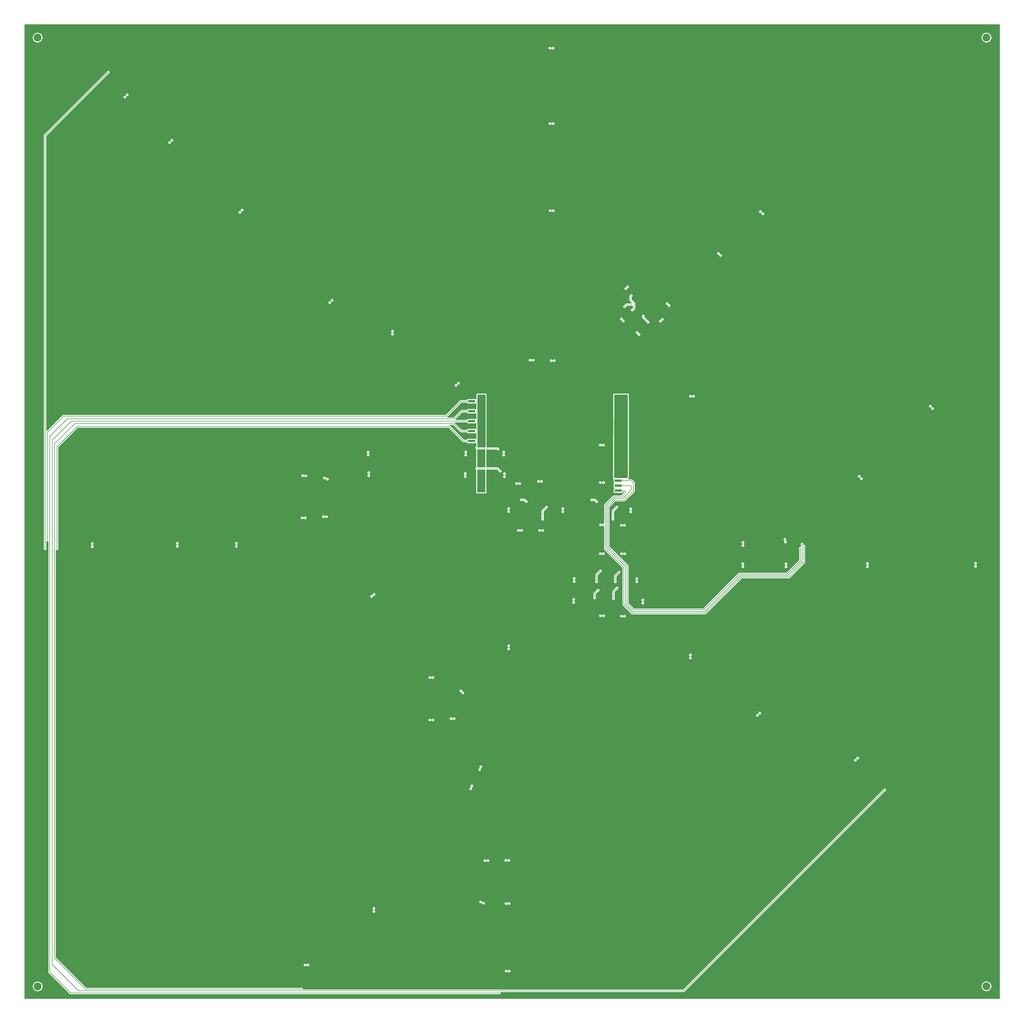
<source format=gbr>
%TF.GenerationSoftware,KiCad,Pcbnew,(5.1.9)-1*%
%TF.CreationDate,2021-12-03T12:33:03-05:00*%
%TF.ProjectId,500x500-dc-metro-map-dev,35303078-3530-4302-9d64-632d6d657472,rev?*%
%TF.SameCoordinates,Original*%
%TF.FileFunction,Copper,L2,Bot*%
%TF.FilePolarity,Positive*%
%FSLAX46Y46*%
G04 Gerber Fmt 4.6, Leading zero omitted, Abs format (unit mm)*
G04 Created by KiCad (PCBNEW (5.1.9)-1) date 2021-12-03 12:33:03*
%MOMM*%
%LPD*%
G01*
G04 APERTURE LIST*
%TA.AperFunction,ComponentPad*%
%ADD10C,4.000000*%
%TD*%
%TA.AperFunction,SMDPad,CuDef*%
%ADD11R,3.680000X1.270000*%
%TD*%
%TA.AperFunction,ViaPad*%
%ADD12C,0.399796*%
%TD*%
%TA.AperFunction,Conductor*%
%ADD13C,0.203200*%
%TD*%
%TA.AperFunction,Conductor*%
%ADD14C,0.254000*%
%TD*%
%TA.AperFunction,Conductor*%
%ADD15C,0.100000*%
%TD*%
%TA.AperFunction,Conductor*%
%ADD16C,0.381000*%
%TD*%
G04 APERTURE END LIST*
D10*
%TO.P,REF\u002A\u002A,1*%
%TO.N,N/C*%
X84759800Y-34747200D03*
%TD*%
D11*
%TO.P,J1,40*%
%TO.N,GND*%
X376797800Y-266547600D03*
%TO.P,J1,39*%
%TO.N,Net-(J1-Pad39)*%
X381747800Y-266547600D03*
%TO.P,J1,38*%
%TO.N,GND*%
X376797800Y-264007600D03*
%TO.P,J1,37*%
%TO.N,Net-(J1-Pad37)*%
X381747800Y-264007600D03*
%TO.P,J1,36*%
%TO.N,GND*%
X376797800Y-261467600D03*
%TO.P,J1,35*%
%TO.N,Net-(J1-Pad35)*%
X381747800Y-261467600D03*
%TO.P,J1,34*%
%TO.N,GND*%
X376797800Y-258927600D03*
%TO.P,J1,33*%
%TO.N,+5V*%
X381747800Y-258927600D03*
%TO.P,J1,32*%
%TO.N,GND*%
X376797800Y-256387600D03*
%TO.P,J1,31*%
%TO.N,+5V*%
X381747800Y-256387600D03*
%TO.P,J1,30*%
%TO.N,GND*%
X376797800Y-253847600D03*
%TO.P,J1,29*%
%TO.N,+5V*%
X381747800Y-253847600D03*
%TO.P,J1,28*%
%TO.N,GND*%
X376797800Y-251307600D03*
%TO.P,J1,27*%
%TO.N,+5V*%
X381747800Y-251307600D03*
%TO.P,J1,26*%
%TO.N,GND*%
X376797800Y-248767600D03*
%TO.P,J1,25*%
%TO.N,+5V*%
X381747800Y-248767600D03*
%TO.P,J1,24*%
%TO.N,GND*%
X376797800Y-246227600D03*
%TO.P,J1,23*%
%TO.N,+5V*%
X381747800Y-246227600D03*
%TO.P,J1,22*%
%TO.N,GND*%
X376797800Y-243687600D03*
%TO.P,J1,21*%
%TO.N,+5V*%
X381747800Y-243687600D03*
%TO.P,J1,20*%
%TO.N,GND*%
X376797800Y-241147600D03*
%TO.P,J1,19*%
%TO.N,+5V*%
X381747800Y-241147600D03*
%TO.P,J1,18*%
%TO.N,GND*%
X376797800Y-238607600D03*
%TO.P,J1,17*%
%TO.N,+5V*%
X381747800Y-238607600D03*
%TO.P,J1,16*%
%TO.N,GND*%
X376797800Y-236067600D03*
%TO.P,J1,15*%
%TO.N,+5V*%
X381747800Y-236067600D03*
%TO.P,J1,14*%
%TO.N,GND*%
X376797800Y-233527600D03*
%TO.P,J1,13*%
%TO.N,+5V*%
X381747800Y-233527600D03*
%TO.P,J1,12*%
%TO.N,GND*%
X376797800Y-230987600D03*
%TO.P,J1,11*%
%TO.N,+5V*%
X381747800Y-230987600D03*
%TO.P,J1,10*%
%TO.N,GND*%
X376797800Y-228447600D03*
%TO.P,J1,09*%
%TO.N,+5V*%
X381747800Y-228447600D03*
%TO.P,J1,08*%
%TO.N,GND*%
X376797800Y-225907600D03*
%TO.P,J1,07*%
%TO.N,+5V*%
X381747800Y-225907600D03*
%TO.P,J1,06*%
%TO.N,GND*%
X376797800Y-223367600D03*
%TO.P,J1,05*%
%TO.N,+5V*%
X381747800Y-223367600D03*
%TO.P,J1,04*%
%TO.N,GND*%
X376797800Y-220827600D03*
%TO.P,J1,03*%
%TO.N,+5V*%
X381747800Y-220827600D03*
%TO.P,J1,02*%
%TO.N,GND*%
X376797800Y-218287600D03*
%TO.P,J1,01*%
%TO.N,+5V*%
X381747800Y-218287600D03*
%TO.P,J1,41*%
X311747800Y-218287600D03*
%TO.P,J1,76*%
%TO.N,GND*%
X306797800Y-261467600D03*
%TO.P,J1,42*%
X306797800Y-218287600D03*
%TO.P,J1,47*%
%TO.N,+5V*%
X311747800Y-225907600D03*
%TO.P,J1,57*%
X311747800Y-238607600D03*
%TO.P,J1,58*%
%TO.N,GND*%
X306797800Y-238607600D03*
%TO.P,J1,63*%
%TO.N,+5V*%
X311747800Y-246227600D03*
%TO.P,J1,68*%
%TO.N,GND*%
X306797800Y-251307600D03*
%TO.P,J1,44*%
%TO.N,Net-(J1-Pad44)*%
X306797800Y-220827600D03*
%TO.P,J1,46*%
%TO.N,GND*%
X306797800Y-223367600D03*
%TO.P,J1,45*%
%TO.N,+5V*%
X311747800Y-223367600D03*
%TO.P,J1,51*%
X311747800Y-230987600D03*
%TO.P,J1,65*%
X311747800Y-248767600D03*
%TO.P,J1,53*%
X311747800Y-233527600D03*
%TO.P,J1,66*%
%TO.N,GND*%
X306797800Y-248767600D03*
%TO.P,J1,69*%
%TO.N,+5V*%
X311747800Y-253847600D03*
%TO.P,J1,71*%
X311747800Y-256387600D03*
%TO.P,J1,52*%
%TO.N,Net-(J1-Pad52)*%
X306797800Y-230987600D03*
%TO.P,J1,75*%
%TO.N,+5V*%
X311747800Y-261467600D03*
%TO.P,J1,80*%
%TO.N,GND*%
X306797800Y-266547600D03*
%TO.P,J1,61*%
%TO.N,+5V*%
X311747800Y-243687600D03*
%TO.P,J1,50*%
%TO.N,GND*%
X306797800Y-228447600D03*
%TO.P,J1,73*%
%TO.N,+5V*%
X311747800Y-258927600D03*
%TO.P,J1,43*%
X311747800Y-220827600D03*
%TO.P,J1,64*%
%TO.N,GND*%
X306797800Y-246227600D03*
%TO.P,J1,56*%
%TO.N,Net-(J1-Pad56)*%
X306797800Y-236067600D03*
%TO.P,J1,70*%
%TO.N,GND*%
X306797800Y-253847600D03*
%TO.P,J1,79*%
%TO.N,+5V*%
X311747800Y-266547600D03*
%TO.P,J1,74*%
%TO.N,GND*%
X306797800Y-258927600D03*
%TO.P,J1,77*%
%TO.N,+5V*%
X311747800Y-264007600D03*
%TO.P,J1,62*%
%TO.N,GND*%
X306797800Y-243687600D03*
%TO.P,J1,49*%
%TO.N,+5V*%
X311747800Y-228447600D03*
%TO.P,J1,72*%
%TO.N,GND*%
X306797800Y-256387600D03*
%TO.P,J1,48*%
%TO.N,Net-(J1-Pad48)*%
X306797800Y-225907600D03*
%TO.P,J1,55*%
%TO.N,+5V*%
X311747800Y-236067600D03*
%TO.P,J1,59*%
X311747800Y-241147600D03*
%TO.P,J1,60*%
%TO.N,Net-(J1-Pad60)*%
X306797800Y-241147600D03*
%TO.P,J1,54*%
%TO.N,GND*%
X306797800Y-233527600D03*
%TO.P,J1,67*%
%TO.N,+5V*%
X311747800Y-251307600D03*
%TO.P,J1,78*%
%TO.N,GND*%
X306797800Y-264007600D03*
%TD*%
D10*
%TO.P,REF\u002A\u002A,1*%
%TO.N,N/C*%
X570230000Y-34734500D03*
%TD*%
%TO.P,REF\u002A\u002A,1*%
%TO.N,N/C*%
X570230000Y-520192000D03*
%TD*%
%TO.P,REF\u002A\u002A,1*%
%TO.N,N/C*%
X84772500Y-520255500D03*
%TD*%
D12*
%TO.N,*%
X379095000Y-281152600D03*
X381127000Y-274955000D03*
X320268600Y-245287800D03*
X309397400Y-255143000D03*
X332257400Y-271246600D03*
X334797400Y-272211800D03*
X343128600Y-281152600D03*
X345160600Y-274955000D03*
X370763800Y-272211800D03*
X368223800Y-271246600D03*
X379399800Y-321792600D03*
X381228600Y-316306200D03*
X380263400Y-313207400D03*
X382193800Y-308330600D03*
X371525800Y-317474600D03*
X369697000Y-321487800D03*
X372694200Y-307619400D03*
X370713000Y-313156600D03*
X309372000Y-244652800D03*
X321411600Y-256540000D03*
X385013200Y-172415200D03*
X388823200Y-171348400D03*
X397103600Y-180340000D03*
X394563600Y-177139600D03*
X389026400Y-174142400D03*
X388467600Y-166776400D03*
%TO.N,GND*%
X467645800Y-299507800D03*
X467645800Y-297933000D03*
X445505800Y-286763000D03*
X464845400Y-286562800D03*
X445505800Y-288337800D03*
X465285800Y-287627800D03*
X445505800Y-299547800D03*
X445505800Y-297973000D03*
X318592200Y-478002600D03*
X320167000Y-478002600D03*
X318617600Y-456031600D03*
X320192400Y-456031600D03*
X290550600Y-384098800D03*
X292125400Y-384098800D03*
X296494200Y-365760000D03*
X297408600Y-366750600D03*
X387756400Y-183032400D03*
X386816600Y-182067200D03*
X403555200Y-167894000D03*
X402615400Y-166928800D03*
X399465800Y-182295800D03*
X398500600Y-183235600D03*
X412546800Y-218249500D03*
X414121600Y-218249500D03*
X450507100Y-119646700D03*
X451548500Y-120904000D03*
X366788700Y-334352900D03*
X368363500Y-334352900D03*
X379145800Y-242443000D03*
X377571000Y-242443000D03*
X343154000Y-199923400D03*
X341579200Y-199923400D03*
X324967600Y-340118700D03*
X324967600Y-341693500D03*
X318401700Y-512533900D03*
X319976500Y-512533900D03*
X418465000Y-356590600D03*
X418465000Y-358165400D03*
X564235600Y-297891200D03*
X564235600Y-299466000D03*
X521335000Y-297853100D03*
X521335000Y-299427900D03*
X502158000Y-256286000D03*
X501015000Y-255079500D03*
X538543500Y-220408500D03*
X537400500Y-219202000D03*
X450088000Y-384429000D03*
X448881500Y-385572000D03*
X500189500Y-407479500D03*
X498983000Y-408622500D03*
X308457600Y-414718500D03*
X309054500Y-413258000D03*
X428625000Y-140906500D03*
X429615600Y-141922500D03*
X379399800Y-284454600D03*
X377825000Y-284454600D03*
X388150100Y-269951200D03*
X388150100Y-271526000D03*
X361099100Y-305765200D03*
X361099100Y-307340000D03*
X356717600Y-316433200D03*
X356717600Y-318008000D03*
X366852200Y-327177400D03*
X368427000Y-327177400D03*
X379399800Y-333476600D03*
X377825000Y-333476600D03*
X392722100Y-316395100D03*
X392722100Y-317969900D03*
X397357600Y-305511200D03*
X397357600Y-307086000D03*
X377952000Y-262737600D03*
X379526800Y-262737600D03*
X347599000Y-284581600D03*
X349173800Y-284581600D03*
X254355600Y-253428500D03*
X349110300Y-263499600D03*
X238252000Y-166052500D03*
X327494900Y-271640300D03*
X336486500Y-263690100D03*
X192214500Y-120142000D03*
X304012600Y-424624500D03*
X186093100Y-289496500D03*
X327494900Y-270065500D03*
X309549800Y-215430100D03*
X342582500Y-78892400D03*
X250825000Y-324421500D03*
X157734000Y-82994500D03*
X256832100Y-475869000D03*
X186093100Y-287921700D03*
X351815400Y-270256000D03*
X254038100Y-240931700D03*
X215633300Y-509371600D03*
X332422500Y-199732900D03*
X337896200Y-263296400D03*
X351815400Y-271830800D03*
X133413500Y-60896500D03*
X155892500Y-289445700D03*
X254038100Y-242506500D03*
X156527500Y-84137500D03*
X193421000Y-118999000D03*
X155892500Y-287870900D03*
X111734600Y-289306000D03*
X254355600Y-251853700D03*
X347535500Y-263499600D03*
X217208100Y-509371600D03*
X111734600Y-287731200D03*
X341007700Y-78892400D03*
X239458500Y-164909500D03*
X310756300Y-214287100D03*
X252006100Y-323418200D03*
X304609500Y-423164000D03*
X134620000Y-59753500D03*
X256832100Y-474294200D03*
X330847700Y-199732900D03*
X266230100Y-180657500D03*
X300101000Y-242747800D03*
X383260600Y-166725600D03*
X227203000Y-259740400D03*
X317070200Y-241839400D03*
X318725000Y-252669400D03*
X214452200Y-259156200D03*
X307670200Y-455980800D03*
X281305000Y-363143800D03*
X323367400Y-252196600D03*
X318645000Y-241839400D03*
X279730200Y-363143800D03*
X323367400Y-253771400D03*
X300101000Y-241173000D03*
X226771200Y-280543000D03*
X321995800Y-242747800D03*
X215925400Y-280695400D03*
X307568600Y-474980000D03*
X266230100Y-179082700D03*
X304215800Y-253415800D03*
X342519000Y-39903400D03*
X342646000Y-123469400D03*
X382295400Y-167665400D03*
X281152600Y-384175000D03*
X321995800Y-241173000D03*
X380161800Y-175488600D03*
X225196400Y-280543000D03*
X279755600Y-384175000D03*
X306501800Y-474014800D03*
X317150200Y-252669400D03*
X309245000Y-455980800D03*
X214350600Y-280695400D03*
X304215800Y-251841000D03*
X340944200Y-39903400D03*
X216027000Y-259156200D03*
X341071200Y-123469400D03*
X379222000Y-174523400D03*
X225602800Y-259537200D03*
X377837700Y-301701200D03*
X379412500Y-301701200D03*
X336740500Y-302158400D03*
X336740500Y-296976800D03*
X338315300Y-291947600D03*
X336740500Y-286867600D03*
X336740500Y-299618400D03*
X338315300Y-302158400D03*
X338315300Y-286867600D03*
X336740500Y-294487600D03*
X338315300Y-299618400D03*
X338315300Y-296976800D03*
X338315300Y-289458400D03*
X336740500Y-291947600D03*
X338315300Y-294487600D03*
X336740500Y-289458400D03*
X366966500Y-285394400D03*
X368541300Y-285394400D03*
X366966500Y-298145200D03*
X366966500Y-295503600D03*
X366966500Y-293014400D03*
X368541300Y-290474400D03*
X368541300Y-293014400D03*
X368541300Y-287985200D03*
X366966500Y-287985200D03*
X368541300Y-300685200D03*
X368541300Y-295503600D03*
X368541300Y-298145200D03*
X366966500Y-290474400D03*
X366966500Y-300685200D03*
X481990400Y-288594800D03*
%TO.N,Net-(J1-Pad39)*%
X476808800Y-294995600D03*
%TO.N,Net-(J1-Pad37)*%
X475894400Y-293878000D03*
%TO.N,Net-(J1-Pad35)*%
X475030800Y-296011600D03*
%TO.N,+5V*%
X353466400Y-275780500D03*
X353466400Y-277355300D03*
X323215000Y-246786400D03*
X303504600Y-259359400D03*
X323570600Y-259461000D03*
X303504600Y-257784600D03*
X303758600Y-246761000D03*
X323570600Y-257886200D03*
X303758600Y-248335800D03*
X323215000Y-248361200D03*
X445636000Y-293052400D03*
X445545800Y-303943000D03*
X467365800Y-292847800D03*
X467665800Y-303993000D03*
X445636000Y-294627200D03*
X445545800Y-305517800D03*
X467665800Y-305567800D03*
X311091000Y-248716200D03*
X312665800Y-248716200D03*
X467046600Y-291439000D03*
X312665000Y-258709400D03*
X311090200Y-258709400D03*
X324383400Y-477850200D03*
X325958200Y-477850200D03*
X324256400Y-455726800D03*
X325831200Y-455726800D03*
X313563000Y-455879200D03*
X315137800Y-455879200D03*
X312877200Y-477697800D03*
X311404000Y-477037400D03*
X285445200Y-383921000D03*
X287020000Y-383921000D03*
X296265600Y-383235200D03*
X297840400Y-383235200D03*
X285394400Y-362178600D03*
X286969200Y-362178600D03*
X301269400Y-369011200D03*
X302260000Y-370027200D03*
X220065600Y-280466800D03*
X221640400Y-280466800D03*
X230962200Y-279882600D03*
X232537000Y-279882600D03*
X220319600Y-258902200D03*
X221919800Y-259003800D03*
X231470200Y-260070600D03*
X232994200Y-260680200D03*
X384352800Y-179705000D03*
X383413000Y-178739800D03*
X392430000Y-186664600D03*
X391490200Y-185699400D03*
X407797000Y-171805600D03*
X406857200Y-170840400D03*
X404368000Y-178892200D03*
X403402800Y-179832000D03*
X386638800Y-162255200D03*
X385673600Y-163195000D03*
X418706300Y-218249500D03*
X420281100Y-218249500D03*
X346976700Y-123278900D03*
X348551500Y-123278900D03*
X346849700Y-40157400D03*
X348424500Y-40157400D03*
X454571100Y-123774200D03*
X455803000Y-124904500D03*
X266293600Y-184924700D03*
X266293600Y-186499500D03*
X112687100Y-293636700D03*
X112687100Y-295211500D03*
X186410600Y-293509700D03*
X186410600Y-295084500D03*
X253847600Y-246773700D03*
X253847600Y-248348500D03*
X254165100Y-257314700D03*
X254165100Y-258889500D03*
X374205500Y-243230400D03*
X372630700Y-243230400D03*
X385051300Y-243636800D03*
X383476500Y-243636800D03*
X349059500Y-200050400D03*
X347484700Y-200050400D03*
X338264500Y-199796400D03*
X336689700Y-199796400D03*
X325729600Y-345960700D03*
X325729600Y-347535500D03*
X311467500Y-407860500D03*
X310870600Y-409321000D03*
X221538800Y-509308100D03*
X223113600Y-509308100D03*
X256768600Y-480326700D03*
X256768600Y-481901500D03*
X324434200Y-512406900D03*
X326009000Y-512406900D03*
X418719000Y-350621600D03*
X418719000Y-352196400D03*
X564616600Y-303733200D03*
X564616600Y-305308000D03*
X509308100Y-303860200D03*
X509308100Y-305435000D03*
X505079000Y-259207000D03*
X506222000Y-260413500D03*
X541464500Y-223329500D03*
X542607500Y-224536000D03*
X453009000Y-381508000D03*
X454215500Y-380365000D03*
X503110500Y-404558500D03*
X504317000Y-403415500D03*
X306298600Y-419100000D03*
X306895500Y-417639500D03*
X256832100Y-319671700D03*
X255651000Y-320675000D03*
X156210000Y-293458900D03*
X156210000Y-295033700D03*
X129349500Y-65151000D03*
X130556000Y-64008000D03*
X189357000Y-122999500D03*
X188150500Y-124142500D03*
X299999400Y-211569300D03*
X298792900Y-212712300D03*
X153479500Y-87249000D03*
X152273000Y-88392000D03*
X235394500Y-169164000D03*
X234188000Y-170307000D03*
X348488000Y-78701900D03*
X346913200Y-78701900D03*
X433044600Y-145173700D03*
X434149500Y-146177000D03*
X374256300Y-262420100D03*
X372681500Y-262420100D03*
X374319800Y-284073600D03*
X372745000Y-284073600D03*
X384987800Y-284264100D03*
X383413000Y-284264100D03*
X388150100Y-275856700D03*
X388150100Y-277431500D03*
X359257600Y-311480200D03*
X359257600Y-313055000D03*
X359003600Y-322211700D03*
X359003600Y-323786500D03*
X372694200Y-330606400D03*
X374269000Y-330606400D03*
X384987800Y-330809600D03*
X383413000Y-330809600D03*
X394373100Y-322529200D03*
X394373100Y-324104000D03*
X391299700Y-311581800D03*
X391299700Y-313156600D03*
X385114800Y-298869100D03*
X383540000Y-298869100D03*
X374192800Y-298805600D03*
X372618000Y-298805600D03*
X325716900Y-275717000D03*
X325716900Y-277291800D03*
X330771500Y-286867600D03*
X332346300Y-286867600D03*
X341566500Y-286931100D03*
X343141300Y-286931100D03*
X340995000Y-261810500D03*
X342569800Y-261810500D03*
X329819000Y-262928100D03*
X331393800Y-262928100D03*
X383476500Y-258927600D03*
X385051300Y-258927600D03*
X383476500Y-256387600D03*
X385051300Y-256387600D03*
X383476500Y-253746000D03*
X385051300Y-253746000D03*
X383476500Y-251256800D03*
X385051300Y-251256800D03*
X383476500Y-248716800D03*
X385051300Y-248716800D03*
X383476500Y-246227600D03*
X385051300Y-246227600D03*
X311155800Y-256530200D03*
X312730600Y-256530200D03*
X311105000Y-253837800D03*
X312679800Y-253837800D03*
X311105000Y-251348600D03*
X312679800Y-251348600D03*
X311105000Y-246268600D03*
X312679800Y-246268600D03*
X311105000Y-243728600D03*
X312679800Y-243728600D03*
X311105000Y-241188600D03*
X312679800Y-241188600D03*
%TO.N,Net-(J1-Pad44)*%
X89712800Y-291693600D03*
%TO.N,Net-(J1-Pad52)*%
X518160000Y-419633400D03*
%TO.N,Net-(J1-Pad56)*%
X219710000Y-521614400D03*
%TO.N,Net-(J1-Pad48)*%
X320903602Y-523595600D03*
%TO.N,Net-(J1-Pad60)*%
X120904000Y-52476400D03*
X88544400Y-296265600D03*
X94691200Y-296265600D03*
%TD*%
D13*
%TO.N,*%
X381127000Y-274955000D02*
X379095000Y-276987000D01*
X379095000Y-276987000D02*
X379095000Y-281152600D01*
X333832200Y-271246600D02*
X334797400Y-272211800D01*
X332257400Y-271246600D02*
X333832200Y-271246600D01*
X343128600Y-276987000D02*
X343128600Y-281152600D01*
X345160600Y-274955000D02*
X343128600Y-276987000D01*
X369798600Y-271246600D02*
X370763800Y-272211800D01*
X368223800Y-271246600D02*
X369798600Y-271246600D01*
D14*
X379399800Y-318135000D02*
X379399800Y-321792600D01*
X381228600Y-316306200D02*
X379399800Y-318135000D01*
X380263400Y-310261000D02*
X380263400Y-313207400D01*
X382193800Y-308330600D02*
X380263400Y-310261000D01*
X371525800Y-317474600D02*
X369697000Y-319303400D01*
X369697000Y-319303400D02*
X369697000Y-321487800D01*
X372694200Y-307619400D02*
X370713000Y-309600600D01*
X370713000Y-309600600D02*
X370713000Y-313156600D01*
D13*
X309676800Y-244957600D02*
X309372000Y-244652800D01*
X319938400Y-244957600D02*
X309676800Y-244957600D01*
X320268600Y-245287800D02*
X319938400Y-244957600D01*
X320014600Y-255143000D02*
X321411600Y-256540000D01*
X309397400Y-255143000D02*
X320014600Y-255143000D01*
X386080000Y-171348400D02*
X388823200Y-171348400D01*
X385013200Y-172415200D02*
X386080000Y-171348400D01*
X394563600Y-177800000D02*
X394563600Y-177139600D01*
X397103600Y-180340000D02*
X394563600Y-177800000D01*
X389026400Y-174142400D02*
X389940800Y-173228000D01*
X389940800Y-173228000D02*
X389940800Y-170789600D01*
X389940800Y-170789600D02*
X388061200Y-168910000D01*
X388061200Y-167182800D02*
X388061200Y-168859200D01*
X388467600Y-166776400D02*
X388061200Y-167182800D01*
D14*
%TO.N,Net-(J1-Pad39)*%
X384657600Y-324916800D02*
X384657600Y-305866800D01*
X383438400Y-269646400D02*
X385749800Y-267335000D01*
X476808800Y-303174400D02*
X469239600Y-310743600D01*
X444804800Y-310743600D02*
X426313600Y-329234800D01*
X469239600Y-310743600D02*
X444804800Y-310743600D01*
X384962400Y-266547600D02*
X381747800Y-266547600D01*
X388975600Y-329234800D02*
X384657600Y-324916800D01*
X384657600Y-305866800D02*
X375208800Y-296418000D01*
X476808800Y-294995600D02*
X476808800Y-303174400D01*
X375208800Y-296418000D02*
X375208800Y-273964400D01*
X375208800Y-273964400D02*
X379526800Y-269646400D01*
X379526800Y-269646400D02*
X383438400Y-269646400D01*
X426313600Y-329234800D02*
X388975600Y-329234800D01*
X385749800Y-267335000D02*
X384962400Y-266547600D01*
%TO.N,Net-(J1-Pad37)*%
X381747800Y-264007600D02*
X388061200Y-264007600D01*
X388061200Y-264007600D02*
X388467600Y-264414000D01*
X388467600Y-264414000D02*
X388467600Y-266242800D01*
X388467600Y-266242800D02*
X384200400Y-270510000D01*
X384200400Y-270510000D02*
X379780800Y-270510000D01*
X379780800Y-270510000D02*
X376021600Y-274269200D01*
X376021600Y-274269200D02*
X375970800Y-274320000D01*
X375970800Y-274320000D02*
X375970800Y-295859200D01*
X375970800Y-295859200D02*
X385572000Y-305460400D01*
X385572000Y-305460400D02*
X385572000Y-324713600D01*
X385572000Y-324713600D02*
X389178800Y-328320400D01*
X389178800Y-328320400D02*
X426161200Y-328320400D01*
X426161200Y-328320400D02*
X444500000Y-309981600D01*
X444500000Y-309981600D02*
X468630000Y-309981600D01*
X475894400Y-302717200D02*
X475894400Y-293878000D01*
X468630000Y-309981600D02*
X475894400Y-302717200D01*
%TO.N,Net-(J1-Pad35)*%
X388620000Y-261467600D02*
X381747800Y-261467600D01*
X389636000Y-262483600D02*
X388620000Y-261467600D01*
X475030800Y-296011600D02*
X475030800Y-302361600D01*
X475030800Y-302361600D02*
X468172800Y-309219600D01*
X443788800Y-309219600D02*
X425551600Y-327456800D01*
X376732800Y-295351200D02*
X376732800Y-274726400D01*
X468172800Y-309219600D02*
X443788800Y-309219600D01*
X386435600Y-305054000D02*
X376732800Y-295351200D01*
X425551600Y-327456800D02*
X389534400Y-327456800D01*
X389534400Y-327456800D02*
X386435600Y-324358000D01*
X384962400Y-271424400D02*
X389636000Y-266750800D01*
X386435600Y-324358000D02*
X386435600Y-305054000D01*
X380034800Y-271424400D02*
X384962400Y-271424400D01*
X376732800Y-274726400D02*
X380034800Y-271424400D01*
X389636000Y-266750800D02*
X389636000Y-262483600D01*
%TO.N,Net-(J1-Pad44)*%
X97891600Y-228447600D02*
X89712800Y-236626400D01*
X89712800Y-236626400D02*
X89712800Y-291693600D01*
X293827200Y-228447600D02*
X97891600Y-228447600D01*
X301447200Y-220827600D02*
X293827200Y-228447600D01*
X306797800Y-220827600D02*
X301447200Y-220827600D01*
%TO.N,Net-(J1-Pad52)*%
X517960103Y-419833297D02*
X518160000Y-419633400D01*
X306797800Y-230987600D02*
X101904800Y-230987600D01*
X101904800Y-230987600D02*
X92202000Y-240690400D01*
X92202000Y-240690400D02*
X92202000Y-509016000D01*
X92202000Y-509016000D02*
X105664000Y-522478000D01*
X105664000Y-522478000D02*
X415315400Y-522478000D01*
X415315400Y-522478000D02*
X517960103Y-419833297D01*
%TO.N,Net-(J1-Pad56)*%
X109372400Y-521614400D02*
X219710000Y-521614400D01*
X93421200Y-505663200D02*
X109372400Y-521614400D01*
X93421200Y-242519200D02*
X93421200Y-505663200D01*
X103682800Y-232257600D02*
X93421200Y-242519200D01*
X297586400Y-232257600D02*
X103682800Y-232257600D01*
X301396400Y-236067600D02*
X297586400Y-232257600D01*
X306797800Y-236067600D02*
X301396400Y-236067600D01*
%TO.N,Net-(J1-Pad48)*%
X90932000Y-513029200D02*
X101498400Y-523595600D01*
X90932000Y-238760000D02*
X90932000Y-513029200D01*
X101498400Y-523595600D02*
X320852800Y-523595600D01*
X99923600Y-229768400D02*
X90932000Y-238760000D01*
X297891200Y-229768400D02*
X99923600Y-229768400D01*
X301752000Y-225907600D02*
X297891200Y-229768400D01*
X306797800Y-225907600D02*
X301752000Y-225907600D01*
%TO.N,Net-(J1-Pad60)*%
X88544400Y-84836000D02*
X88544400Y-296265600D01*
X120904000Y-52476400D02*
X88544400Y-84836000D01*
X302666400Y-241147600D02*
X306797800Y-241147600D01*
X295198800Y-233680000D02*
X302666400Y-241147600D01*
X105105200Y-233680000D02*
X295198800Y-233680000D01*
X94691200Y-244094000D02*
X105105200Y-233680000D01*
X94691200Y-296214804D02*
X94691200Y-244094000D01*
X94741996Y-296265600D02*
X94691200Y-296214804D01*
%TD*%
%TO.N,+5V*%
X386562751Y-259969000D02*
X379806351Y-259969000D01*
X379826948Y-242647205D01*
X379853698Y-242512722D01*
X379853698Y-242373278D01*
X379827430Y-242241222D01*
X379856849Y-217500200D01*
X386613249Y-217500200D01*
X386562751Y-259969000D01*
%TA.AperFunction,Conductor*%
D15*
G36*
X386562751Y-259969000D02*
G01*
X379806351Y-259969000D01*
X379826948Y-242647205D01*
X379853698Y-242512722D01*
X379853698Y-242373278D01*
X379827430Y-242241222D01*
X379856849Y-217500200D01*
X386613249Y-217500200D01*
X386562751Y-259969000D01*
G37*
%TD.AperFunction*%
%TD*%
D14*
%TO.N,+5V*%
X313715400Y-254431800D02*
X309803800Y-254431800D01*
X309803800Y-245592600D01*
X313715400Y-245592600D01*
X313715400Y-254431800D01*
%TA.AperFunction,Conductor*%
D15*
G36*
X313715400Y-254431800D02*
G01*
X309803800Y-254431800D01*
X309803800Y-245592600D01*
X313715400Y-245592600D01*
X313715400Y-254431800D01*
G37*
%TD.AperFunction*%
%TD*%
D14*
%TO.N,+5V*%
X313817000Y-244271800D02*
X309968805Y-244271800D01*
X309921860Y-244201541D01*
X309854600Y-244134281D01*
X309854600Y-217500200D01*
X313817000Y-217500200D01*
X313817000Y-244271800D01*
%TA.AperFunction,Conductor*%
D15*
G36*
X313817000Y-244271800D02*
G01*
X309968805Y-244271800D01*
X309921860Y-244201541D01*
X309854600Y-244134281D01*
X309854600Y-217500200D01*
X313817000Y-217500200D01*
X313817000Y-244271800D01*
G37*
%TD.AperFunction*%
%TD*%
D14*
%TO.N,+5V*%
X313715400Y-267335000D02*
X309753000Y-267335000D01*
X309753000Y-255854200D01*
X313715400Y-255854200D01*
X313715400Y-267335000D01*
%TA.AperFunction,Conductor*%
D15*
G36*
X313715400Y-267335000D02*
G01*
X309753000Y-267335000D01*
X309753000Y-255854200D01*
X313715400Y-255854200D01*
X313715400Y-267335000D01*
G37*
%TD.AperFunction*%
%TD*%
D16*
%TO.N,GND*%
X576795900Y-526351500D02*
X78193500Y-526351500D01*
X78193500Y-519989721D01*
X82074000Y-519989721D01*
X82074000Y-520521279D01*
X82177702Y-521042623D01*
X82381120Y-521533719D01*
X82676438Y-521975694D01*
X83052306Y-522351562D01*
X83494281Y-522646880D01*
X83985377Y-522850298D01*
X84506721Y-522954000D01*
X85038279Y-522954000D01*
X85559623Y-522850298D01*
X86050719Y-522646880D01*
X86492694Y-522351562D01*
X86868562Y-521975694D01*
X87163880Y-521533719D01*
X87367298Y-521042623D01*
X87471000Y-520521279D01*
X87471000Y-519989721D01*
X87367298Y-519468377D01*
X87163880Y-518977281D01*
X86868562Y-518535306D01*
X86492694Y-518159438D01*
X86050719Y-517864120D01*
X85559623Y-517660702D01*
X85038279Y-517557000D01*
X84506721Y-517557000D01*
X83985377Y-517660702D01*
X83494281Y-517864120D01*
X83052306Y-518159438D01*
X82676438Y-518535306D01*
X82381120Y-518977281D01*
X82177702Y-519468377D01*
X82074000Y-519989721D01*
X78193500Y-519989721D01*
X78193500Y-296177116D01*
X87646002Y-296177116D01*
X87646002Y-296354084D01*
X87680527Y-296527653D01*
X87748250Y-296691151D01*
X87846569Y-296838295D01*
X87971705Y-296963431D01*
X88118849Y-297061750D01*
X88282347Y-297129473D01*
X88455916Y-297163998D01*
X88632884Y-297163998D01*
X88806453Y-297129473D01*
X88969951Y-297061750D01*
X89117095Y-296963431D01*
X89242231Y-296838295D01*
X89340550Y-296691151D01*
X89408273Y-296527653D01*
X89442798Y-296354084D01*
X89442798Y-296177116D01*
X89408273Y-296003547D01*
X89369900Y-295910906D01*
X89369900Y-292523985D01*
X89450747Y-292557473D01*
X89624316Y-292591998D01*
X89801284Y-292591998D01*
X89974853Y-292557473D01*
X90106500Y-292502943D01*
X90106501Y-512988639D01*
X90102506Y-513029200D01*
X90118445Y-513191026D01*
X90165647Y-513346633D01*
X90242301Y-513490042D01*
X90303863Y-513565054D01*
X90345460Y-513615741D01*
X90376961Y-513641593D01*
X100886007Y-524150640D01*
X100911859Y-524182141D01*
X100975996Y-524234777D01*
X101037557Y-524285299D01*
X101180966Y-524361953D01*
X101336574Y-524409156D01*
X101457847Y-524421100D01*
X101457849Y-524421100D01*
X101498399Y-524425094D01*
X101538950Y-524421100D01*
X320548908Y-524421100D01*
X320641549Y-524459473D01*
X320815118Y-524493998D01*
X320992086Y-524493998D01*
X321165655Y-524459473D01*
X321329153Y-524391750D01*
X321476297Y-524293431D01*
X321601433Y-524168295D01*
X321699752Y-524021151D01*
X321767475Y-523857653D01*
X321802000Y-523684084D01*
X321802000Y-523507116D01*
X321767475Y-523333547D01*
X321755029Y-523303500D01*
X415274850Y-523303500D01*
X415315400Y-523307494D01*
X415355950Y-523303500D01*
X415355953Y-523303500D01*
X415477226Y-523291556D01*
X415632834Y-523244353D01*
X415776242Y-523167699D01*
X415901941Y-523064541D01*
X415927798Y-523033034D01*
X419034611Y-519926221D01*
X567531500Y-519926221D01*
X567531500Y-520457779D01*
X567635202Y-520979123D01*
X567838620Y-521470219D01*
X568133938Y-521912194D01*
X568509806Y-522288062D01*
X568951781Y-522583380D01*
X569442877Y-522786798D01*
X569964221Y-522890500D01*
X570495779Y-522890500D01*
X571017123Y-522786798D01*
X571508219Y-522583380D01*
X571950194Y-522288062D01*
X572326062Y-521912194D01*
X572621380Y-521470219D01*
X572824798Y-520979123D01*
X572928500Y-520457779D01*
X572928500Y-519926221D01*
X572824798Y-519404877D01*
X572621380Y-518913781D01*
X572326062Y-518471806D01*
X571950194Y-518095938D01*
X571508219Y-517800620D01*
X571017123Y-517597202D01*
X570495779Y-517493500D01*
X569964221Y-517493500D01*
X569442877Y-517597202D01*
X568951781Y-517800620D01*
X568509806Y-518095938D01*
X568133938Y-518471806D01*
X567838620Y-518913781D01*
X567635202Y-519404877D01*
X567531500Y-519926221D01*
X419034611Y-519926221D01*
X518492910Y-420467923D01*
X518585551Y-420429550D01*
X518732695Y-420331231D01*
X518857831Y-420206095D01*
X518956150Y-420058951D01*
X519023873Y-419895453D01*
X519058398Y-419721884D01*
X519058398Y-419544916D01*
X519023873Y-419371347D01*
X518956150Y-419207849D01*
X518857831Y-419060705D01*
X518732695Y-418935569D01*
X518585551Y-418837250D01*
X518422053Y-418769527D01*
X518248484Y-418735002D01*
X518071516Y-418735002D01*
X517897947Y-418769527D01*
X517734449Y-418837250D01*
X517587305Y-418935569D01*
X517462169Y-419060705D01*
X517363850Y-419207849D01*
X517325477Y-419300490D01*
X414973468Y-521652500D01*
X220608398Y-521652500D01*
X220608398Y-521525916D01*
X220573873Y-521352347D01*
X220506150Y-521188849D01*
X220407831Y-521041705D01*
X220282695Y-520916569D01*
X220135551Y-520818250D01*
X219972053Y-520750527D01*
X219798484Y-520716002D01*
X219621516Y-520716002D01*
X219447947Y-520750527D01*
X219355306Y-520788900D01*
X109714333Y-520788900D01*
X101243849Y-512318416D01*
X323535802Y-512318416D01*
X323535802Y-512495384D01*
X323570327Y-512668953D01*
X323638050Y-512832451D01*
X323736369Y-512979595D01*
X323861505Y-513104731D01*
X324008649Y-513203050D01*
X324172147Y-513270773D01*
X324345716Y-513305298D01*
X324522684Y-513305298D01*
X324696253Y-513270773D01*
X324859751Y-513203050D01*
X325006895Y-513104731D01*
X325132031Y-512979595D01*
X325221600Y-512845546D01*
X325311169Y-512979595D01*
X325436305Y-513104731D01*
X325583449Y-513203050D01*
X325746947Y-513270773D01*
X325920516Y-513305298D01*
X326097484Y-513305298D01*
X326271053Y-513270773D01*
X326434551Y-513203050D01*
X326581695Y-513104731D01*
X326706831Y-512979595D01*
X326805150Y-512832451D01*
X326872873Y-512668953D01*
X326907398Y-512495384D01*
X326907398Y-512318416D01*
X326872873Y-512144847D01*
X326805150Y-511981349D01*
X326706831Y-511834205D01*
X326581695Y-511709069D01*
X326434551Y-511610750D01*
X326271053Y-511543027D01*
X326097484Y-511508502D01*
X325920516Y-511508502D01*
X325746947Y-511543027D01*
X325583449Y-511610750D01*
X325436305Y-511709069D01*
X325311169Y-511834205D01*
X325221600Y-511968254D01*
X325132031Y-511834205D01*
X325006895Y-511709069D01*
X324859751Y-511610750D01*
X324696253Y-511543027D01*
X324522684Y-511508502D01*
X324345716Y-511508502D01*
X324172147Y-511543027D01*
X324008649Y-511610750D01*
X323861505Y-511709069D01*
X323736369Y-511834205D01*
X323638050Y-511981349D01*
X323570327Y-512144847D01*
X323535802Y-512318416D01*
X101243849Y-512318416D01*
X98145049Y-509219616D01*
X220640402Y-509219616D01*
X220640402Y-509396584D01*
X220674927Y-509570153D01*
X220742650Y-509733651D01*
X220840969Y-509880795D01*
X220966105Y-510005931D01*
X221113249Y-510104250D01*
X221276747Y-510171973D01*
X221450316Y-510206498D01*
X221627284Y-510206498D01*
X221800853Y-510171973D01*
X221964351Y-510104250D01*
X222111495Y-510005931D01*
X222236631Y-509880795D01*
X222326200Y-509746746D01*
X222415769Y-509880795D01*
X222540905Y-510005931D01*
X222688049Y-510104250D01*
X222851547Y-510171973D01*
X223025116Y-510206498D01*
X223202084Y-510206498D01*
X223375653Y-510171973D01*
X223539151Y-510104250D01*
X223686295Y-510005931D01*
X223811431Y-509880795D01*
X223909750Y-509733651D01*
X223977473Y-509570153D01*
X224011998Y-509396584D01*
X224011998Y-509219616D01*
X223977473Y-509046047D01*
X223909750Y-508882549D01*
X223811431Y-508735405D01*
X223686295Y-508610269D01*
X223539151Y-508511950D01*
X223375653Y-508444227D01*
X223202084Y-508409702D01*
X223025116Y-508409702D01*
X222851547Y-508444227D01*
X222688049Y-508511950D01*
X222540905Y-508610269D01*
X222415769Y-508735405D01*
X222326200Y-508869454D01*
X222236631Y-508735405D01*
X222111495Y-508610269D01*
X221964351Y-508511950D01*
X221800853Y-508444227D01*
X221627284Y-508409702D01*
X221450316Y-508409702D01*
X221276747Y-508444227D01*
X221113249Y-508511950D01*
X220966105Y-508610269D01*
X220840969Y-508735405D01*
X220742650Y-508882549D01*
X220674927Y-509046047D01*
X220640402Y-509219616D01*
X98145049Y-509219616D01*
X94246700Y-505321268D01*
X94246700Y-480238216D01*
X255870202Y-480238216D01*
X255870202Y-480415184D01*
X255904727Y-480588753D01*
X255972450Y-480752251D01*
X256070769Y-480899395D01*
X256195905Y-481024531D01*
X256329954Y-481114100D01*
X256195905Y-481203669D01*
X256070769Y-481328805D01*
X255972450Y-481475949D01*
X255904727Y-481639447D01*
X255870202Y-481813016D01*
X255870202Y-481989984D01*
X255904727Y-482163553D01*
X255972450Y-482327051D01*
X256070769Y-482474195D01*
X256195905Y-482599331D01*
X256343049Y-482697650D01*
X256506547Y-482765373D01*
X256680116Y-482799898D01*
X256857084Y-482799898D01*
X257030653Y-482765373D01*
X257194151Y-482697650D01*
X257341295Y-482599331D01*
X257466431Y-482474195D01*
X257564750Y-482327051D01*
X257632473Y-482163553D01*
X257666998Y-481989984D01*
X257666998Y-481813016D01*
X257632473Y-481639447D01*
X257564750Y-481475949D01*
X257466431Y-481328805D01*
X257341295Y-481203669D01*
X257207246Y-481114100D01*
X257341295Y-481024531D01*
X257466431Y-480899395D01*
X257564750Y-480752251D01*
X257632473Y-480588753D01*
X257666998Y-480415184D01*
X257666998Y-480238216D01*
X257632473Y-480064647D01*
X257564750Y-479901149D01*
X257466431Y-479754005D01*
X257341295Y-479628869D01*
X257194151Y-479530550D01*
X257030653Y-479462827D01*
X256857084Y-479428302D01*
X256680116Y-479428302D01*
X256506547Y-479462827D01*
X256343049Y-479530550D01*
X256195905Y-479628869D01*
X256070769Y-479754005D01*
X255972450Y-479901149D01*
X255904727Y-480064647D01*
X255870202Y-480238216D01*
X94246700Y-480238216D01*
X94246700Y-476948916D01*
X310505602Y-476948916D01*
X310505602Y-477125884D01*
X310540127Y-477299453D01*
X310607850Y-477462951D01*
X310706169Y-477610095D01*
X310831305Y-477735231D01*
X310978449Y-477833550D01*
X311141947Y-477901273D01*
X311315516Y-477935798D01*
X311492484Y-477935798D01*
X311666053Y-477901273D01*
X311829551Y-477833550D01*
X311976695Y-477735231D01*
X311978802Y-477733124D01*
X311978802Y-477786284D01*
X312013327Y-477959853D01*
X312081050Y-478123351D01*
X312179369Y-478270495D01*
X312304505Y-478395631D01*
X312451649Y-478493950D01*
X312615147Y-478561673D01*
X312788716Y-478596198D01*
X312965684Y-478596198D01*
X313139253Y-478561673D01*
X313302751Y-478493950D01*
X313449895Y-478395631D01*
X313575031Y-478270495D01*
X313673350Y-478123351D01*
X313741073Y-477959853D01*
X313775598Y-477786284D01*
X313775598Y-477761716D01*
X323485002Y-477761716D01*
X323485002Y-477938684D01*
X323519527Y-478112253D01*
X323587250Y-478275751D01*
X323685569Y-478422895D01*
X323810705Y-478548031D01*
X323957849Y-478646350D01*
X324121347Y-478714073D01*
X324294916Y-478748598D01*
X324471884Y-478748598D01*
X324645453Y-478714073D01*
X324808951Y-478646350D01*
X324956095Y-478548031D01*
X325081231Y-478422895D01*
X325170800Y-478288846D01*
X325260369Y-478422895D01*
X325385505Y-478548031D01*
X325532649Y-478646350D01*
X325696147Y-478714073D01*
X325869716Y-478748598D01*
X326046684Y-478748598D01*
X326220253Y-478714073D01*
X326383751Y-478646350D01*
X326530895Y-478548031D01*
X326656031Y-478422895D01*
X326754350Y-478275751D01*
X326822073Y-478112253D01*
X326856598Y-477938684D01*
X326856598Y-477761716D01*
X326822073Y-477588147D01*
X326754350Y-477424649D01*
X326656031Y-477277505D01*
X326530895Y-477152369D01*
X326383751Y-477054050D01*
X326220253Y-476986327D01*
X326046684Y-476951802D01*
X325869716Y-476951802D01*
X325696147Y-476986327D01*
X325532649Y-477054050D01*
X325385505Y-477152369D01*
X325260369Y-477277505D01*
X325170800Y-477411554D01*
X325081231Y-477277505D01*
X324956095Y-477152369D01*
X324808951Y-477054050D01*
X324645453Y-476986327D01*
X324471884Y-476951802D01*
X324294916Y-476951802D01*
X324121347Y-476986327D01*
X323957849Y-477054050D01*
X323810705Y-477152369D01*
X323685569Y-477277505D01*
X323587250Y-477424649D01*
X323519527Y-477588147D01*
X323485002Y-477761716D01*
X313775598Y-477761716D01*
X313775598Y-477609316D01*
X313741073Y-477435747D01*
X313673350Y-477272249D01*
X313575031Y-477125105D01*
X313449895Y-476999969D01*
X313302751Y-476901650D01*
X313139253Y-476833927D01*
X312965684Y-476799402D01*
X312788716Y-476799402D01*
X312615147Y-476833927D01*
X312451649Y-476901650D01*
X312304505Y-476999969D01*
X312302398Y-477002076D01*
X312302398Y-476948916D01*
X312267873Y-476775347D01*
X312200150Y-476611849D01*
X312101831Y-476464705D01*
X311976695Y-476339569D01*
X311829551Y-476241250D01*
X311666053Y-476173527D01*
X311492484Y-476139002D01*
X311315516Y-476139002D01*
X311141947Y-476173527D01*
X310978449Y-476241250D01*
X310831305Y-476339569D01*
X310706169Y-476464705D01*
X310607850Y-476611849D01*
X310540127Y-476775347D01*
X310505602Y-476948916D01*
X94246700Y-476948916D01*
X94246700Y-455790716D01*
X312664602Y-455790716D01*
X312664602Y-455967684D01*
X312699127Y-456141253D01*
X312766850Y-456304751D01*
X312865169Y-456451895D01*
X312990305Y-456577031D01*
X313137449Y-456675350D01*
X313300947Y-456743073D01*
X313474516Y-456777598D01*
X313651484Y-456777598D01*
X313825053Y-456743073D01*
X313988551Y-456675350D01*
X314135695Y-456577031D01*
X314260831Y-456451895D01*
X314350400Y-456317846D01*
X314439969Y-456451895D01*
X314565105Y-456577031D01*
X314712249Y-456675350D01*
X314875747Y-456743073D01*
X315049316Y-456777598D01*
X315226284Y-456777598D01*
X315399853Y-456743073D01*
X315563351Y-456675350D01*
X315710495Y-456577031D01*
X315835631Y-456451895D01*
X315933950Y-456304751D01*
X316001673Y-456141253D01*
X316036198Y-455967684D01*
X316036198Y-455790716D01*
X316005884Y-455638316D01*
X323358002Y-455638316D01*
X323358002Y-455815284D01*
X323392527Y-455988853D01*
X323460250Y-456152351D01*
X323558569Y-456299495D01*
X323683705Y-456424631D01*
X323830849Y-456522950D01*
X323994347Y-456590673D01*
X324167916Y-456625198D01*
X324344884Y-456625198D01*
X324518453Y-456590673D01*
X324681951Y-456522950D01*
X324829095Y-456424631D01*
X324954231Y-456299495D01*
X325043800Y-456165446D01*
X325133369Y-456299495D01*
X325258505Y-456424631D01*
X325405649Y-456522950D01*
X325569147Y-456590673D01*
X325742716Y-456625198D01*
X325919684Y-456625198D01*
X326093253Y-456590673D01*
X326256751Y-456522950D01*
X326403895Y-456424631D01*
X326529031Y-456299495D01*
X326627350Y-456152351D01*
X326695073Y-455988853D01*
X326729598Y-455815284D01*
X326729598Y-455638316D01*
X326695073Y-455464747D01*
X326627350Y-455301249D01*
X326529031Y-455154105D01*
X326403895Y-455028969D01*
X326256751Y-454930650D01*
X326093253Y-454862927D01*
X325919684Y-454828402D01*
X325742716Y-454828402D01*
X325569147Y-454862927D01*
X325405649Y-454930650D01*
X325258505Y-455028969D01*
X325133369Y-455154105D01*
X325043800Y-455288154D01*
X324954231Y-455154105D01*
X324829095Y-455028969D01*
X324681951Y-454930650D01*
X324518453Y-454862927D01*
X324344884Y-454828402D01*
X324167916Y-454828402D01*
X323994347Y-454862927D01*
X323830849Y-454930650D01*
X323683705Y-455028969D01*
X323558569Y-455154105D01*
X323460250Y-455301249D01*
X323392527Y-455464747D01*
X323358002Y-455638316D01*
X316005884Y-455638316D01*
X316001673Y-455617147D01*
X315933950Y-455453649D01*
X315835631Y-455306505D01*
X315710495Y-455181369D01*
X315563351Y-455083050D01*
X315399853Y-455015327D01*
X315226284Y-454980802D01*
X315049316Y-454980802D01*
X314875747Y-455015327D01*
X314712249Y-455083050D01*
X314565105Y-455181369D01*
X314439969Y-455306505D01*
X314350400Y-455440554D01*
X314260831Y-455306505D01*
X314135695Y-455181369D01*
X313988551Y-455083050D01*
X313825053Y-455015327D01*
X313651484Y-454980802D01*
X313474516Y-454980802D01*
X313300947Y-455015327D01*
X313137449Y-455083050D01*
X312990305Y-455181369D01*
X312865169Y-455306505D01*
X312766850Y-455453649D01*
X312699127Y-455617147D01*
X312664602Y-455790716D01*
X94246700Y-455790716D01*
X94246700Y-419011516D01*
X305400202Y-419011516D01*
X305400202Y-419188484D01*
X305434727Y-419362053D01*
X305502450Y-419525551D01*
X305600769Y-419672695D01*
X305725905Y-419797831D01*
X305873049Y-419896150D01*
X306036547Y-419963873D01*
X306210116Y-419998398D01*
X306387084Y-419998398D01*
X306560653Y-419963873D01*
X306724151Y-419896150D01*
X306871295Y-419797831D01*
X306996431Y-419672695D01*
X307094750Y-419525551D01*
X307162473Y-419362053D01*
X307196998Y-419188484D01*
X307196998Y-419011516D01*
X307162473Y-418837947D01*
X307094750Y-418674449D01*
X307001218Y-418534470D01*
X307157553Y-418503373D01*
X307321051Y-418435650D01*
X307468195Y-418337331D01*
X307593331Y-418212195D01*
X307691650Y-418065051D01*
X307759373Y-417901553D01*
X307793898Y-417727984D01*
X307793898Y-417551016D01*
X307759373Y-417377447D01*
X307691650Y-417213949D01*
X307593331Y-417066805D01*
X307468195Y-416941669D01*
X307321051Y-416843350D01*
X307157553Y-416775627D01*
X306983984Y-416741102D01*
X306807016Y-416741102D01*
X306633447Y-416775627D01*
X306469949Y-416843350D01*
X306322805Y-416941669D01*
X306197669Y-417066805D01*
X306099350Y-417213949D01*
X306031627Y-417377447D01*
X305997102Y-417551016D01*
X305997102Y-417727984D01*
X306031627Y-417901553D01*
X306099350Y-418065051D01*
X306192882Y-418205030D01*
X306036547Y-418236127D01*
X305873049Y-418303850D01*
X305725905Y-418402169D01*
X305600769Y-418527305D01*
X305502450Y-418674449D01*
X305434727Y-418837947D01*
X305400202Y-419011516D01*
X94246700Y-419011516D01*
X94246700Y-409232516D01*
X309972202Y-409232516D01*
X309972202Y-409409484D01*
X310006727Y-409583053D01*
X310074450Y-409746551D01*
X310172769Y-409893695D01*
X310297905Y-410018831D01*
X310445049Y-410117150D01*
X310608547Y-410184873D01*
X310782116Y-410219398D01*
X310959084Y-410219398D01*
X311132653Y-410184873D01*
X311296151Y-410117150D01*
X311443295Y-410018831D01*
X311568431Y-409893695D01*
X311666750Y-409746551D01*
X311734473Y-409583053D01*
X311768998Y-409409484D01*
X311768998Y-409232516D01*
X311734473Y-409058947D01*
X311666750Y-408895449D01*
X311573218Y-408755470D01*
X311729553Y-408724373D01*
X311893051Y-408656650D01*
X312040195Y-408558331D01*
X312165331Y-408433195D01*
X312263650Y-408286051D01*
X312331373Y-408122553D01*
X312365898Y-407948984D01*
X312365898Y-407772016D01*
X312331373Y-407598447D01*
X312263650Y-407434949D01*
X312165331Y-407287805D01*
X312040195Y-407162669D01*
X311893051Y-407064350D01*
X311729553Y-406996627D01*
X311555984Y-406962102D01*
X311379016Y-406962102D01*
X311205447Y-406996627D01*
X311041949Y-407064350D01*
X310894805Y-407162669D01*
X310769669Y-407287805D01*
X310671350Y-407434949D01*
X310603627Y-407598447D01*
X310569102Y-407772016D01*
X310569102Y-407948984D01*
X310603627Y-408122553D01*
X310671350Y-408286051D01*
X310764882Y-408426030D01*
X310608547Y-408457127D01*
X310445049Y-408524850D01*
X310297905Y-408623169D01*
X310172769Y-408748305D01*
X310074450Y-408895449D01*
X310006727Y-409058947D01*
X309972202Y-409232516D01*
X94246700Y-409232516D01*
X94246700Y-404470016D01*
X502212102Y-404470016D01*
X502212102Y-404646984D01*
X502246627Y-404820553D01*
X502314350Y-404984051D01*
X502412669Y-405131195D01*
X502537805Y-405256331D01*
X502684949Y-405354650D01*
X502848447Y-405422373D01*
X503022016Y-405456898D01*
X503198984Y-405456898D01*
X503372553Y-405422373D01*
X503536051Y-405354650D01*
X503683195Y-405256331D01*
X503808331Y-405131195D01*
X503906650Y-404984051D01*
X503974373Y-404820553D01*
X504008898Y-404646984D01*
X504008898Y-404470016D01*
X503974373Y-404296447D01*
X503949149Y-404235550D01*
X504054947Y-404279373D01*
X504228516Y-404313898D01*
X504405484Y-404313898D01*
X504579053Y-404279373D01*
X504742551Y-404211650D01*
X504889695Y-404113331D01*
X505014831Y-403988195D01*
X505113150Y-403841051D01*
X505180873Y-403677553D01*
X505215398Y-403503984D01*
X505215398Y-403327016D01*
X505180873Y-403153447D01*
X505113150Y-402989949D01*
X505014831Y-402842805D01*
X504889695Y-402717669D01*
X504742551Y-402619350D01*
X504579053Y-402551627D01*
X504405484Y-402517102D01*
X504228516Y-402517102D01*
X504054947Y-402551627D01*
X503891449Y-402619350D01*
X503744305Y-402717669D01*
X503619169Y-402842805D01*
X503520850Y-402989949D01*
X503453127Y-403153447D01*
X503418602Y-403327016D01*
X503418602Y-403503984D01*
X503453127Y-403677553D01*
X503478351Y-403738450D01*
X503372553Y-403694627D01*
X503198984Y-403660102D01*
X503022016Y-403660102D01*
X502848447Y-403694627D01*
X502684949Y-403762350D01*
X502537805Y-403860669D01*
X502412669Y-403985805D01*
X502314350Y-404132949D01*
X502246627Y-404296447D01*
X502212102Y-404470016D01*
X94246700Y-404470016D01*
X94246700Y-383832516D01*
X284546802Y-383832516D01*
X284546802Y-384009484D01*
X284581327Y-384183053D01*
X284649050Y-384346551D01*
X284747369Y-384493695D01*
X284872505Y-384618831D01*
X285019649Y-384717150D01*
X285183147Y-384784873D01*
X285356716Y-384819398D01*
X285533684Y-384819398D01*
X285707253Y-384784873D01*
X285870751Y-384717150D01*
X286017895Y-384618831D01*
X286143031Y-384493695D01*
X286232600Y-384359646D01*
X286322169Y-384493695D01*
X286447305Y-384618831D01*
X286594449Y-384717150D01*
X286757947Y-384784873D01*
X286931516Y-384819398D01*
X287108484Y-384819398D01*
X287282053Y-384784873D01*
X287445551Y-384717150D01*
X287592695Y-384618831D01*
X287717831Y-384493695D01*
X287816150Y-384346551D01*
X287883873Y-384183053D01*
X287918398Y-384009484D01*
X287918398Y-383832516D01*
X287883873Y-383658947D01*
X287816150Y-383495449D01*
X287717831Y-383348305D01*
X287592695Y-383223169D01*
X287478276Y-383146716D01*
X295367202Y-383146716D01*
X295367202Y-383323684D01*
X295401727Y-383497253D01*
X295469450Y-383660751D01*
X295567769Y-383807895D01*
X295692905Y-383933031D01*
X295840049Y-384031350D01*
X296003547Y-384099073D01*
X296177116Y-384133598D01*
X296354084Y-384133598D01*
X296527653Y-384099073D01*
X296691151Y-384031350D01*
X296838295Y-383933031D01*
X296963431Y-383807895D01*
X297053000Y-383673846D01*
X297142569Y-383807895D01*
X297267705Y-383933031D01*
X297414849Y-384031350D01*
X297578347Y-384099073D01*
X297751916Y-384133598D01*
X297928884Y-384133598D01*
X298102453Y-384099073D01*
X298265951Y-384031350D01*
X298413095Y-383933031D01*
X298538231Y-383807895D01*
X298636550Y-383660751D01*
X298704273Y-383497253D01*
X298738798Y-383323684D01*
X298738798Y-383146716D01*
X298704273Y-382973147D01*
X298636550Y-382809649D01*
X298538231Y-382662505D01*
X298413095Y-382537369D01*
X298265951Y-382439050D01*
X298102453Y-382371327D01*
X297928884Y-382336802D01*
X297751916Y-382336802D01*
X297578347Y-382371327D01*
X297414849Y-382439050D01*
X297267705Y-382537369D01*
X297142569Y-382662505D01*
X297053000Y-382796554D01*
X296963431Y-382662505D01*
X296838295Y-382537369D01*
X296691151Y-382439050D01*
X296527653Y-382371327D01*
X296354084Y-382336802D01*
X296177116Y-382336802D01*
X296003547Y-382371327D01*
X295840049Y-382439050D01*
X295692905Y-382537369D01*
X295567769Y-382662505D01*
X295469450Y-382809649D01*
X295401727Y-382973147D01*
X295367202Y-383146716D01*
X287478276Y-383146716D01*
X287445551Y-383124850D01*
X287282053Y-383057127D01*
X287108484Y-383022602D01*
X286931516Y-383022602D01*
X286757947Y-383057127D01*
X286594449Y-383124850D01*
X286447305Y-383223169D01*
X286322169Y-383348305D01*
X286232600Y-383482354D01*
X286143031Y-383348305D01*
X286017895Y-383223169D01*
X285870751Y-383124850D01*
X285707253Y-383057127D01*
X285533684Y-383022602D01*
X285356716Y-383022602D01*
X285183147Y-383057127D01*
X285019649Y-383124850D01*
X284872505Y-383223169D01*
X284747369Y-383348305D01*
X284649050Y-383495449D01*
X284581327Y-383658947D01*
X284546802Y-383832516D01*
X94246700Y-383832516D01*
X94246700Y-381419516D01*
X452110602Y-381419516D01*
X452110602Y-381596484D01*
X452145127Y-381770053D01*
X452212850Y-381933551D01*
X452311169Y-382080695D01*
X452436305Y-382205831D01*
X452583449Y-382304150D01*
X452746947Y-382371873D01*
X452920516Y-382406398D01*
X453097484Y-382406398D01*
X453271053Y-382371873D01*
X453434551Y-382304150D01*
X453581695Y-382205831D01*
X453706831Y-382080695D01*
X453805150Y-381933551D01*
X453872873Y-381770053D01*
X453907398Y-381596484D01*
X453907398Y-381419516D01*
X453872873Y-381245947D01*
X453847649Y-381185050D01*
X453953447Y-381228873D01*
X454127016Y-381263398D01*
X454303984Y-381263398D01*
X454477553Y-381228873D01*
X454641051Y-381161150D01*
X454788195Y-381062831D01*
X454913331Y-380937695D01*
X455011650Y-380790551D01*
X455079373Y-380627053D01*
X455113898Y-380453484D01*
X455113898Y-380276516D01*
X455079373Y-380102947D01*
X455011650Y-379939449D01*
X454913331Y-379792305D01*
X454788195Y-379667169D01*
X454641051Y-379568850D01*
X454477553Y-379501127D01*
X454303984Y-379466602D01*
X454127016Y-379466602D01*
X453953447Y-379501127D01*
X453789949Y-379568850D01*
X453642805Y-379667169D01*
X453517669Y-379792305D01*
X453419350Y-379939449D01*
X453351627Y-380102947D01*
X453317102Y-380276516D01*
X453317102Y-380453484D01*
X453351627Y-380627053D01*
X453376851Y-380687950D01*
X453271053Y-380644127D01*
X453097484Y-380609602D01*
X452920516Y-380609602D01*
X452746947Y-380644127D01*
X452583449Y-380711850D01*
X452436305Y-380810169D01*
X452311169Y-380935305D01*
X452212850Y-381082449D01*
X452145127Y-381245947D01*
X452110602Y-381419516D01*
X94246700Y-381419516D01*
X94246700Y-368922716D01*
X300371002Y-368922716D01*
X300371002Y-369099684D01*
X300405527Y-369273253D01*
X300473250Y-369436751D01*
X300571569Y-369583895D01*
X300696705Y-369709031D01*
X300843849Y-369807350D01*
X301007347Y-369875073D01*
X301180916Y-369909598D01*
X301357884Y-369909598D01*
X301367786Y-369907628D01*
X301361602Y-369938716D01*
X301361602Y-370115684D01*
X301396127Y-370289253D01*
X301463850Y-370452751D01*
X301562169Y-370599895D01*
X301687305Y-370725031D01*
X301834449Y-370823350D01*
X301997947Y-370891073D01*
X302171516Y-370925598D01*
X302348484Y-370925598D01*
X302522053Y-370891073D01*
X302685551Y-370823350D01*
X302832695Y-370725031D01*
X302957831Y-370599895D01*
X303056150Y-370452751D01*
X303123873Y-370289253D01*
X303158398Y-370115684D01*
X303158398Y-369938716D01*
X303123873Y-369765147D01*
X303056150Y-369601649D01*
X302957831Y-369454505D01*
X302832695Y-369329369D01*
X302685551Y-369231050D01*
X302522053Y-369163327D01*
X302348484Y-369128802D01*
X302171516Y-369128802D01*
X302161614Y-369130772D01*
X302167798Y-369099684D01*
X302167798Y-368922716D01*
X302133273Y-368749147D01*
X302065550Y-368585649D01*
X301967231Y-368438505D01*
X301842095Y-368313369D01*
X301694951Y-368215050D01*
X301531453Y-368147327D01*
X301357884Y-368112802D01*
X301180916Y-368112802D01*
X301007347Y-368147327D01*
X300843849Y-368215050D01*
X300696705Y-368313369D01*
X300571569Y-368438505D01*
X300473250Y-368585649D01*
X300405527Y-368749147D01*
X300371002Y-368922716D01*
X94246700Y-368922716D01*
X94246700Y-362090116D01*
X284496002Y-362090116D01*
X284496002Y-362267084D01*
X284530527Y-362440653D01*
X284598250Y-362604151D01*
X284696569Y-362751295D01*
X284821705Y-362876431D01*
X284968849Y-362974750D01*
X285132347Y-363042473D01*
X285305916Y-363076998D01*
X285482884Y-363076998D01*
X285656453Y-363042473D01*
X285819951Y-362974750D01*
X285967095Y-362876431D01*
X286092231Y-362751295D01*
X286181800Y-362617246D01*
X286271369Y-362751295D01*
X286396505Y-362876431D01*
X286543649Y-362974750D01*
X286707147Y-363042473D01*
X286880716Y-363076998D01*
X287057684Y-363076998D01*
X287231253Y-363042473D01*
X287394751Y-362974750D01*
X287541895Y-362876431D01*
X287667031Y-362751295D01*
X287765350Y-362604151D01*
X287833073Y-362440653D01*
X287867598Y-362267084D01*
X287867598Y-362090116D01*
X287833073Y-361916547D01*
X287765350Y-361753049D01*
X287667031Y-361605905D01*
X287541895Y-361480769D01*
X287394751Y-361382450D01*
X287231253Y-361314727D01*
X287057684Y-361280202D01*
X286880716Y-361280202D01*
X286707147Y-361314727D01*
X286543649Y-361382450D01*
X286396505Y-361480769D01*
X286271369Y-361605905D01*
X286181800Y-361739954D01*
X286092231Y-361605905D01*
X285967095Y-361480769D01*
X285819951Y-361382450D01*
X285656453Y-361314727D01*
X285482884Y-361280202D01*
X285305916Y-361280202D01*
X285132347Y-361314727D01*
X284968849Y-361382450D01*
X284821705Y-361480769D01*
X284696569Y-361605905D01*
X284598250Y-361753049D01*
X284530527Y-361916547D01*
X284496002Y-362090116D01*
X94246700Y-362090116D01*
X94246700Y-350533116D01*
X417820602Y-350533116D01*
X417820602Y-350710084D01*
X417855127Y-350883653D01*
X417922850Y-351047151D01*
X418021169Y-351194295D01*
X418146305Y-351319431D01*
X418280354Y-351409000D01*
X418146305Y-351498569D01*
X418021169Y-351623705D01*
X417922850Y-351770849D01*
X417855127Y-351934347D01*
X417820602Y-352107916D01*
X417820602Y-352284884D01*
X417855127Y-352458453D01*
X417922850Y-352621951D01*
X418021169Y-352769095D01*
X418146305Y-352894231D01*
X418293449Y-352992550D01*
X418456947Y-353060273D01*
X418630516Y-353094798D01*
X418807484Y-353094798D01*
X418981053Y-353060273D01*
X419144551Y-352992550D01*
X419291695Y-352894231D01*
X419416831Y-352769095D01*
X419515150Y-352621951D01*
X419582873Y-352458453D01*
X419617398Y-352284884D01*
X419617398Y-352107916D01*
X419582873Y-351934347D01*
X419515150Y-351770849D01*
X419416831Y-351623705D01*
X419291695Y-351498569D01*
X419157646Y-351409000D01*
X419291695Y-351319431D01*
X419416831Y-351194295D01*
X419515150Y-351047151D01*
X419582873Y-350883653D01*
X419617398Y-350710084D01*
X419617398Y-350533116D01*
X419582873Y-350359547D01*
X419515150Y-350196049D01*
X419416831Y-350048905D01*
X419291695Y-349923769D01*
X419144551Y-349825450D01*
X418981053Y-349757727D01*
X418807484Y-349723202D01*
X418630516Y-349723202D01*
X418456947Y-349757727D01*
X418293449Y-349825450D01*
X418146305Y-349923769D01*
X418021169Y-350048905D01*
X417922850Y-350196049D01*
X417855127Y-350359547D01*
X417820602Y-350533116D01*
X94246700Y-350533116D01*
X94246700Y-345872216D01*
X324831202Y-345872216D01*
X324831202Y-346049184D01*
X324865727Y-346222753D01*
X324933450Y-346386251D01*
X325031769Y-346533395D01*
X325156905Y-346658531D01*
X325290954Y-346748100D01*
X325156905Y-346837669D01*
X325031769Y-346962805D01*
X324933450Y-347109949D01*
X324865727Y-347273447D01*
X324831202Y-347447016D01*
X324831202Y-347623984D01*
X324865727Y-347797553D01*
X324933450Y-347961051D01*
X325031769Y-348108195D01*
X325156905Y-348233331D01*
X325304049Y-348331650D01*
X325467547Y-348399373D01*
X325641116Y-348433898D01*
X325818084Y-348433898D01*
X325991653Y-348399373D01*
X326155151Y-348331650D01*
X326302295Y-348233331D01*
X326427431Y-348108195D01*
X326525750Y-347961051D01*
X326593473Y-347797553D01*
X326627998Y-347623984D01*
X326627998Y-347447016D01*
X326593473Y-347273447D01*
X326525750Y-347109949D01*
X326427431Y-346962805D01*
X326302295Y-346837669D01*
X326168246Y-346748100D01*
X326302295Y-346658531D01*
X326427431Y-346533395D01*
X326525750Y-346386251D01*
X326593473Y-346222753D01*
X326627998Y-346049184D01*
X326627998Y-345872216D01*
X326593473Y-345698647D01*
X326525750Y-345535149D01*
X326427431Y-345388005D01*
X326302295Y-345262869D01*
X326155151Y-345164550D01*
X325991653Y-345096827D01*
X325818084Y-345062302D01*
X325641116Y-345062302D01*
X325467547Y-345096827D01*
X325304049Y-345164550D01*
X325156905Y-345262869D01*
X325031769Y-345388005D01*
X324933450Y-345535149D01*
X324865727Y-345698647D01*
X324831202Y-345872216D01*
X94246700Y-345872216D01*
X94246700Y-330517916D01*
X371795802Y-330517916D01*
X371795802Y-330694884D01*
X371830327Y-330868453D01*
X371898050Y-331031951D01*
X371996369Y-331179095D01*
X372121505Y-331304231D01*
X372268649Y-331402550D01*
X372432147Y-331470273D01*
X372605716Y-331504798D01*
X372782684Y-331504798D01*
X372956253Y-331470273D01*
X373119751Y-331402550D01*
X373266895Y-331304231D01*
X373392031Y-331179095D01*
X373481600Y-331045046D01*
X373571169Y-331179095D01*
X373696305Y-331304231D01*
X373843449Y-331402550D01*
X374006947Y-331470273D01*
X374180516Y-331504798D01*
X374357484Y-331504798D01*
X374531053Y-331470273D01*
X374694551Y-331402550D01*
X374841695Y-331304231D01*
X374966831Y-331179095D01*
X375065150Y-331031951D01*
X375132873Y-330868453D01*
X375162180Y-330721116D01*
X382514602Y-330721116D01*
X382514602Y-330898084D01*
X382549127Y-331071653D01*
X382616850Y-331235151D01*
X382715169Y-331382295D01*
X382840305Y-331507431D01*
X382987449Y-331605750D01*
X383150947Y-331673473D01*
X383324516Y-331707998D01*
X383501484Y-331707998D01*
X383675053Y-331673473D01*
X383838551Y-331605750D01*
X383985695Y-331507431D01*
X384110831Y-331382295D01*
X384200400Y-331248246D01*
X384289969Y-331382295D01*
X384415105Y-331507431D01*
X384562249Y-331605750D01*
X384725747Y-331673473D01*
X384899316Y-331707998D01*
X385076284Y-331707998D01*
X385249853Y-331673473D01*
X385413351Y-331605750D01*
X385560495Y-331507431D01*
X385685631Y-331382295D01*
X385783950Y-331235151D01*
X385851673Y-331071653D01*
X385886198Y-330898084D01*
X385886198Y-330721116D01*
X385851673Y-330547547D01*
X385783950Y-330384049D01*
X385685631Y-330236905D01*
X385560495Y-330111769D01*
X385413351Y-330013450D01*
X385249853Y-329945727D01*
X385076284Y-329911202D01*
X384899316Y-329911202D01*
X384725747Y-329945727D01*
X384562249Y-330013450D01*
X384415105Y-330111769D01*
X384289969Y-330236905D01*
X384200400Y-330370954D01*
X384110831Y-330236905D01*
X383985695Y-330111769D01*
X383838551Y-330013450D01*
X383675053Y-329945727D01*
X383501484Y-329911202D01*
X383324516Y-329911202D01*
X383150947Y-329945727D01*
X382987449Y-330013450D01*
X382840305Y-330111769D01*
X382715169Y-330236905D01*
X382616850Y-330384049D01*
X382549127Y-330547547D01*
X382514602Y-330721116D01*
X375162180Y-330721116D01*
X375167398Y-330694884D01*
X375167398Y-330517916D01*
X375132873Y-330344347D01*
X375065150Y-330180849D01*
X374966831Y-330033705D01*
X374841695Y-329908569D01*
X374694551Y-329810250D01*
X374531053Y-329742527D01*
X374357484Y-329708002D01*
X374180516Y-329708002D01*
X374006947Y-329742527D01*
X373843449Y-329810250D01*
X373696305Y-329908569D01*
X373571169Y-330033705D01*
X373481600Y-330167754D01*
X373392031Y-330033705D01*
X373266895Y-329908569D01*
X373119751Y-329810250D01*
X372956253Y-329742527D01*
X372782684Y-329708002D01*
X372605716Y-329708002D01*
X372432147Y-329742527D01*
X372268649Y-329810250D01*
X372121505Y-329908569D01*
X371996369Y-330033705D01*
X371898050Y-330180849D01*
X371830327Y-330344347D01*
X371795802Y-330517916D01*
X94246700Y-330517916D01*
X94246700Y-322123216D01*
X358105202Y-322123216D01*
X358105202Y-322300184D01*
X358139727Y-322473753D01*
X358207450Y-322637251D01*
X358305769Y-322784395D01*
X358430905Y-322909531D01*
X358564954Y-322999100D01*
X358430905Y-323088669D01*
X358305769Y-323213805D01*
X358207450Y-323360949D01*
X358139727Y-323524447D01*
X358105202Y-323698016D01*
X358105202Y-323874984D01*
X358139727Y-324048553D01*
X358207450Y-324212051D01*
X358305769Y-324359195D01*
X358430905Y-324484331D01*
X358578049Y-324582650D01*
X358741547Y-324650373D01*
X358915116Y-324684898D01*
X359092084Y-324684898D01*
X359265653Y-324650373D01*
X359429151Y-324582650D01*
X359576295Y-324484331D01*
X359701431Y-324359195D01*
X359799750Y-324212051D01*
X359867473Y-324048553D01*
X359901998Y-323874984D01*
X359901998Y-323698016D01*
X359867473Y-323524447D01*
X359799750Y-323360949D01*
X359701431Y-323213805D01*
X359576295Y-323088669D01*
X359442246Y-322999100D01*
X359576295Y-322909531D01*
X359701431Y-322784395D01*
X359799750Y-322637251D01*
X359867473Y-322473753D01*
X359901998Y-322300184D01*
X359901998Y-322123216D01*
X359867473Y-321949647D01*
X359799750Y-321786149D01*
X359701431Y-321639005D01*
X359576295Y-321513869D01*
X359429151Y-321415550D01*
X359389959Y-321399316D01*
X368798602Y-321399316D01*
X368798602Y-321576284D01*
X368833127Y-321749853D01*
X368900850Y-321913351D01*
X368999169Y-322060495D01*
X369124305Y-322185631D01*
X369271449Y-322283950D01*
X369434947Y-322351673D01*
X369608516Y-322386198D01*
X369785484Y-322386198D01*
X369959053Y-322351673D01*
X370122551Y-322283950D01*
X370269695Y-322185631D01*
X370394831Y-322060495D01*
X370493150Y-321913351D01*
X370560873Y-321749853D01*
X370569970Y-321704116D01*
X378501402Y-321704116D01*
X378501402Y-321881084D01*
X378535927Y-322054653D01*
X378603650Y-322218151D01*
X378701969Y-322365295D01*
X378827105Y-322490431D01*
X378974249Y-322588750D01*
X379137747Y-322656473D01*
X379311316Y-322690998D01*
X379488284Y-322690998D01*
X379661853Y-322656473D01*
X379825351Y-322588750D01*
X379972495Y-322490431D01*
X380097631Y-322365295D01*
X380195950Y-322218151D01*
X380263673Y-322054653D01*
X380298198Y-321881084D01*
X380298198Y-321704116D01*
X380263673Y-321530547D01*
X380225300Y-321437906D01*
X380225300Y-318476932D01*
X381561511Y-317140723D01*
X381654151Y-317102350D01*
X381801295Y-317004031D01*
X381926431Y-316878895D01*
X382024750Y-316731751D01*
X382092473Y-316568253D01*
X382126998Y-316394684D01*
X382126998Y-316217716D01*
X382092473Y-316044147D01*
X382024750Y-315880649D01*
X381926431Y-315733505D01*
X381801295Y-315608369D01*
X381654151Y-315510050D01*
X381490653Y-315442327D01*
X381317084Y-315407802D01*
X381140116Y-315407802D01*
X380966547Y-315442327D01*
X380803049Y-315510050D01*
X380655905Y-315608369D01*
X380530769Y-315733505D01*
X380432450Y-315880649D01*
X380394077Y-315973289D01*
X378844766Y-317522602D01*
X378813259Y-317548459D01*
X378744014Y-317632835D01*
X378710101Y-317674158D01*
X378676697Y-317736653D01*
X378633447Y-317817567D01*
X378586244Y-317973175D01*
X378580683Y-318029642D01*
X378570306Y-318135000D01*
X378574300Y-318175551D01*
X378574301Y-321437904D01*
X378535927Y-321530547D01*
X378501402Y-321704116D01*
X370569970Y-321704116D01*
X370595398Y-321576284D01*
X370595398Y-321399316D01*
X370560873Y-321225747D01*
X370522500Y-321133106D01*
X370522500Y-319645332D01*
X371858711Y-318309123D01*
X371951351Y-318270750D01*
X372098495Y-318172431D01*
X372223631Y-318047295D01*
X372321950Y-317900151D01*
X372389673Y-317736653D01*
X372424198Y-317563084D01*
X372424198Y-317386116D01*
X372389673Y-317212547D01*
X372321950Y-317049049D01*
X372223631Y-316901905D01*
X372098495Y-316776769D01*
X371951351Y-316678450D01*
X371787853Y-316610727D01*
X371614284Y-316576202D01*
X371437316Y-316576202D01*
X371263747Y-316610727D01*
X371100249Y-316678450D01*
X370953105Y-316776769D01*
X370827969Y-316901905D01*
X370729650Y-317049049D01*
X370691277Y-317141689D01*
X369141966Y-318691002D01*
X369110459Y-318716859D01*
X369041214Y-318801235D01*
X369007301Y-318842558D01*
X368950644Y-318948555D01*
X368930647Y-318985967D01*
X368883444Y-319141575D01*
X368873145Y-319246149D01*
X368867506Y-319303400D01*
X368871500Y-319343951D01*
X368871501Y-321133104D01*
X368833127Y-321225747D01*
X368798602Y-321399316D01*
X359389959Y-321399316D01*
X359265653Y-321347827D01*
X359092084Y-321313302D01*
X358915116Y-321313302D01*
X358741547Y-321347827D01*
X358578049Y-321415550D01*
X358430905Y-321513869D01*
X358305769Y-321639005D01*
X358207450Y-321786149D01*
X358139727Y-321949647D01*
X358105202Y-322123216D01*
X94246700Y-322123216D01*
X94246700Y-320586516D01*
X254752602Y-320586516D01*
X254752602Y-320763484D01*
X254787127Y-320937053D01*
X254854850Y-321100551D01*
X254953169Y-321247695D01*
X255078305Y-321372831D01*
X255225449Y-321471150D01*
X255388947Y-321538873D01*
X255562516Y-321573398D01*
X255739484Y-321573398D01*
X255913053Y-321538873D01*
X256076551Y-321471150D01*
X256223695Y-321372831D01*
X256348831Y-321247695D01*
X256447150Y-321100551D01*
X256514873Y-320937053D01*
X256549398Y-320763484D01*
X256549398Y-320586516D01*
X256536501Y-320521678D01*
X256570047Y-320535573D01*
X256743616Y-320570098D01*
X256920584Y-320570098D01*
X257094153Y-320535573D01*
X257257651Y-320467850D01*
X257404795Y-320369531D01*
X257529931Y-320244395D01*
X257628250Y-320097251D01*
X257695973Y-319933753D01*
X257730498Y-319760184D01*
X257730498Y-319583216D01*
X257695973Y-319409647D01*
X257628250Y-319246149D01*
X257529931Y-319099005D01*
X257404795Y-318973869D01*
X257257651Y-318875550D01*
X257094153Y-318807827D01*
X256920584Y-318773302D01*
X256743616Y-318773302D01*
X256570047Y-318807827D01*
X256406549Y-318875550D01*
X256259405Y-318973869D01*
X256134269Y-319099005D01*
X256035950Y-319246149D01*
X255968227Y-319409647D01*
X255933702Y-319583216D01*
X255933702Y-319760184D01*
X255946599Y-319825022D01*
X255913053Y-319811127D01*
X255739484Y-319776602D01*
X255562516Y-319776602D01*
X255388947Y-319811127D01*
X255225449Y-319878850D01*
X255078305Y-319977169D01*
X254953169Y-320102305D01*
X254854850Y-320249449D01*
X254787127Y-320412947D01*
X254752602Y-320586516D01*
X94246700Y-320586516D01*
X94246700Y-311391716D01*
X358359202Y-311391716D01*
X358359202Y-311568684D01*
X358393727Y-311742253D01*
X358461450Y-311905751D01*
X358559769Y-312052895D01*
X358684905Y-312178031D01*
X358818954Y-312267600D01*
X358684905Y-312357169D01*
X358559769Y-312482305D01*
X358461450Y-312629449D01*
X358393727Y-312792947D01*
X358359202Y-312966516D01*
X358359202Y-313143484D01*
X358393727Y-313317053D01*
X358461450Y-313480551D01*
X358559769Y-313627695D01*
X358684905Y-313752831D01*
X358832049Y-313851150D01*
X358995547Y-313918873D01*
X359169116Y-313953398D01*
X359346084Y-313953398D01*
X359519653Y-313918873D01*
X359683151Y-313851150D01*
X359830295Y-313752831D01*
X359955431Y-313627695D01*
X360053750Y-313480551D01*
X360121473Y-313317053D01*
X360155998Y-313143484D01*
X360155998Y-313068116D01*
X369814602Y-313068116D01*
X369814602Y-313245084D01*
X369849127Y-313418653D01*
X369916850Y-313582151D01*
X370015169Y-313729295D01*
X370140305Y-313854431D01*
X370287449Y-313952750D01*
X370450947Y-314020473D01*
X370624516Y-314054998D01*
X370801484Y-314054998D01*
X370975053Y-314020473D01*
X371138551Y-313952750D01*
X371285695Y-313854431D01*
X371410831Y-313729295D01*
X371509150Y-313582151D01*
X371576873Y-313418653D01*
X371611398Y-313245084D01*
X371611398Y-313118916D01*
X379365002Y-313118916D01*
X379365002Y-313295884D01*
X379399527Y-313469453D01*
X379467250Y-313632951D01*
X379565569Y-313780095D01*
X379690705Y-313905231D01*
X379837849Y-314003550D01*
X380001347Y-314071273D01*
X380174916Y-314105798D01*
X380351884Y-314105798D01*
X380525453Y-314071273D01*
X380688951Y-314003550D01*
X380836095Y-313905231D01*
X380961231Y-313780095D01*
X381059550Y-313632951D01*
X381127273Y-313469453D01*
X381161798Y-313295884D01*
X381161798Y-313118916D01*
X381127273Y-312945347D01*
X381088900Y-312852706D01*
X381088900Y-310602932D01*
X382526711Y-309165123D01*
X382619351Y-309126750D01*
X382766495Y-309028431D01*
X382891631Y-308903295D01*
X382989950Y-308756151D01*
X383057673Y-308592653D01*
X383092198Y-308419084D01*
X383092198Y-308242116D01*
X383057673Y-308068547D01*
X382989950Y-307905049D01*
X382891631Y-307757905D01*
X382766495Y-307632769D01*
X382619351Y-307534450D01*
X382455853Y-307466727D01*
X382282284Y-307432202D01*
X382105316Y-307432202D01*
X381931747Y-307466727D01*
X381768249Y-307534450D01*
X381621105Y-307632769D01*
X381495969Y-307757905D01*
X381397650Y-307905049D01*
X381359277Y-307997689D01*
X379708366Y-309648602D01*
X379676859Y-309674459D01*
X379607614Y-309758835D01*
X379573701Y-309800158D01*
X379504275Y-309930044D01*
X379497047Y-309943567D01*
X379449844Y-310099175D01*
X379437900Y-310220447D01*
X379433906Y-310261000D01*
X379437900Y-310301551D01*
X379437901Y-312852704D01*
X379399527Y-312945347D01*
X379365002Y-313118916D01*
X371611398Y-313118916D01*
X371611398Y-313068116D01*
X371576873Y-312894547D01*
X371538500Y-312801906D01*
X371538500Y-309942532D01*
X373027111Y-308453923D01*
X373119751Y-308415550D01*
X373266895Y-308317231D01*
X373392031Y-308192095D01*
X373490350Y-308044951D01*
X373558073Y-307881453D01*
X373592598Y-307707884D01*
X373592598Y-307530916D01*
X373558073Y-307357347D01*
X373490350Y-307193849D01*
X373392031Y-307046705D01*
X373266895Y-306921569D01*
X373119751Y-306823250D01*
X372956253Y-306755527D01*
X372782684Y-306721002D01*
X372605716Y-306721002D01*
X372432147Y-306755527D01*
X372268649Y-306823250D01*
X372121505Y-306921569D01*
X371996369Y-307046705D01*
X371898050Y-307193849D01*
X371859677Y-307286489D01*
X370157966Y-308988202D01*
X370126459Y-309014059D01*
X370057214Y-309098435D01*
X370023301Y-309139758D01*
X369975601Y-309228998D01*
X369946647Y-309283167D01*
X369899444Y-309438775D01*
X369891370Y-309520758D01*
X369883506Y-309600600D01*
X369887500Y-309641151D01*
X369887501Y-312801904D01*
X369849127Y-312894547D01*
X369814602Y-313068116D01*
X360155998Y-313068116D01*
X360155998Y-312966516D01*
X360121473Y-312792947D01*
X360053750Y-312629449D01*
X359955431Y-312482305D01*
X359830295Y-312357169D01*
X359696246Y-312267600D01*
X359830295Y-312178031D01*
X359955431Y-312052895D01*
X360053750Y-311905751D01*
X360121473Y-311742253D01*
X360155998Y-311568684D01*
X360155998Y-311391716D01*
X360121473Y-311218147D01*
X360053750Y-311054649D01*
X359955431Y-310907505D01*
X359830295Y-310782369D01*
X359683151Y-310684050D01*
X359519653Y-310616327D01*
X359346084Y-310581802D01*
X359169116Y-310581802D01*
X358995547Y-310616327D01*
X358832049Y-310684050D01*
X358684905Y-310782369D01*
X358559769Y-310907505D01*
X358461450Y-311054649D01*
X358393727Y-311218147D01*
X358359202Y-311391716D01*
X94246700Y-311391716D01*
X94246700Y-298717116D01*
X371719602Y-298717116D01*
X371719602Y-298894084D01*
X371754127Y-299067653D01*
X371821850Y-299231151D01*
X371920169Y-299378295D01*
X372045305Y-299503431D01*
X372192449Y-299601750D01*
X372355947Y-299669473D01*
X372529516Y-299703998D01*
X372706484Y-299703998D01*
X372880053Y-299669473D01*
X373043551Y-299601750D01*
X373190695Y-299503431D01*
X373315831Y-299378295D01*
X373405400Y-299244246D01*
X373494969Y-299378295D01*
X373620105Y-299503431D01*
X373767249Y-299601750D01*
X373930747Y-299669473D01*
X374104316Y-299703998D01*
X374281284Y-299703998D01*
X374454853Y-299669473D01*
X374618351Y-299601750D01*
X374765495Y-299503431D01*
X374890631Y-299378295D01*
X374988950Y-299231151D01*
X375056673Y-299067653D01*
X375091198Y-298894084D01*
X375091198Y-298717116D01*
X375056673Y-298543547D01*
X374988950Y-298380049D01*
X374890631Y-298232905D01*
X374765495Y-298107769D01*
X374618351Y-298009450D01*
X374454853Y-297941727D01*
X374281284Y-297907202D01*
X374104316Y-297907202D01*
X373930747Y-297941727D01*
X373767249Y-298009450D01*
X373620105Y-298107769D01*
X373494969Y-298232905D01*
X373405400Y-298366954D01*
X373315831Y-298232905D01*
X373190695Y-298107769D01*
X373043551Y-298009450D01*
X372880053Y-297941727D01*
X372706484Y-297907202D01*
X372529516Y-297907202D01*
X372355947Y-297941727D01*
X372192449Y-298009450D01*
X372045305Y-298107769D01*
X371920169Y-298232905D01*
X371821850Y-298380049D01*
X371754127Y-298543547D01*
X371719602Y-298717116D01*
X94246700Y-298717116D01*
X94246700Y-297049089D01*
X94265649Y-297061750D01*
X94429147Y-297129473D01*
X94602716Y-297163998D01*
X94779684Y-297163998D01*
X94953253Y-297129473D01*
X95116751Y-297061750D01*
X95263895Y-296963431D01*
X95389031Y-296838295D01*
X95487350Y-296691151D01*
X95555073Y-296527653D01*
X95589598Y-296354084D01*
X95589598Y-296177116D01*
X95555073Y-296003547D01*
X95516700Y-295910906D01*
X95516700Y-293548216D01*
X111788702Y-293548216D01*
X111788702Y-293725184D01*
X111823227Y-293898753D01*
X111890950Y-294062251D01*
X111989269Y-294209395D01*
X112114405Y-294334531D01*
X112248454Y-294424100D01*
X112114405Y-294513669D01*
X111989269Y-294638805D01*
X111890950Y-294785949D01*
X111823227Y-294949447D01*
X111788702Y-295123016D01*
X111788702Y-295299984D01*
X111823227Y-295473553D01*
X111890950Y-295637051D01*
X111989269Y-295784195D01*
X112114405Y-295909331D01*
X112261549Y-296007650D01*
X112425047Y-296075373D01*
X112598616Y-296109898D01*
X112775584Y-296109898D01*
X112949153Y-296075373D01*
X113112651Y-296007650D01*
X113259795Y-295909331D01*
X113384931Y-295784195D01*
X113483250Y-295637051D01*
X113550973Y-295473553D01*
X113585498Y-295299984D01*
X113585498Y-295123016D01*
X113550973Y-294949447D01*
X113483250Y-294785949D01*
X113384931Y-294638805D01*
X113259795Y-294513669D01*
X113125746Y-294424100D01*
X113259795Y-294334531D01*
X113384931Y-294209395D01*
X113483250Y-294062251D01*
X113550973Y-293898753D01*
X113585498Y-293725184D01*
X113585498Y-293548216D01*
X113550973Y-293374647D01*
X113549221Y-293370416D01*
X155311602Y-293370416D01*
X155311602Y-293547384D01*
X155346127Y-293720953D01*
X155413850Y-293884451D01*
X155512169Y-294031595D01*
X155637305Y-294156731D01*
X155771354Y-294246300D01*
X155637305Y-294335869D01*
X155512169Y-294461005D01*
X155413850Y-294608149D01*
X155346127Y-294771647D01*
X155311602Y-294945216D01*
X155311602Y-295122184D01*
X155346127Y-295295753D01*
X155413850Y-295459251D01*
X155512169Y-295606395D01*
X155637305Y-295731531D01*
X155784449Y-295829850D01*
X155947947Y-295897573D01*
X156121516Y-295932098D01*
X156298484Y-295932098D01*
X156472053Y-295897573D01*
X156635551Y-295829850D01*
X156782695Y-295731531D01*
X156907831Y-295606395D01*
X157006150Y-295459251D01*
X157073873Y-295295753D01*
X157108398Y-295122184D01*
X157108398Y-294945216D01*
X157073873Y-294771647D01*
X157006150Y-294608149D01*
X156907831Y-294461005D01*
X156782695Y-294335869D01*
X156648646Y-294246300D01*
X156782695Y-294156731D01*
X156907831Y-294031595D01*
X157006150Y-293884451D01*
X157073873Y-293720953D01*
X157108398Y-293547384D01*
X157108398Y-293421216D01*
X185512202Y-293421216D01*
X185512202Y-293598184D01*
X185546727Y-293771753D01*
X185614450Y-293935251D01*
X185712769Y-294082395D01*
X185837905Y-294207531D01*
X185971954Y-294297100D01*
X185837905Y-294386669D01*
X185712769Y-294511805D01*
X185614450Y-294658949D01*
X185546727Y-294822447D01*
X185512202Y-294996016D01*
X185512202Y-295172984D01*
X185546727Y-295346553D01*
X185614450Y-295510051D01*
X185712769Y-295657195D01*
X185837905Y-295782331D01*
X185985049Y-295880650D01*
X186148547Y-295948373D01*
X186322116Y-295982898D01*
X186499084Y-295982898D01*
X186672653Y-295948373D01*
X186836151Y-295880650D01*
X186983295Y-295782331D01*
X187108431Y-295657195D01*
X187206750Y-295510051D01*
X187274473Y-295346553D01*
X187308998Y-295172984D01*
X187308998Y-294996016D01*
X187274473Y-294822447D01*
X187206750Y-294658949D01*
X187108431Y-294511805D01*
X186983295Y-294386669D01*
X186849246Y-294297100D01*
X186983295Y-294207531D01*
X187108431Y-294082395D01*
X187206750Y-293935251D01*
X187274473Y-293771753D01*
X187308998Y-293598184D01*
X187308998Y-293421216D01*
X187274473Y-293247647D01*
X187206750Y-293084149D01*
X187108431Y-292937005D01*
X186983295Y-292811869D01*
X186836151Y-292713550D01*
X186672653Y-292645827D01*
X186499084Y-292611302D01*
X186322116Y-292611302D01*
X186148547Y-292645827D01*
X185985049Y-292713550D01*
X185837905Y-292811869D01*
X185712769Y-292937005D01*
X185614450Y-293084149D01*
X185546727Y-293247647D01*
X185512202Y-293421216D01*
X157108398Y-293421216D01*
X157108398Y-293370416D01*
X157073873Y-293196847D01*
X157006150Y-293033349D01*
X156907831Y-292886205D01*
X156782695Y-292761069D01*
X156635551Y-292662750D01*
X156472053Y-292595027D01*
X156298484Y-292560502D01*
X156121516Y-292560502D01*
X155947947Y-292595027D01*
X155784449Y-292662750D01*
X155637305Y-292761069D01*
X155512169Y-292886205D01*
X155413850Y-293033349D01*
X155346127Y-293196847D01*
X155311602Y-293370416D01*
X113549221Y-293370416D01*
X113483250Y-293211149D01*
X113384931Y-293064005D01*
X113259795Y-292938869D01*
X113112651Y-292840550D01*
X112949153Y-292772827D01*
X112775584Y-292738302D01*
X112598616Y-292738302D01*
X112425047Y-292772827D01*
X112261549Y-292840550D01*
X112114405Y-292938869D01*
X111989269Y-293064005D01*
X111890950Y-293211149D01*
X111823227Y-293374647D01*
X111788702Y-293548216D01*
X95516700Y-293548216D01*
X95516700Y-286779116D01*
X329873102Y-286779116D01*
X329873102Y-286956084D01*
X329907627Y-287129653D01*
X329975350Y-287293151D01*
X330073669Y-287440295D01*
X330198805Y-287565431D01*
X330345949Y-287663750D01*
X330509447Y-287731473D01*
X330683016Y-287765998D01*
X330859984Y-287765998D01*
X331033553Y-287731473D01*
X331197051Y-287663750D01*
X331344195Y-287565431D01*
X331469331Y-287440295D01*
X331558900Y-287306246D01*
X331648469Y-287440295D01*
X331773605Y-287565431D01*
X331920749Y-287663750D01*
X332084247Y-287731473D01*
X332257816Y-287765998D01*
X332434784Y-287765998D01*
X332608353Y-287731473D01*
X332771851Y-287663750D01*
X332918995Y-287565431D01*
X333044131Y-287440295D01*
X333142450Y-287293151D01*
X333210173Y-287129653D01*
X333244698Y-286956084D01*
X333244698Y-286842616D01*
X340668102Y-286842616D01*
X340668102Y-287019584D01*
X340702627Y-287193153D01*
X340770350Y-287356651D01*
X340868669Y-287503795D01*
X340993805Y-287628931D01*
X341140949Y-287727250D01*
X341304447Y-287794973D01*
X341478016Y-287829498D01*
X341654984Y-287829498D01*
X341828553Y-287794973D01*
X341992051Y-287727250D01*
X342139195Y-287628931D01*
X342264331Y-287503795D01*
X342353900Y-287369746D01*
X342443469Y-287503795D01*
X342568605Y-287628931D01*
X342715749Y-287727250D01*
X342879247Y-287794973D01*
X343052816Y-287829498D01*
X343229784Y-287829498D01*
X343403353Y-287794973D01*
X343566851Y-287727250D01*
X343713995Y-287628931D01*
X343839131Y-287503795D01*
X343937450Y-287356651D01*
X344005173Y-287193153D01*
X344039698Y-287019584D01*
X344039698Y-286842616D01*
X344005173Y-286669047D01*
X343937450Y-286505549D01*
X343839131Y-286358405D01*
X343713995Y-286233269D01*
X343566851Y-286134950D01*
X343403353Y-286067227D01*
X343229784Y-286032702D01*
X343052816Y-286032702D01*
X342879247Y-286067227D01*
X342715749Y-286134950D01*
X342568605Y-286233269D01*
X342443469Y-286358405D01*
X342353900Y-286492454D01*
X342264331Y-286358405D01*
X342139195Y-286233269D01*
X341992051Y-286134950D01*
X341828553Y-286067227D01*
X341654984Y-286032702D01*
X341478016Y-286032702D01*
X341304447Y-286067227D01*
X341140949Y-286134950D01*
X340993805Y-286233269D01*
X340868669Y-286358405D01*
X340770350Y-286505549D01*
X340702627Y-286669047D01*
X340668102Y-286842616D01*
X333244698Y-286842616D01*
X333244698Y-286779116D01*
X333210173Y-286605547D01*
X333142450Y-286442049D01*
X333044131Y-286294905D01*
X332918995Y-286169769D01*
X332771851Y-286071450D01*
X332608353Y-286003727D01*
X332434784Y-285969202D01*
X332257816Y-285969202D01*
X332084247Y-286003727D01*
X331920749Y-286071450D01*
X331773605Y-286169769D01*
X331648469Y-286294905D01*
X331558900Y-286428954D01*
X331469331Y-286294905D01*
X331344195Y-286169769D01*
X331197051Y-286071450D01*
X331033553Y-286003727D01*
X330859984Y-285969202D01*
X330683016Y-285969202D01*
X330509447Y-286003727D01*
X330345949Y-286071450D01*
X330198805Y-286169769D01*
X330073669Y-286294905D01*
X329975350Y-286442049D01*
X329907627Y-286605547D01*
X329873102Y-286779116D01*
X95516700Y-286779116D01*
X95516700Y-283985116D01*
X371846602Y-283985116D01*
X371846602Y-284162084D01*
X371881127Y-284335653D01*
X371948850Y-284499151D01*
X372047169Y-284646295D01*
X372172305Y-284771431D01*
X372319449Y-284869750D01*
X372482947Y-284937473D01*
X372656516Y-284971998D01*
X372833484Y-284971998D01*
X373007053Y-284937473D01*
X373170551Y-284869750D01*
X373317695Y-284771431D01*
X373442831Y-284646295D01*
X373532400Y-284512246D01*
X373621969Y-284646295D01*
X373747105Y-284771431D01*
X373894249Y-284869750D01*
X374057747Y-284937473D01*
X374231316Y-284971998D01*
X374383301Y-284971998D01*
X374383300Y-296377450D01*
X374379306Y-296418000D01*
X374383300Y-296458550D01*
X374383300Y-296458552D01*
X374395244Y-296579825D01*
X374439720Y-296726442D01*
X374442447Y-296735433D01*
X374519101Y-296878842D01*
X374553014Y-296920165D01*
X374622259Y-297004541D01*
X374653766Y-297030398D01*
X383832101Y-306208734D01*
X383832100Y-324876250D01*
X383828106Y-324916800D01*
X383832100Y-324957350D01*
X383832100Y-324957352D01*
X383844044Y-325078625D01*
X383872234Y-325171556D01*
X383891247Y-325234233D01*
X383967901Y-325377642D01*
X384001814Y-325418965D01*
X384071059Y-325503341D01*
X384102566Y-325529198D01*
X388363207Y-329789840D01*
X388389059Y-329821341D01*
X388453196Y-329873977D01*
X388514757Y-329924499D01*
X388554472Y-329945727D01*
X388658166Y-330001153D01*
X388813774Y-330048356D01*
X388935047Y-330060300D01*
X388935049Y-330060300D01*
X388975599Y-330064294D01*
X389016150Y-330060300D01*
X426273050Y-330060300D01*
X426313600Y-330064294D01*
X426354150Y-330060300D01*
X426354153Y-330060300D01*
X426475426Y-330048356D01*
X426631034Y-330001153D01*
X426774442Y-329924499D01*
X426900141Y-329821341D01*
X426925998Y-329789834D01*
X445146734Y-311569100D01*
X469199050Y-311569100D01*
X469239600Y-311573094D01*
X469280150Y-311569100D01*
X469280153Y-311569100D01*
X469401426Y-311557156D01*
X469557034Y-311509953D01*
X469700442Y-311433299D01*
X469826141Y-311330141D01*
X469851998Y-311298634D01*
X477363840Y-303786793D01*
X477382211Y-303771716D01*
X508409702Y-303771716D01*
X508409702Y-303948684D01*
X508444227Y-304122253D01*
X508511950Y-304285751D01*
X508610269Y-304432895D01*
X508735405Y-304558031D01*
X508869454Y-304647600D01*
X508735405Y-304737169D01*
X508610269Y-304862305D01*
X508511950Y-305009449D01*
X508444227Y-305172947D01*
X508409702Y-305346516D01*
X508409702Y-305523484D01*
X508444227Y-305697053D01*
X508511950Y-305860551D01*
X508610269Y-306007695D01*
X508735405Y-306132831D01*
X508882549Y-306231150D01*
X509046047Y-306298873D01*
X509219616Y-306333398D01*
X509396584Y-306333398D01*
X509570153Y-306298873D01*
X509733651Y-306231150D01*
X509880795Y-306132831D01*
X510005931Y-306007695D01*
X510104250Y-305860551D01*
X510171973Y-305697053D01*
X510206498Y-305523484D01*
X510206498Y-305346516D01*
X510171973Y-305172947D01*
X510104250Y-305009449D01*
X510005931Y-304862305D01*
X509880795Y-304737169D01*
X509746746Y-304647600D01*
X509880795Y-304558031D01*
X510005931Y-304432895D01*
X510104250Y-304285751D01*
X510171973Y-304122253D01*
X510206498Y-303948684D01*
X510206498Y-303771716D01*
X510181237Y-303644716D01*
X563718202Y-303644716D01*
X563718202Y-303821684D01*
X563752727Y-303995253D01*
X563820450Y-304158751D01*
X563918769Y-304305895D01*
X564043905Y-304431031D01*
X564177954Y-304520600D01*
X564043905Y-304610169D01*
X563918769Y-304735305D01*
X563820450Y-304882449D01*
X563752727Y-305045947D01*
X563718202Y-305219516D01*
X563718202Y-305396484D01*
X563752727Y-305570053D01*
X563820450Y-305733551D01*
X563918769Y-305880695D01*
X564043905Y-306005831D01*
X564191049Y-306104150D01*
X564354547Y-306171873D01*
X564528116Y-306206398D01*
X564705084Y-306206398D01*
X564878653Y-306171873D01*
X565042151Y-306104150D01*
X565189295Y-306005831D01*
X565314431Y-305880695D01*
X565412750Y-305733551D01*
X565480473Y-305570053D01*
X565514998Y-305396484D01*
X565514998Y-305219516D01*
X565480473Y-305045947D01*
X565412750Y-304882449D01*
X565314431Y-304735305D01*
X565189295Y-304610169D01*
X565055246Y-304520600D01*
X565189295Y-304431031D01*
X565314431Y-304305895D01*
X565412750Y-304158751D01*
X565480473Y-303995253D01*
X565514998Y-303821684D01*
X565514998Y-303644716D01*
X565480473Y-303471147D01*
X565412750Y-303307649D01*
X565314431Y-303160505D01*
X565189295Y-303035369D01*
X565042151Y-302937050D01*
X564878653Y-302869327D01*
X564705084Y-302834802D01*
X564528116Y-302834802D01*
X564354547Y-302869327D01*
X564191049Y-302937050D01*
X564043905Y-303035369D01*
X563918769Y-303160505D01*
X563820450Y-303307649D01*
X563752727Y-303471147D01*
X563718202Y-303644716D01*
X510181237Y-303644716D01*
X510171973Y-303598147D01*
X510104250Y-303434649D01*
X510005931Y-303287505D01*
X509880795Y-303162369D01*
X509733651Y-303064050D01*
X509570153Y-302996327D01*
X509396584Y-302961802D01*
X509219616Y-302961802D01*
X509046047Y-302996327D01*
X508882549Y-303064050D01*
X508735405Y-303162369D01*
X508610269Y-303287505D01*
X508511950Y-303434649D01*
X508444227Y-303598147D01*
X508409702Y-303771716D01*
X477382211Y-303771716D01*
X477395341Y-303760941D01*
X477460990Y-303680947D01*
X477498499Y-303635243D01*
X477525199Y-303585289D01*
X477575153Y-303491834D01*
X477622356Y-303336226D01*
X477634300Y-303214953D01*
X477634300Y-303214951D01*
X477638294Y-303174401D01*
X477634300Y-303133850D01*
X477634300Y-295350294D01*
X477672673Y-295257653D01*
X477707198Y-295084084D01*
X477707198Y-294907116D01*
X477672673Y-294733547D01*
X477604950Y-294570049D01*
X477506631Y-294422905D01*
X477381495Y-294297769D01*
X477234351Y-294199450D01*
X477070853Y-294131727D01*
X476897284Y-294097202D01*
X476766797Y-294097202D01*
X476792798Y-293966484D01*
X476792798Y-293789516D01*
X476758273Y-293615947D01*
X476690550Y-293452449D01*
X476592231Y-293305305D01*
X476467095Y-293180169D01*
X476319951Y-293081850D01*
X476156453Y-293014127D01*
X475982884Y-292979602D01*
X475805916Y-292979602D01*
X475632347Y-293014127D01*
X475468849Y-293081850D01*
X475321705Y-293180169D01*
X475196569Y-293305305D01*
X475098250Y-293452449D01*
X475030527Y-293615947D01*
X474996002Y-293789516D01*
X474996002Y-293966484D01*
X475030527Y-294140053D01*
X475068901Y-294232696D01*
X475068901Y-295113202D01*
X474942316Y-295113202D01*
X474768747Y-295147727D01*
X474605249Y-295215450D01*
X474458105Y-295313769D01*
X474332969Y-295438905D01*
X474234650Y-295586049D01*
X474166927Y-295749547D01*
X474132402Y-295923116D01*
X474132402Y-296100084D01*
X474166927Y-296273653D01*
X474205300Y-296366294D01*
X474205301Y-302019665D01*
X467830868Y-308394100D01*
X443829350Y-308394100D01*
X443788800Y-308390106D01*
X443748249Y-308394100D01*
X443748247Y-308394100D01*
X443626974Y-308406044D01*
X443471366Y-308453247D01*
X443327957Y-308529901D01*
X443233758Y-308607208D01*
X443233755Y-308607211D01*
X443202259Y-308633059D01*
X443176411Y-308664555D01*
X425209668Y-326631300D01*
X389876333Y-326631300D01*
X387261100Y-324016068D01*
X387261100Y-322440716D01*
X393474702Y-322440716D01*
X393474702Y-322617684D01*
X393509227Y-322791253D01*
X393576950Y-322954751D01*
X393675269Y-323101895D01*
X393800405Y-323227031D01*
X393934454Y-323316600D01*
X393800405Y-323406169D01*
X393675269Y-323531305D01*
X393576950Y-323678449D01*
X393509227Y-323841947D01*
X393474702Y-324015516D01*
X393474702Y-324192484D01*
X393509227Y-324366053D01*
X393576950Y-324529551D01*
X393675269Y-324676695D01*
X393800405Y-324801831D01*
X393947549Y-324900150D01*
X394111047Y-324967873D01*
X394284616Y-325002398D01*
X394461584Y-325002398D01*
X394635153Y-324967873D01*
X394798651Y-324900150D01*
X394945795Y-324801831D01*
X395070931Y-324676695D01*
X395169250Y-324529551D01*
X395236973Y-324366053D01*
X395271498Y-324192484D01*
X395271498Y-324015516D01*
X395236973Y-323841947D01*
X395169250Y-323678449D01*
X395070931Y-323531305D01*
X394945795Y-323406169D01*
X394811746Y-323316600D01*
X394945795Y-323227031D01*
X395070931Y-323101895D01*
X395169250Y-322954751D01*
X395236973Y-322791253D01*
X395271498Y-322617684D01*
X395271498Y-322440716D01*
X395236973Y-322267147D01*
X395169250Y-322103649D01*
X395070931Y-321956505D01*
X394945795Y-321831369D01*
X394798651Y-321733050D01*
X394635153Y-321665327D01*
X394461584Y-321630802D01*
X394284616Y-321630802D01*
X394111047Y-321665327D01*
X393947549Y-321733050D01*
X393800405Y-321831369D01*
X393675269Y-321956505D01*
X393576950Y-322103649D01*
X393509227Y-322267147D01*
X393474702Y-322440716D01*
X387261100Y-322440716D01*
X387261100Y-311493316D01*
X390401302Y-311493316D01*
X390401302Y-311670284D01*
X390435827Y-311843853D01*
X390503550Y-312007351D01*
X390601869Y-312154495D01*
X390727005Y-312279631D01*
X390861054Y-312369200D01*
X390727005Y-312458769D01*
X390601869Y-312583905D01*
X390503550Y-312731049D01*
X390435827Y-312894547D01*
X390401302Y-313068116D01*
X390401302Y-313245084D01*
X390435827Y-313418653D01*
X390503550Y-313582151D01*
X390601869Y-313729295D01*
X390727005Y-313854431D01*
X390874149Y-313952750D01*
X391037647Y-314020473D01*
X391211216Y-314054998D01*
X391388184Y-314054998D01*
X391561753Y-314020473D01*
X391725251Y-313952750D01*
X391872395Y-313854431D01*
X391997531Y-313729295D01*
X392095850Y-313582151D01*
X392163573Y-313418653D01*
X392198098Y-313245084D01*
X392198098Y-313068116D01*
X392163573Y-312894547D01*
X392095850Y-312731049D01*
X391997531Y-312583905D01*
X391872395Y-312458769D01*
X391738346Y-312369200D01*
X391872395Y-312279631D01*
X391997531Y-312154495D01*
X392095850Y-312007351D01*
X392163573Y-311843853D01*
X392198098Y-311670284D01*
X392198098Y-311493316D01*
X392163573Y-311319747D01*
X392095850Y-311156249D01*
X391997531Y-311009105D01*
X391872395Y-310883969D01*
X391725251Y-310785650D01*
X391561753Y-310717927D01*
X391388184Y-310683402D01*
X391211216Y-310683402D01*
X391037647Y-310717927D01*
X390874149Y-310785650D01*
X390727005Y-310883969D01*
X390601869Y-311009105D01*
X390503550Y-311156249D01*
X390435827Y-311319747D01*
X390401302Y-311493316D01*
X387261100Y-311493316D01*
X387261100Y-305094542D01*
X387265093Y-305053999D01*
X387261100Y-305013456D01*
X387261100Y-305013447D01*
X387249156Y-304892174D01*
X387201953Y-304736566D01*
X387125299Y-304593158D01*
X387022141Y-304467459D01*
X386990640Y-304441607D01*
X386403549Y-303854516D01*
X444647402Y-303854516D01*
X444647402Y-304031484D01*
X444681927Y-304205053D01*
X444749650Y-304368551D01*
X444847969Y-304515695D01*
X444973105Y-304640831D01*
X445107154Y-304730400D01*
X444973105Y-304819969D01*
X444847969Y-304945105D01*
X444749650Y-305092249D01*
X444681927Y-305255747D01*
X444647402Y-305429316D01*
X444647402Y-305606284D01*
X444681927Y-305779853D01*
X444749650Y-305943351D01*
X444847969Y-306090495D01*
X444973105Y-306215631D01*
X445120249Y-306313950D01*
X445283747Y-306381673D01*
X445457316Y-306416198D01*
X445634284Y-306416198D01*
X445807853Y-306381673D01*
X445971351Y-306313950D01*
X446118495Y-306215631D01*
X446243631Y-306090495D01*
X446341950Y-305943351D01*
X446409673Y-305779853D01*
X446444198Y-305606284D01*
X446444198Y-305429316D01*
X446409673Y-305255747D01*
X446341950Y-305092249D01*
X446243631Y-304945105D01*
X446118495Y-304819969D01*
X445984446Y-304730400D01*
X446118495Y-304640831D01*
X446243631Y-304515695D01*
X446341950Y-304368551D01*
X446409673Y-304205053D01*
X446444198Y-304031484D01*
X446444198Y-303904516D01*
X466767402Y-303904516D01*
X466767402Y-304081484D01*
X466801927Y-304255053D01*
X466869650Y-304418551D01*
X466967969Y-304565695D01*
X467093105Y-304690831D01*
X467227154Y-304780400D01*
X467093105Y-304869969D01*
X466967969Y-304995105D01*
X466869650Y-305142249D01*
X466801927Y-305305747D01*
X466767402Y-305479316D01*
X466767402Y-305656284D01*
X466801927Y-305829853D01*
X466869650Y-305993351D01*
X466967969Y-306140495D01*
X467093105Y-306265631D01*
X467240249Y-306363950D01*
X467403747Y-306431673D01*
X467577316Y-306466198D01*
X467754284Y-306466198D01*
X467927853Y-306431673D01*
X468091351Y-306363950D01*
X468238495Y-306265631D01*
X468363631Y-306140495D01*
X468461950Y-305993351D01*
X468529673Y-305829853D01*
X468564198Y-305656284D01*
X468564198Y-305479316D01*
X468529673Y-305305747D01*
X468461950Y-305142249D01*
X468363631Y-304995105D01*
X468238495Y-304869969D01*
X468104446Y-304780400D01*
X468238495Y-304690831D01*
X468363631Y-304565695D01*
X468461950Y-304418551D01*
X468529673Y-304255053D01*
X468564198Y-304081484D01*
X468564198Y-303904516D01*
X468529673Y-303730947D01*
X468461950Y-303567449D01*
X468363631Y-303420305D01*
X468238495Y-303295169D01*
X468091351Y-303196850D01*
X467927853Y-303129127D01*
X467754284Y-303094602D01*
X467577316Y-303094602D01*
X467403747Y-303129127D01*
X467240249Y-303196850D01*
X467093105Y-303295169D01*
X466967969Y-303420305D01*
X466869650Y-303567449D01*
X466801927Y-303730947D01*
X466767402Y-303904516D01*
X446444198Y-303904516D01*
X446444198Y-303854516D01*
X446409673Y-303680947D01*
X446341950Y-303517449D01*
X446243631Y-303370305D01*
X446118495Y-303245169D01*
X445971351Y-303146850D01*
X445807853Y-303079127D01*
X445634284Y-303044602D01*
X445457316Y-303044602D01*
X445283747Y-303079127D01*
X445120249Y-303146850D01*
X444973105Y-303245169D01*
X444847969Y-303370305D01*
X444749650Y-303517449D01*
X444681927Y-303680947D01*
X444647402Y-303854516D01*
X386403549Y-303854516D01*
X381329649Y-298780616D01*
X382641602Y-298780616D01*
X382641602Y-298957584D01*
X382676127Y-299131153D01*
X382743850Y-299294651D01*
X382842169Y-299441795D01*
X382967305Y-299566931D01*
X383114449Y-299665250D01*
X383277947Y-299732973D01*
X383451516Y-299767498D01*
X383628484Y-299767498D01*
X383802053Y-299732973D01*
X383965551Y-299665250D01*
X384112695Y-299566931D01*
X384237831Y-299441795D01*
X384327400Y-299307746D01*
X384416969Y-299441795D01*
X384542105Y-299566931D01*
X384689249Y-299665250D01*
X384852747Y-299732973D01*
X385026316Y-299767498D01*
X385203284Y-299767498D01*
X385376853Y-299732973D01*
X385540351Y-299665250D01*
X385687495Y-299566931D01*
X385812631Y-299441795D01*
X385910950Y-299294651D01*
X385978673Y-299131153D01*
X386013198Y-298957584D01*
X386013198Y-298780616D01*
X385978673Y-298607047D01*
X385910950Y-298443549D01*
X385812631Y-298296405D01*
X385687495Y-298171269D01*
X385540351Y-298072950D01*
X385376853Y-298005227D01*
X385203284Y-297970702D01*
X385026316Y-297970702D01*
X384852747Y-298005227D01*
X384689249Y-298072950D01*
X384542105Y-298171269D01*
X384416969Y-298296405D01*
X384327400Y-298430454D01*
X384237831Y-298296405D01*
X384112695Y-298171269D01*
X383965551Y-298072950D01*
X383802053Y-298005227D01*
X383628484Y-297970702D01*
X383451516Y-297970702D01*
X383277947Y-298005227D01*
X383114449Y-298072950D01*
X382967305Y-298171269D01*
X382842169Y-298296405D01*
X382743850Y-298443549D01*
X382676127Y-298607047D01*
X382641602Y-298780616D01*
X381329649Y-298780616D01*
X377558300Y-295009268D01*
X377558300Y-292963916D01*
X444737602Y-292963916D01*
X444737602Y-293140884D01*
X444772127Y-293314453D01*
X444839850Y-293477951D01*
X444938169Y-293625095D01*
X445063305Y-293750231D01*
X445197354Y-293839800D01*
X445063305Y-293929369D01*
X444938169Y-294054505D01*
X444839850Y-294201649D01*
X444772127Y-294365147D01*
X444737602Y-294538716D01*
X444737602Y-294715684D01*
X444772127Y-294889253D01*
X444839850Y-295052751D01*
X444938169Y-295199895D01*
X445063305Y-295325031D01*
X445210449Y-295423350D01*
X445373947Y-295491073D01*
X445547516Y-295525598D01*
X445724484Y-295525598D01*
X445898053Y-295491073D01*
X446061551Y-295423350D01*
X446208695Y-295325031D01*
X446333831Y-295199895D01*
X446432150Y-295052751D01*
X446499873Y-294889253D01*
X446534398Y-294715684D01*
X446534398Y-294538716D01*
X446499873Y-294365147D01*
X446432150Y-294201649D01*
X446333831Y-294054505D01*
X446208695Y-293929369D01*
X446074646Y-293839800D01*
X446208695Y-293750231D01*
X446333831Y-293625095D01*
X446432150Y-293477951D01*
X446499873Y-293314453D01*
X446534398Y-293140884D01*
X446534398Y-292963916D01*
X446499873Y-292790347D01*
X446432150Y-292626849D01*
X446333831Y-292479705D01*
X446208695Y-292354569D01*
X446061551Y-292256250D01*
X445898053Y-292188527D01*
X445724484Y-292154002D01*
X445547516Y-292154002D01*
X445373947Y-292188527D01*
X445210449Y-292256250D01*
X445063305Y-292354569D01*
X444938169Y-292479705D01*
X444839850Y-292626849D01*
X444772127Y-292790347D01*
X444737602Y-292963916D01*
X377558300Y-292963916D01*
X377558300Y-291350516D01*
X466148202Y-291350516D01*
X466148202Y-291527484D01*
X466182727Y-291701053D01*
X466250450Y-291864551D01*
X466348769Y-292011695D01*
X466473905Y-292136831D01*
X466621049Y-292235150D01*
X466682479Y-292260595D01*
X466667969Y-292275105D01*
X466569650Y-292422249D01*
X466501927Y-292585747D01*
X466467402Y-292759316D01*
X466467402Y-292936284D01*
X466501927Y-293109853D01*
X466569650Y-293273351D01*
X466667969Y-293420495D01*
X466793105Y-293545631D01*
X466940249Y-293643950D01*
X467103747Y-293711673D01*
X467277316Y-293746198D01*
X467454284Y-293746198D01*
X467627853Y-293711673D01*
X467791351Y-293643950D01*
X467938495Y-293545631D01*
X468063631Y-293420495D01*
X468161950Y-293273351D01*
X468229673Y-293109853D01*
X468264198Y-292936284D01*
X468264198Y-292759316D01*
X468229673Y-292585747D01*
X468161950Y-292422249D01*
X468063631Y-292275105D01*
X467938495Y-292149969D01*
X467791351Y-292051650D01*
X467729921Y-292026205D01*
X467744431Y-292011695D01*
X467842750Y-291864551D01*
X467910473Y-291701053D01*
X467944998Y-291527484D01*
X467944998Y-291350516D01*
X467910473Y-291176947D01*
X467842750Y-291013449D01*
X467744431Y-290866305D01*
X467619295Y-290741169D01*
X467472151Y-290642850D01*
X467308653Y-290575127D01*
X467135084Y-290540602D01*
X466958116Y-290540602D01*
X466784547Y-290575127D01*
X466621049Y-290642850D01*
X466473905Y-290741169D01*
X466348769Y-290866305D01*
X466250450Y-291013449D01*
X466182727Y-291176947D01*
X466148202Y-291350516D01*
X377558300Y-291350516D01*
X377558300Y-284175616D01*
X382514602Y-284175616D01*
X382514602Y-284352584D01*
X382549127Y-284526153D01*
X382616850Y-284689651D01*
X382715169Y-284836795D01*
X382840305Y-284961931D01*
X382987449Y-285060250D01*
X383150947Y-285127973D01*
X383324516Y-285162498D01*
X383501484Y-285162498D01*
X383675053Y-285127973D01*
X383838551Y-285060250D01*
X383985695Y-284961931D01*
X384110831Y-284836795D01*
X384200400Y-284702746D01*
X384289969Y-284836795D01*
X384415105Y-284961931D01*
X384562249Y-285060250D01*
X384725747Y-285127973D01*
X384899316Y-285162498D01*
X385076284Y-285162498D01*
X385249853Y-285127973D01*
X385413351Y-285060250D01*
X385560495Y-284961931D01*
X385685631Y-284836795D01*
X385783950Y-284689651D01*
X385851673Y-284526153D01*
X385886198Y-284352584D01*
X385886198Y-284175616D01*
X385851673Y-284002047D01*
X385783950Y-283838549D01*
X385685631Y-283691405D01*
X385560495Y-283566269D01*
X385413351Y-283467950D01*
X385249853Y-283400227D01*
X385076284Y-283365702D01*
X384899316Y-283365702D01*
X384725747Y-283400227D01*
X384562249Y-283467950D01*
X384415105Y-283566269D01*
X384289969Y-283691405D01*
X384200400Y-283825454D01*
X384110831Y-283691405D01*
X383985695Y-283566269D01*
X383838551Y-283467950D01*
X383675053Y-283400227D01*
X383501484Y-283365702D01*
X383324516Y-283365702D01*
X383150947Y-283400227D01*
X382987449Y-283467950D01*
X382840305Y-283566269D01*
X382715169Y-283691405D01*
X382616850Y-283838549D01*
X382549127Y-284002047D01*
X382514602Y-284175616D01*
X377558300Y-284175616D01*
X377558300Y-281064116D01*
X378196602Y-281064116D01*
X378196602Y-281241084D01*
X378231127Y-281414653D01*
X378298850Y-281578151D01*
X378397169Y-281725295D01*
X378522305Y-281850431D01*
X378669449Y-281948750D01*
X378832947Y-282016473D01*
X379006516Y-282050998D01*
X379183484Y-282050998D01*
X379357053Y-282016473D01*
X379520551Y-281948750D01*
X379667695Y-281850431D01*
X379792831Y-281725295D01*
X379891150Y-281578151D01*
X379958873Y-281414653D01*
X379993398Y-281241084D01*
X379993398Y-281064116D01*
X379958873Y-280890547D01*
X379895100Y-280736585D01*
X379895100Y-277318411D01*
X381398589Y-275814923D01*
X381511349Y-275768216D01*
X387251702Y-275768216D01*
X387251702Y-275945184D01*
X387286227Y-276118753D01*
X387353950Y-276282251D01*
X387452269Y-276429395D01*
X387577405Y-276554531D01*
X387711454Y-276644100D01*
X387577405Y-276733669D01*
X387452269Y-276858805D01*
X387353950Y-277005949D01*
X387286227Y-277169447D01*
X387251702Y-277343016D01*
X387251702Y-277519984D01*
X387286227Y-277693553D01*
X387353950Y-277857051D01*
X387452269Y-278004195D01*
X387577405Y-278129331D01*
X387724549Y-278227650D01*
X387888047Y-278295373D01*
X388061616Y-278329898D01*
X388238584Y-278329898D01*
X388412153Y-278295373D01*
X388575651Y-278227650D01*
X388722795Y-278129331D01*
X388847931Y-278004195D01*
X388946250Y-277857051D01*
X389013973Y-277693553D01*
X389048498Y-277519984D01*
X389048498Y-277343016D01*
X389013973Y-277169447D01*
X388946250Y-277005949D01*
X388847931Y-276858805D01*
X388722795Y-276733669D01*
X388588746Y-276644100D01*
X388722795Y-276554531D01*
X388847931Y-276429395D01*
X388946250Y-276282251D01*
X389013973Y-276118753D01*
X389048498Y-275945184D01*
X389048498Y-275768216D01*
X389013973Y-275594647D01*
X388946250Y-275431149D01*
X388847931Y-275284005D01*
X388722795Y-275158869D01*
X388575651Y-275060550D01*
X388412153Y-274992827D01*
X388238584Y-274958302D01*
X388061616Y-274958302D01*
X387888047Y-274992827D01*
X387724549Y-275060550D01*
X387577405Y-275158869D01*
X387452269Y-275284005D01*
X387353950Y-275431149D01*
X387286227Y-275594647D01*
X387251702Y-275768216D01*
X381511349Y-275768216D01*
X381552551Y-275751150D01*
X381699695Y-275652831D01*
X381824831Y-275527695D01*
X381923150Y-275380551D01*
X381990873Y-275217053D01*
X382025398Y-275043484D01*
X382025398Y-274866516D01*
X381990873Y-274692947D01*
X381923150Y-274529449D01*
X381824831Y-274382305D01*
X381699695Y-274257169D01*
X381552551Y-274158850D01*
X381389053Y-274091127D01*
X381215484Y-274056602D01*
X381038516Y-274056602D01*
X380864947Y-274091127D01*
X380701449Y-274158850D01*
X380554305Y-274257169D01*
X380429169Y-274382305D01*
X380330850Y-274529449D01*
X380267077Y-274683411D01*
X378557038Y-276393450D01*
X378526507Y-276418507D01*
X378483026Y-276471490D01*
X378426523Y-276540338D01*
X378418937Y-276554531D01*
X378352228Y-276679335D01*
X378306477Y-276830154D01*
X378294900Y-276947698D01*
X378294900Y-276947707D01*
X378291030Y-276987000D01*
X378294900Y-277026293D01*
X378294901Y-280736583D01*
X378231127Y-280890547D01*
X378196602Y-281064116D01*
X377558300Y-281064116D01*
X377558300Y-275068332D01*
X380376733Y-272249900D01*
X384921850Y-272249900D01*
X384962400Y-272253894D01*
X385002950Y-272249900D01*
X385002953Y-272249900D01*
X385124226Y-272237956D01*
X385279834Y-272190753D01*
X385423242Y-272114099D01*
X385548941Y-272010941D01*
X385574798Y-271979434D01*
X390191041Y-267363192D01*
X390222541Y-267337341D01*
X390304643Y-267237299D01*
X390325699Y-267211643D01*
X390402353Y-267068234D01*
X390405956Y-267056356D01*
X390449556Y-266912626D01*
X390461500Y-266791353D01*
X390461500Y-266791350D01*
X390465494Y-266750800D01*
X390461500Y-266710250D01*
X390461500Y-262524150D01*
X390465494Y-262483600D01*
X390455605Y-262383195D01*
X390449556Y-262321774D01*
X390402353Y-262166166D01*
X390368376Y-262102600D01*
X390325699Y-262022757D01*
X390248391Y-261928558D01*
X390222541Y-261897059D01*
X390191039Y-261871206D01*
X389232398Y-260912566D01*
X389206541Y-260881059D01*
X389080842Y-260777901D01*
X388937434Y-260701247D01*
X388781826Y-260654044D01*
X388660553Y-260642100D01*
X388660550Y-260642100D01*
X388620000Y-260638106D01*
X388579450Y-260642100D01*
X387119900Y-260642100D01*
X387182926Y-260590501D01*
X387269920Y-260484756D01*
X387334612Y-260364072D01*
X387374516Y-260233085D01*
X387388100Y-260096831D01*
X387389263Y-259118516D01*
X504180602Y-259118516D01*
X504180602Y-259295484D01*
X504215127Y-259469053D01*
X504282850Y-259632551D01*
X504381169Y-259779695D01*
X504506305Y-259904831D01*
X504653449Y-260003150D01*
X504816947Y-260070873D01*
X504990516Y-260105398D01*
X505167484Y-260105398D01*
X505341053Y-260070873D01*
X505401950Y-260045649D01*
X505358127Y-260151447D01*
X505323602Y-260325016D01*
X505323602Y-260501984D01*
X505358127Y-260675553D01*
X505425850Y-260839051D01*
X505524169Y-260986195D01*
X505649305Y-261111331D01*
X505796449Y-261209650D01*
X505959947Y-261277373D01*
X506133516Y-261311898D01*
X506310484Y-261311898D01*
X506484053Y-261277373D01*
X506647551Y-261209650D01*
X506794695Y-261111331D01*
X506919831Y-260986195D01*
X507018150Y-260839051D01*
X507085873Y-260675553D01*
X507120398Y-260501984D01*
X507120398Y-260325016D01*
X507085873Y-260151447D01*
X507018150Y-259987949D01*
X506919831Y-259840805D01*
X506794695Y-259715669D01*
X506647551Y-259617350D01*
X506484053Y-259549627D01*
X506310484Y-259515102D01*
X506133516Y-259515102D01*
X505959947Y-259549627D01*
X505899050Y-259574851D01*
X505942873Y-259469053D01*
X505977398Y-259295484D01*
X505977398Y-259118516D01*
X505942873Y-258944947D01*
X505875150Y-258781449D01*
X505776831Y-258634305D01*
X505651695Y-258509169D01*
X505504551Y-258410850D01*
X505341053Y-258343127D01*
X505167484Y-258308602D01*
X504990516Y-258308602D01*
X504816947Y-258343127D01*
X504653449Y-258410850D01*
X504506305Y-258509169D01*
X504381169Y-258634305D01*
X504282850Y-258781449D01*
X504215127Y-258944947D01*
X504180602Y-259118516D01*
X387389263Y-259118516D01*
X387431923Y-223241016D01*
X540566102Y-223241016D01*
X540566102Y-223417984D01*
X540600627Y-223591553D01*
X540668350Y-223755051D01*
X540766669Y-223902195D01*
X540891805Y-224027331D01*
X541038949Y-224125650D01*
X541202447Y-224193373D01*
X541376016Y-224227898D01*
X541552984Y-224227898D01*
X541726553Y-224193373D01*
X541787450Y-224168149D01*
X541743627Y-224273947D01*
X541709102Y-224447516D01*
X541709102Y-224624484D01*
X541743627Y-224798053D01*
X541811350Y-224961551D01*
X541909669Y-225108695D01*
X542034805Y-225233831D01*
X542181949Y-225332150D01*
X542345447Y-225399873D01*
X542519016Y-225434398D01*
X542695984Y-225434398D01*
X542869553Y-225399873D01*
X543033051Y-225332150D01*
X543180195Y-225233831D01*
X543305331Y-225108695D01*
X543403650Y-224961551D01*
X543471373Y-224798053D01*
X543505898Y-224624484D01*
X543505898Y-224447516D01*
X543471373Y-224273947D01*
X543403650Y-224110449D01*
X543305331Y-223963305D01*
X543180195Y-223838169D01*
X543033051Y-223739850D01*
X542869553Y-223672127D01*
X542695984Y-223637602D01*
X542519016Y-223637602D01*
X542345447Y-223672127D01*
X542284550Y-223697351D01*
X542328373Y-223591553D01*
X542362898Y-223417984D01*
X542362898Y-223241016D01*
X542328373Y-223067447D01*
X542260650Y-222903949D01*
X542162331Y-222756805D01*
X542037195Y-222631669D01*
X541890051Y-222533350D01*
X541726553Y-222465627D01*
X541552984Y-222431102D01*
X541376016Y-222431102D01*
X541202447Y-222465627D01*
X541038949Y-222533350D01*
X540891805Y-222631669D01*
X540766669Y-222756805D01*
X540668350Y-222903949D01*
X540600627Y-223067447D01*
X540566102Y-223241016D01*
X387431923Y-223241016D01*
X387437964Y-218161016D01*
X417807902Y-218161016D01*
X417807902Y-218337984D01*
X417842427Y-218511553D01*
X417910150Y-218675051D01*
X418008469Y-218822195D01*
X418133605Y-218947331D01*
X418280749Y-219045650D01*
X418444247Y-219113373D01*
X418617816Y-219147898D01*
X418794784Y-219147898D01*
X418968353Y-219113373D01*
X419131851Y-219045650D01*
X419278995Y-218947331D01*
X419404131Y-218822195D01*
X419493700Y-218688146D01*
X419583269Y-218822195D01*
X419708405Y-218947331D01*
X419855549Y-219045650D01*
X420019047Y-219113373D01*
X420192616Y-219147898D01*
X420369584Y-219147898D01*
X420543153Y-219113373D01*
X420706651Y-219045650D01*
X420853795Y-218947331D01*
X420978931Y-218822195D01*
X421077250Y-218675051D01*
X421144973Y-218511553D01*
X421179498Y-218337984D01*
X421179498Y-218161016D01*
X421144973Y-217987447D01*
X421077250Y-217823949D01*
X420978931Y-217676805D01*
X420853795Y-217551669D01*
X420706651Y-217453350D01*
X420543153Y-217385627D01*
X420369584Y-217351102D01*
X420192616Y-217351102D01*
X420019047Y-217385627D01*
X419855549Y-217453350D01*
X419708405Y-217551669D01*
X419583269Y-217676805D01*
X419493700Y-217810854D01*
X419404131Y-217676805D01*
X419278995Y-217551669D01*
X419131851Y-217453350D01*
X418968353Y-217385627D01*
X418794784Y-217351102D01*
X418617816Y-217351102D01*
X418444247Y-217385627D01*
X418280749Y-217453350D01*
X418133605Y-217551669D01*
X418008469Y-217676805D01*
X417910150Y-217823949D01*
X417842427Y-217987447D01*
X417807902Y-218161016D01*
X387437964Y-218161016D01*
X387438900Y-217374031D01*
X387425479Y-217236929D01*
X387385730Y-217105896D01*
X387321182Y-216985134D01*
X387234314Y-216879286D01*
X387128466Y-216792418D01*
X387007704Y-216727870D01*
X386876671Y-216688121D01*
X386740400Y-216674700D01*
X379730000Y-216674700D01*
X379594544Y-216687960D01*
X379463463Y-216727553D01*
X379342625Y-216791957D01*
X379236674Y-216878699D01*
X379149680Y-216984444D01*
X379084988Y-217105128D01*
X379045084Y-217236115D01*
X379031500Y-217372369D01*
X378980700Y-260095169D01*
X378994121Y-260232271D01*
X379033870Y-260363304D01*
X379098418Y-260484066D01*
X379185286Y-260589914D01*
X379238292Y-260633415D01*
X379219407Y-260695670D01*
X379205921Y-260832600D01*
X379205921Y-262102600D01*
X379219407Y-262239530D01*
X379259348Y-262371197D01*
X379324209Y-262492543D01*
X379411497Y-262598903D01*
X379517857Y-262686191D01*
X379614036Y-262737600D01*
X379517857Y-262789009D01*
X379411497Y-262876297D01*
X379324209Y-262982657D01*
X379259348Y-263104003D01*
X379219407Y-263235670D01*
X379205921Y-263372600D01*
X379205921Y-264642600D01*
X379219407Y-264779530D01*
X379259348Y-264911197D01*
X379324209Y-265032543D01*
X379411497Y-265138903D01*
X379517857Y-265226191D01*
X379614036Y-265277600D01*
X379517857Y-265329009D01*
X379411497Y-265416297D01*
X379324209Y-265522657D01*
X379259348Y-265644003D01*
X379219407Y-265775670D01*
X379205921Y-265912600D01*
X379205921Y-267182600D01*
X379219407Y-267319530D01*
X379259348Y-267451197D01*
X379324209Y-267572543D01*
X379411497Y-267678903D01*
X379517857Y-267766191D01*
X379639203Y-267831052D01*
X379770870Y-267870993D01*
X379907800Y-267884479D01*
X383587800Y-267884479D01*
X383724730Y-267870993D01*
X383856397Y-267831052D01*
X383977743Y-267766191D01*
X384084103Y-267678903D01*
X384171391Y-267572543D01*
X384236252Y-267451197D01*
X384259943Y-267373100D01*
X384544267Y-267373100D01*
X383096468Y-268820900D01*
X379567350Y-268820900D01*
X379526799Y-268816906D01*
X379486249Y-268820900D01*
X379486247Y-268820900D01*
X379364974Y-268832844D01*
X379209366Y-268880047D01*
X379065957Y-268956701D01*
X379004396Y-269007223D01*
X378940259Y-269059859D01*
X378914408Y-269091359D01*
X374653761Y-273352007D01*
X374622260Y-273377859D01*
X374596409Y-273409359D01*
X374519101Y-273503558D01*
X374442447Y-273646967D01*
X374395245Y-273802574D01*
X374379306Y-273964400D01*
X374383301Y-274004961D01*
X374383301Y-283175202D01*
X374231316Y-283175202D01*
X374057747Y-283209727D01*
X373894249Y-283277450D01*
X373747105Y-283375769D01*
X373621969Y-283500905D01*
X373532400Y-283634954D01*
X373442831Y-283500905D01*
X373317695Y-283375769D01*
X373170551Y-283277450D01*
X373007053Y-283209727D01*
X372833484Y-283175202D01*
X372656516Y-283175202D01*
X372482947Y-283209727D01*
X372319449Y-283277450D01*
X372172305Y-283375769D01*
X372047169Y-283500905D01*
X371948850Y-283648049D01*
X371881127Y-283811547D01*
X371846602Y-283985116D01*
X95516700Y-283985116D01*
X95516700Y-280378316D01*
X219167202Y-280378316D01*
X219167202Y-280555284D01*
X219201727Y-280728853D01*
X219269450Y-280892351D01*
X219367769Y-281039495D01*
X219492905Y-281164631D01*
X219640049Y-281262950D01*
X219803547Y-281330673D01*
X219977116Y-281365198D01*
X220154084Y-281365198D01*
X220327653Y-281330673D01*
X220491151Y-281262950D01*
X220638295Y-281164631D01*
X220763431Y-281039495D01*
X220853000Y-280905446D01*
X220942569Y-281039495D01*
X221067705Y-281164631D01*
X221214849Y-281262950D01*
X221378347Y-281330673D01*
X221551916Y-281365198D01*
X221728884Y-281365198D01*
X221902453Y-281330673D01*
X222065951Y-281262950D01*
X222213095Y-281164631D01*
X222313610Y-281064116D01*
X342230202Y-281064116D01*
X342230202Y-281241084D01*
X342264727Y-281414653D01*
X342332450Y-281578151D01*
X342430769Y-281725295D01*
X342555905Y-281850431D01*
X342703049Y-281948750D01*
X342866547Y-282016473D01*
X343040116Y-282050998D01*
X343217084Y-282050998D01*
X343390653Y-282016473D01*
X343554151Y-281948750D01*
X343701295Y-281850431D01*
X343826431Y-281725295D01*
X343924750Y-281578151D01*
X343992473Y-281414653D01*
X344026998Y-281241084D01*
X344026998Y-281064116D01*
X343992473Y-280890547D01*
X343928700Y-280736585D01*
X343928700Y-277318411D01*
X345432189Y-275814923D01*
X345586151Y-275751150D01*
X345674650Y-275692016D01*
X352568002Y-275692016D01*
X352568002Y-275868984D01*
X352602527Y-276042553D01*
X352670250Y-276206051D01*
X352768569Y-276353195D01*
X352893705Y-276478331D01*
X353027754Y-276567900D01*
X352893705Y-276657469D01*
X352768569Y-276782605D01*
X352670250Y-276929749D01*
X352602527Y-277093247D01*
X352568002Y-277266816D01*
X352568002Y-277443784D01*
X352602527Y-277617353D01*
X352670250Y-277780851D01*
X352768569Y-277927995D01*
X352893705Y-278053131D01*
X353040849Y-278151450D01*
X353204347Y-278219173D01*
X353377916Y-278253698D01*
X353554884Y-278253698D01*
X353728453Y-278219173D01*
X353891951Y-278151450D01*
X354039095Y-278053131D01*
X354164231Y-277927995D01*
X354262550Y-277780851D01*
X354330273Y-277617353D01*
X354364798Y-277443784D01*
X354364798Y-277266816D01*
X354330273Y-277093247D01*
X354262550Y-276929749D01*
X354164231Y-276782605D01*
X354039095Y-276657469D01*
X353905046Y-276567900D01*
X354039095Y-276478331D01*
X354164231Y-276353195D01*
X354262550Y-276206051D01*
X354330273Y-276042553D01*
X354364798Y-275868984D01*
X354364798Y-275692016D01*
X354330273Y-275518447D01*
X354262550Y-275354949D01*
X354164231Y-275207805D01*
X354039095Y-275082669D01*
X353891951Y-274984350D01*
X353728453Y-274916627D01*
X353554884Y-274882102D01*
X353377916Y-274882102D01*
X353204347Y-274916627D01*
X353040849Y-274984350D01*
X352893705Y-275082669D01*
X352768569Y-275207805D01*
X352670250Y-275354949D01*
X352602527Y-275518447D01*
X352568002Y-275692016D01*
X345674650Y-275692016D01*
X345733295Y-275652831D01*
X345858431Y-275527695D01*
X345956750Y-275380551D01*
X346024473Y-275217053D01*
X346058998Y-275043484D01*
X346058998Y-274866516D01*
X346024473Y-274692947D01*
X345956750Y-274529449D01*
X345858431Y-274382305D01*
X345733295Y-274257169D01*
X345586151Y-274158850D01*
X345422653Y-274091127D01*
X345249084Y-274056602D01*
X345072116Y-274056602D01*
X344898547Y-274091127D01*
X344735049Y-274158850D01*
X344587905Y-274257169D01*
X344462769Y-274382305D01*
X344364450Y-274529449D01*
X344300677Y-274683411D01*
X342590638Y-276393450D01*
X342560107Y-276418507D01*
X342516626Y-276471490D01*
X342460123Y-276540338D01*
X342452537Y-276554531D01*
X342385828Y-276679335D01*
X342340077Y-276830154D01*
X342328500Y-276947698D01*
X342328500Y-276947707D01*
X342324630Y-276987000D01*
X342328500Y-277026293D01*
X342328501Y-280736583D01*
X342264727Y-280890547D01*
X342230202Y-281064116D01*
X222313610Y-281064116D01*
X222338231Y-281039495D01*
X222436550Y-280892351D01*
X222504273Y-280728853D01*
X222538798Y-280555284D01*
X222538798Y-280378316D01*
X222504273Y-280204747D01*
X222436550Y-280041249D01*
X222338231Y-279894105D01*
X222238242Y-279794116D01*
X230063802Y-279794116D01*
X230063802Y-279971084D01*
X230098327Y-280144653D01*
X230166050Y-280308151D01*
X230264369Y-280455295D01*
X230389505Y-280580431D01*
X230536649Y-280678750D01*
X230700147Y-280746473D01*
X230873716Y-280780998D01*
X231050684Y-280780998D01*
X231224253Y-280746473D01*
X231387751Y-280678750D01*
X231534895Y-280580431D01*
X231660031Y-280455295D01*
X231749600Y-280321246D01*
X231839169Y-280455295D01*
X231964305Y-280580431D01*
X232111449Y-280678750D01*
X232274947Y-280746473D01*
X232448516Y-280780998D01*
X232625484Y-280780998D01*
X232799053Y-280746473D01*
X232962551Y-280678750D01*
X233109695Y-280580431D01*
X233234831Y-280455295D01*
X233333150Y-280308151D01*
X233400873Y-280144653D01*
X233435398Y-279971084D01*
X233435398Y-279794116D01*
X233400873Y-279620547D01*
X233333150Y-279457049D01*
X233234831Y-279309905D01*
X233109695Y-279184769D01*
X232962551Y-279086450D01*
X232799053Y-279018727D01*
X232625484Y-278984202D01*
X232448516Y-278984202D01*
X232274947Y-279018727D01*
X232111449Y-279086450D01*
X231964305Y-279184769D01*
X231839169Y-279309905D01*
X231749600Y-279443954D01*
X231660031Y-279309905D01*
X231534895Y-279184769D01*
X231387751Y-279086450D01*
X231224253Y-279018727D01*
X231050684Y-278984202D01*
X230873716Y-278984202D01*
X230700147Y-279018727D01*
X230536649Y-279086450D01*
X230389505Y-279184769D01*
X230264369Y-279309905D01*
X230166050Y-279457049D01*
X230098327Y-279620547D01*
X230063802Y-279794116D01*
X222238242Y-279794116D01*
X222213095Y-279768969D01*
X222065951Y-279670650D01*
X221902453Y-279602927D01*
X221728884Y-279568402D01*
X221551916Y-279568402D01*
X221378347Y-279602927D01*
X221214849Y-279670650D01*
X221067705Y-279768969D01*
X220942569Y-279894105D01*
X220853000Y-280028154D01*
X220763431Y-279894105D01*
X220638295Y-279768969D01*
X220491151Y-279670650D01*
X220327653Y-279602927D01*
X220154084Y-279568402D01*
X219977116Y-279568402D01*
X219803547Y-279602927D01*
X219640049Y-279670650D01*
X219492905Y-279768969D01*
X219367769Y-279894105D01*
X219269450Y-280041249D01*
X219201727Y-280204747D01*
X219167202Y-280378316D01*
X95516700Y-280378316D01*
X95516700Y-275628516D01*
X324818502Y-275628516D01*
X324818502Y-275805484D01*
X324853027Y-275979053D01*
X324920750Y-276142551D01*
X325019069Y-276289695D01*
X325144205Y-276414831D01*
X325278254Y-276504400D01*
X325144205Y-276593969D01*
X325019069Y-276719105D01*
X324920750Y-276866249D01*
X324853027Y-277029747D01*
X324818502Y-277203316D01*
X324818502Y-277380284D01*
X324853027Y-277553853D01*
X324920750Y-277717351D01*
X325019069Y-277864495D01*
X325144205Y-277989631D01*
X325291349Y-278087950D01*
X325454847Y-278155673D01*
X325628416Y-278190198D01*
X325805384Y-278190198D01*
X325978953Y-278155673D01*
X326142451Y-278087950D01*
X326289595Y-277989631D01*
X326414731Y-277864495D01*
X326513050Y-277717351D01*
X326580773Y-277553853D01*
X326615298Y-277380284D01*
X326615298Y-277203316D01*
X326580773Y-277029747D01*
X326513050Y-276866249D01*
X326414731Y-276719105D01*
X326289595Y-276593969D01*
X326155546Y-276504400D01*
X326289595Y-276414831D01*
X326414731Y-276289695D01*
X326513050Y-276142551D01*
X326580773Y-275979053D01*
X326615298Y-275805484D01*
X326615298Y-275628516D01*
X326580773Y-275454947D01*
X326513050Y-275291449D01*
X326414731Y-275144305D01*
X326289595Y-275019169D01*
X326142451Y-274920850D01*
X325978953Y-274853127D01*
X325805384Y-274818602D01*
X325628416Y-274818602D01*
X325454847Y-274853127D01*
X325291349Y-274920850D01*
X325144205Y-275019169D01*
X325019069Y-275144305D01*
X324920750Y-275291449D01*
X324853027Y-275454947D01*
X324818502Y-275628516D01*
X95516700Y-275628516D01*
X95516700Y-271158116D01*
X331359002Y-271158116D01*
X331359002Y-271335084D01*
X331393527Y-271508653D01*
X331461250Y-271672151D01*
X331559569Y-271819295D01*
X331684705Y-271944431D01*
X331831849Y-272042750D01*
X331995347Y-272110473D01*
X332168916Y-272144998D01*
X332345884Y-272144998D01*
X332519453Y-272110473D01*
X332673415Y-272046700D01*
X333500789Y-272046700D01*
X333937477Y-272483388D01*
X334001250Y-272637351D01*
X334099569Y-272784495D01*
X334224705Y-272909631D01*
X334371849Y-273007950D01*
X334535347Y-273075673D01*
X334708916Y-273110198D01*
X334885884Y-273110198D01*
X335059453Y-273075673D01*
X335222951Y-273007950D01*
X335370095Y-272909631D01*
X335495231Y-272784495D01*
X335593550Y-272637351D01*
X335661273Y-272473853D01*
X335695798Y-272300284D01*
X335695798Y-272123316D01*
X335661273Y-271949747D01*
X335593550Y-271786249D01*
X335495231Y-271639105D01*
X335370095Y-271513969D01*
X335222951Y-271415650D01*
X335068988Y-271351877D01*
X334875227Y-271158116D01*
X367325402Y-271158116D01*
X367325402Y-271335084D01*
X367359927Y-271508653D01*
X367427650Y-271672151D01*
X367525969Y-271819295D01*
X367651105Y-271944431D01*
X367798249Y-272042750D01*
X367961747Y-272110473D01*
X368135316Y-272144998D01*
X368312284Y-272144998D01*
X368485853Y-272110473D01*
X368639815Y-272046700D01*
X369467189Y-272046700D01*
X369903877Y-272483388D01*
X369967650Y-272637351D01*
X370065969Y-272784495D01*
X370191105Y-272909631D01*
X370338249Y-273007950D01*
X370501747Y-273075673D01*
X370675316Y-273110198D01*
X370852284Y-273110198D01*
X371025853Y-273075673D01*
X371189351Y-273007950D01*
X371336495Y-272909631D01*
X371461631Y-272784495D01*
X371559950Y-272637351D01*
X371627673Y-272473853D01*
X371662198Y-272300284D01*
X371662198Y-272123316D01*
X371627673Y-271949747D01*
X371559950Y-271786249D01*
X371461631Y-271639105D01*
X371336495Y-271513969D01*
X371189351Y-271415650D01*
X371035388Y-271351877D01*
X370392149Y-270708638D01*
X370367093Y-270678107D01*
X370245262Y-270578123D01*
X370106266Y-270503828D01*
X369955447Y-270458077D01*
X369837903Y-270446500D01*
X369837893Y-270446500D01*
X369798600Y-270442630D01*
X369759307Y-270446500D01*
X368639815Y-270446500D01*
X368485853Y-270382727D01*
X368312284Y-270348202D01*
X368135316Y-270348202D01*
X367961747Y-270382727D01*
X367798249Y-270450450D01*
X367651105Y-270548769D01*
X367525969Y-270673905D01*
X367427650Y-270821049D01*
X367359927Y-270984547D01*
X367325402Y-271158116D01*
X334875227Y-271158116D01*
X334425749Y-270708638D01*
X334400693Y-270678107D01*
X334278862Y-270578123D01*
X334139866Y-270503828D01*
X333989047Y-270458077D01*
X333871503Y-270446500D01*
X333871493Y-270446500D01*
X333832200Y-270442630D01*
X333792907Y-270446500D01*
X332673415Y-270446500D01*
X332519453Y-270382727D01*
X332345884Y-270348202D01*
X332168916Y-270348202D01*
X331995347Y-270382727D01*
X331831849Y-270450450D01*
X331684705Y-270548769D01*
X331559569Y-270673905D01*
X331461250Y-270821049D01*
X331393527Y-270984547D01*
X331359002Y-271158116D01*
X95516700Y-271158116D01*
X95516700Y-259982116D01*
X230571802Y-259982116D01*
X230571802Y-260159084D01*
X230606327Y-260332653D01*
X230674050Y-260496151D01*
X230772369Y-260643295D01*
X230897505Y-260768431D01*
X231044649Y-260866750D01*
X231208147Y-260934473D01*
X231381716Y-260968998D01*
X231558684Y-260968998D01*
X231732253Y-260934473D01*
X231895751Y-260866750D01*
X232042895Y-260768431D01*
X232095802Y-260715524D01*
X232095802Y-260768684D01*
X232130327Y-260942253D01*
X232198050Y-261105751D01*
X232296369Y-261252895D01*
X232421505Y-261378031D01*
X232568649Y-261476350D01*
X232732147Y-261544073D01*
X232905716Y-261578598D01*
X233082684Y-261578598D01*
X233256253Y-261544073D01*
X233419751Y-261476350D01*
X233566895Y-261378031D01*
X233692031Y-261252895D01*
X233790350Y-261105751D01*
X233858073Y-260942253D01*
X233892598Y-260768684D01*
X233892598Y-260591716D01*
X233858073Y-260418147D01*
X233790350Y-260254649D01*
X233692031Y-260107505D01*
X233566895Y-259982369D01*
X233419751Y-259884050D01*
X233256253Y-259816327D01*
X233082684Y-259781802D01*
X232905716Y-259781802D01*
X232732147Y-259816327D01*
X232568649Y-259884050D01*
X232421505Y-259982369D01*
X232368598Y-260035276D01*
X232368598Y-259982116D01*
X232334073Y-259808547D01*
X232266350Y-259645049D01*
X232168031Y-259497905D01*
X232042895Y-259372769D01*
X231895751Y-259274450D01*
X231732253Y-259206727D01*
X231558684Y-259172202D01*
X231381716Y-259172202D01*
X231208147Y-259206727D01*
X231044649Y-259274450D01*
X230897505Y-259372769D01*
X230772369Y-259497905D01*
X230674050Y-259645049D01*
X230606327Y-259808547D01*
X230571802Y-259982116D01*
X95516700Y-259982116D01*
X95516700Y-258813716D01*
X219421202Y-258813716D01*
X219421202Y-258990684D01*
X219455727Y-259164253D01*
X219523450Y-259327751D01*
X219621769Y-259474895D01*
X219746905Y-259600031D01*
X219894049Y-259698350D01*
X220057547Y-259766073D01*
X220231116Y-259800598D01*
X220408084Y-259800598D01*
X220581653Y-259766073D01*
X220745151Y-259698350D01*
X220892295Y-259600031D01*
X221017431Y-259474895D01*
X221094648Y-259359333D01*
X221123650Y-259429351D01*
X221221969Y-259576495D01*
X221347105Y-259701631D01*
X221494249Y-259799950D01*
X221657747Y-259867673D01*
X221831316Y-259902198D01*
X222008284Y-259902198D01*
X222181853Y-259867673D01*
X222345351Y-259799950D01*
X222492495Y-259701631D01*
X222617631Y-259576495D01*
X222715950Y-259429351D01*
X222783673Y-259265853D01*
X222818198Y-259092284D01*
X222818198Y-258915316D01*
X222783673Y-258741747D01*
X222715950Y-258578249D01*
X222617631Y-258431105D01*
X222492495Y-258305969D01*
X222345351Y-258207650D01*
X222181853Y-258139927D01*
X222008284Y-258105402D01*
X221831316Y-258105402D01*
X221657747Y-258139927D01*
X221494249Y-258207650D01*
X221347105Y-258305969D01*
X221221969Y-258431105D01*
X221144752Y-258546667D01*
X221115750Y-258476649D01*
X221017431Y-258329505D01*
X220892295Y-258204369D01*
X220745151Y-258106050D01*
X220581653Y-258038327D01*
X220408084Y-258003802D01*
X220231116Y-258003802D01*
X220057547Y-258038327D01*
X219894049Y-258106050D01*
X219746905Y-258204369D01*
X219621769Y-258329505D01*
X219523450Y-258476649D01*
X219455727Y-258640147D01*
X219421202Y-258813716D01*
X95516700Y-258813716D01*
X95516700Y-257226216D01*
X253266702Y-257226216D01*
X253266702Y-257403184D01*
X253301227Y-257576753D01*
X253368950Y-257740251D01*
X253467269Y-257887395D01*
X253592405Y-258012531D01*
X253726454Y-258102100D01*
X253592405Y-258191669D01*
X253467269Y-258316805D01*
X253368950Y-258463949D01*
X253301227Y-258627447D01*
X253266702Y-258801016D01*
X253266702Y-258977984D01*
X253301227Y-259151553D01*
X253368950Y-259315051D01*
X253467269Y-259462195D01*
X253592405Y-259587331D01*
X253739549Y-259685650D01*
X253903047Y-259753373D01*
X254076616Y-259787898D01*
X254253584Y-259787898D01*
X254427153Y-259753373D01*
X254590651Y-259685650D01*
X254737795Y-259587331D01*
X254862931Y-259462195D01*
X254961250Y-259315051D01*
X255028973Y-259151553D01*
X255063498Y-258977984D01*
X255063498Y-258801016D01*
X255028973Y-258627447D01*
X254961250Y-258463949D01*
X254862931Y-258316805D01*
X254737795Y-258191669D01*
X254603746Y-258102100D01*
X254737795Y-258012531D01*
X254862931Y-257887395D01*
X254961250Y-257740251D01*
X254979531Y-257696116D01*
X302606202Y-257696116D01*
X302606202Y-257873084D01*
X302640727Y-258046653D01*
X302708450Y-258210151D01*
X302806769Y-258357295D01*
X302931905Y-258482431D01*
X303065954Y-258572000D01*
X302931905Y-258661569D01*
X302806769Y-258786705D01*
X302708450Y-258933849D01*
X302640727Y-259097347D01*
X302606202Y-259270916D01*
X302606202Y-259447884D01*
X302640727Y-259621453D01*
X302708450Y-259784951D01*
X302806769Y-259932095D01*
X302931905Y-260057231D01*
X303079049Y-260155550D01*
X303242547Y-260223273D01*
X303416116Y-260257798D01*
X303593084Y-260257798D01*
X303766653Y-260223273D01*
X303930151Y-260155550D01*
X304077295Y-260057231D01*
X304202431Y-259932095D01*
X304300750Y-259784951D01*
X304368473Y-259621453D01*
X304402998Y-259447884D01*
X304402998Y-259270916D01*
X304368473Y-259097347D01*
X304300750Y-258933849D01*
X304202431Y-258786705D01*
X304077295Y-258661569D01*
X303943246Y-258572000D01*
X304077295Y-258482431D01*
X304202431Y-258357295D01*
X304300750Y-258210151D01*
X304368473Y-258046653D01*
X304402998Y-257873084D01*
X304402998Y-257696116D01*
X304368473Y-257522547D01*
X304300750Y-257359049D01*
X304202431Y-257211905D01*
X304077295Y-257086769D01*
X303930151Y-256988450D01*
X303766653Y-256920727D01*
X303593084Y-256886202D01*
X303416116Y-256886202D01*
X303242547Y-256920727D01*
X303079049Y-256988450D01*
X302931905Y-257086769D01*
X302806769Y-257211905D01*
X302708450Y-257359049D01*
X302640727Y-257522547D01*
X302606202Y-257696116D01*
X254979531Y-257696116D01*
X255028973Y-257576753D01*
X255063498Y-257403184D01*
X255063498Y-257226216D01*
X255028973Y-257052647D01*
X254961250Y-256889149D01*
X254862931Y-256742005D01*
X254737795Y-256616869D01*
X254590651Y-256518550D01*
X254427153Y-256450827D01*
X254253584Y-256416302D01*
X254076616Y-256416302D01*
X253903047Y-256450827D01*
X253739549Y-256518550D01*
X253592405Y-256616869D01*
X253467269Y-256742005D01*
X253368950Y-256889149D01*
X253301227Y-257052647D01*
X253266702Y-257226216D01*
X95516700Y-257226216D01*
X95516700Y-246685216D01*
X252949202Y-246685216D01*
X252949202Y-246862184D01*
X252983727Y-247035753D01*
X253051450Y-247199251D01*
X253149769Y-247346395D01*
X253274905Y-247471531D01*
X253408954Y-247561100D01*
X253274905Y-247650669D01*
X253149769Y-247775805D01*
X253051450Y-247922949D01*
X252983727Y-248086447D01*
X252949202Y-248260016D01*
X252949202Y-248436984D01*
X252983727Y-248610553D01*
X253051450Y-248774051D01*
X253149769Y-248921195D01*
X253274905Y-249046331D01*
X253422049Y-249144650D01*
X253585547Y-249212373D01*
X253759116Y-249246898D01*
X253936084Y-249246898D01*
X254109653Y-249212373D01*
X254273151Y-249144650D01*
X254420295Y-249046331D01*
X254545431Y-248921195D01*
X254643750Y-248774051D01*
X254711473Y-248610553D01*
X254745998Y-248436984D01*
X254745998Y-248260016D01*
X254711473Y-248086447D01*
X254643750Y-247922949D01*
X254545431Y-247775805D01*
X254420295Y-247650669D01*
X254286246Y-247561100D01*
X254420295Y-247471531D01*
X254545431Y-247346395D01*
X254643750Y-247199251D01*
X254711473Y-247035753D01*
X254745998Y-246862184D01*
X254745998Y-246685216D01*
X254743472Y-246672516D01*
X302860202Y-246672516D01*
X302860202Y-246849484D01*
X302894727Y-247023053D01*
X302962450Y-247186551D01*
X303060769Y-247333695D01*
X303185905Y-247458831D01*
X303319954Y-247548400D01*
X303185905Y-247637969D01*
X303060769Y-247763105D01*
X302962450Y-247910249D01*
X302894727Y-248073747D01*
X302860202Y-248247316D01*
X302860202Y-248424284D01*
X302894727Y-248597853D01*
X302962450Y-248761351D01*
X303060769Y-248908495D01*
X303185905Y-249033631D01*
X303333049Y-249131950D01*
X303496547Y-249199673D01*
X303670116Y-249234198D01*
X303847084Y-249234198D01*
X304020653Y-249199673D01*
X304184151Y-249131950D01*
X304331295Y-249033631D01*
X304456431Y-248908495D01*
X304554750Y-248761351D01*
X304622473Y-248597853D01*
X304656998Y-248424284D01*
X304656998Y-248247316D01*
X304622473Y-248073747D01*
X304554750Y-247910249D01*
X304456431Y-247763105D01*
X304331295Y-247637969D01*
X304197246Y-247548400D01*
X304331295Y-247458831D01*
X304456431Y-247333695D01*
X304554750Y-247186551D01*
X304622473Y-247023053D01*
X304656998Y-246849484D01*
X304656998Y-246672516D01*
X304622473Y-246498947D01*
X304554750Y-246335449D01*
X304456431Y-246188305D01*
X304331295Y-246063169D01*
X304184151Y-245964850D01*
X304020653Y-245897127D01*
X303847084Y-245862602D01*
X303670116Y-245862602D01*
X303496547Y-245897127D01*
X303333049Y-245964850D01*
X303185905Y-246063169D01*
X303060769Y-246188305D01*
X302962450Y-246335449D01*
X302894727Y-246498947D01*
X302860202Y-246672516D01*
X254743472Y-246672516D01*
X254711473Y-246511647D01*
X254643750Y-246348149D01*
X254545431Y-246201005D01*
X254420295Y-246075869D01*
X254273151Y-245977550D01*
X254109653Y-245909827D01*
X253936084Y-245875302D01*
X253759116Y-245875302D01*
X253585547Y-245909827D01*
X253422049Y-245977550D01*
X253274905Y-246075869D01*
X253149769Y-246201005D01*
X253051450Y-246348149D01*
X252983727Y-246511647D01*
X252949202Y-246685216D01*
X95516700Y-246685216D01*
X95516700Y-244435932D01*
X105447133Y-234505500D01*
X294856868Y-234505500D01*
X302054007Y-241702640D01*
X302079859Y-241734141D01*
X302138907Y-241782600D01*
X302205557Y-241837299D01*
X302255511Y-241863999D01*
X302348966Y-241913953D01*
X302504574Y-241961156D01*
X302625847Y-241973100D01*
X302625849Y-241973100D01*
X302666399Y-241977094D01*
X302706950Y-241973100D01*
X304285657Y-241973100D01*
X304309348Y-242051197D01*
X304374209Y-242172543D01*
X304461497Y-242278903D01*
X304567857Y-242366191D01*
X304689203Y-242431052D01*
X304820870Y-242470993D01*
X304957800Y-242484479D01*
X308637800Y-242484479D01*
X308774730Y-242470993D01*
X308906397Y-242431052D01*
X309027743Y-242366191D01*
X309029100Y-242365077D01*
X309029100Y-243822415D01*
X308946449Y-243856650D01*
X308799305Y-243954969D01*
X308674169Y-244080105D01*
X308575850Y-244227249D01*
X308508127Y-244390747D01*
X308473602Y-244564316D01*
X308473602Y-244741284D01*
X308508127Y-244914853D01*
X308575850Y-245078351D01*
X308674169Y-245225495D01*
X308799305Y-245350631D01*
X308946449Y-245448950D01*
X308978627Y-245462279D01*
X308978300Y-245465600D01*
X308978300Y-254344178D01*
X308971849Y-254346850D01*
X308824705Y-254445169D01*
X308699569Y-254570305D01*
X308601250Y-254717449D01*
X308533527Y-254880947D01*
X308499002Y-255054516D01*
X308499002Y-255231484D01*
X308533527Y-255405053D01*
X308601250Y-255568551D01*
X308699569Y-255715695D01*
X308824705Y-255840831D01*
X308927500Y-255909517D01*
X308927500Y-267462000D01*
X308940921Y-267598271D01*
X308980670Y-267729304D01*
X309045218Y-267850066D01*
X309132086Y-267955914D01*
X309237934Y-268042782D01*
X309358696Y-268107330D01*
X309489729Y-268147079D01*
X309626000Y-268160500D01*
X313842400Y-268160500D01*
X313978671Y-268147079D01*
X314109704Y-268107330D01*
X314230466Y-268042782D01*
X314336314Y-267955914D01*
X314423182Y-267850066D01*
X314487730Y-267729304D01*
X314527479Y-267598271D01*
X314540900Y-267462000D01*
X314540900Y-262839616D01*
X328920602Y-262839616D01*
X328920602Y-263016584D01*
X328955127Y-263190153D01*
X329022850Y-263353651D01*
X329121169Y-263500795D01*
X329246305Y-263625931D01*
X329393449Y-263724250D01*
X329556947Y-263791973D01*
X329730516Y-263826498D01*
X329907484Y-263826498D01*
X330081053Y-263791973D01*
X330244551Y-263724250D01*
X330391695Y-263625931D01*
X330516831Y-263500795D01*
X330606400Y-263366746D01*
X330695969Y-263500795D01*
X330821105Y-263625931D01*
X330968249Y-263724250D01*
X331131747Y-263791973D01*
X331305316Y-263826498D01*
X331482284Y-263826498D01*
X331655853Y-263791973D01*
X331819351Y-263724250D01*
X331966495Y-263625931D01*
X332091631Y-263500795D01*
X332189950Y-263353651D01*
X332257673Y-263190153D01*
X332292198Y-263016584D01*
X332292198Y-262839616D01*
X332257673Y-262666047D01*
X332189950Y-262502549D01*
X332091631Y-262355405D01*
X331966495Y-262230269D01*
X331819351Y-262131950D01*
X331655853Y-262064227D01*
X331482284Y-262029702D01*
X331305316Y-262029702D01*
X331131747Y-262064227D01*
X330968249Y-262131950D01*
X330821105Y-262230269D01*
X330695969Y-262355405D01*
X330606400Y-262489454D01*
X330516831Y-262355405D01*
X330391695Y-262230269D01*
X330244551Y-262131950D01*
X330081053Y-262064227D01*
X329907484Y-262029702D01*
X329730516Y-262029702D01*
X329556947Y-262064227D01*
X329393449Y-262131950D01*
X329246305Y-262230269D01*
X329121169Y-262355405D01*
X329022850Y-262502549D01*
X328955127Y-262666047D01*
X328920602Y-262839616D01*
X314540900Y-262839616D01*
X314540900Y-261722016D01*
X340096602Y-261722016D01*
X340096602Y-261898984D01*
X340131127Y-262072553D01*
X340198850Y-262236051D01*
X340297169Y-262383195D01*
X340422305Y-262508331D01*
X340569449Y-262606650D01*
X340732947Y-262674373D01*
X340906516Y-262708898D01*
X341083484Y-262708898D01*
X341257053Y-262674373D01*
X341420551Y-262606650D01*
X341567695Y-262508331D01*
X341692831Y-262383195D01*
X341782400Y-262249146D01*
X341871969Y-262383195D01*
X341997105Y-262508331D01*
X342144249Y-262606650D01*
X342307747Y-262674373D01*
X342481316Y-262708898D01*
X342658284Y-262708898D01*
X342831853Y-262674373D01*
X342995351Y-262606650D01*
X343142495Y-262508331D01*
X343267631Y-262383195D01*
X343302095Y-262331616D01*
X371783102Y-262331616D01*
X371783102Y-262508584D01*
X371817627Y-262682153D01*
X371885350Y-262845651D01*
X371983669Y-262992795D01*
X372108805Y-263117931D01*
X372255949Y-263216250D01*
X372419447Y-263283973D01*
X372593016Y-263318498D01*
X372769984Y-263318498D01*
X372943553Y-263283973D01*
X373107051Y-263216250D01*
X373254195Y-263117931D01*
X373379331Y-262992795D01*
X373468900Y-262858746D01*
X373558469Y-262992795D01*
X373683605Y-263117931D01*
X373830749Y-263216250D01*
X373994247Y-263283973D01*
X374167816Y-263318498D01*
X374344784Y-263318498D01*
X374518353Y-263283973D01*
X374681851Y-263216250D01*
X374828995Y-263117931D01*
X374954131Y-262992795D01*
X375052450Y-262845651D01*
X375120173Y-262682153D01*
X375154698Y-262508584D01*
X375154698Y-262331616D01*
X375120173Y-262158047D01*
X375052450Y-261994549D01*
X374954131Y-261847405D01*
X374828995Y-261722269D01*
X374681851Y-261623950D01*
X374518353Y-261556227D01*
X374344784Y-261521702D01*
X374167816Y-261521702D01*
X373994247Y-261556227D01*
X373830749Y-261623950D01*
X373683605Y-261722269D01*
X373558469Y-261847405D01*
X373468900Y-261981454D01*
X373379331Y-261847405D01*
X373254195Y-261722269D01*
X373107051Y-261623950D01*
X372943553Y-261556227D01*
X372769984Y-261521702D01*
X372593016Y-261521702D01*
X372419447Y-261556227D01*
X372255949Y-261623950D01*
X372108805Y-261722269D01*
X371983669Y-261847405D01*
X371885350Y-261994549D01*
X371817627Y-262158047D01*
X371783102Y-262331616D01*
X343302095Y-262331616D01*
X343365950Y-262236051D01*
X343433673Y-262072553D01*
X343468198Y-261898984D01*
X343468198Y-261722016D01*
X343433673Y-261548447D01*
X343365950Y-261384949D01*
X343267631Y-261237805D01*
X343142495Y-261112669D01*
X342995351Y-261014350D01*
X342831853Y-260946627D01*
X342658284Y-260912102D01*
X342481316Y-260912102D01*
X342307747Y-260946627D01*
X342144249Y-261014350D01*
X341997105Y-261112669D01*
X341871969Y-261237805D01*
X341782400Y-261371854D01*
X341692831Y-261237805D01*
X341567695Y-261112669D01*
X341420551Y-261014350D01*
X341257053Y-260946627D01*
X341083484Y-260912102D01*
X340906516Y-260912102D01*
X340732947Y-260946627D01*
X340569449Y-261014350D01*
X340422305Y-261112669D01*
X340297169Y-261237805D01*
X340198850Y-261384949D01*
X340131127Y-261548447D01*
X340096602Y-261722016D01*
X314540900Y-261722016D01*
X314540900Y-257797716D01*
X322672202Y-257797716D01*
X322672202Y-257974684D01*
X322706727Y-258148253D01*
X322774450Y-258311751D01*
X322872769Y-258458895D01*
X322997905Y-258584031D01*
X323131954Y-258673600D01*
X322997905Y-258763169D01*
X322872769Y-258888305D01*
X322774450Y-259035449D01*
X322706727Y-259198947D01*
X322672202Y-259372516D01*
X322672202Y-259549484D01*
X322706727Y-259723053D01*
X322774450Y-259886551D01*
X322872769Y-260033695D01*
X322997905Y-260158831D01*
X323145049Y-260257150D01*
X323308547Y-260324873D01*
X323482116Y-260359398D01*
X323659084Y-260359398D01*
X323832653Y-260324873D01*
X323996151Y-260257150D01*
X324143295Y-260158831D01*
X324268431Y-260033695D01*
X324366750Y-259886551D01*
X324434473Y-259723053D01*
X324468998Y-259549484D01*
X324468998Y-259372516D01*
X324434473Y-259198947D01*
X324366750Y-259035449D01*
X324268431Y-258888305D01*
X324143295Y-258763169D01*
X324009246Y-258673600D01*
X324143295Y-258584031D01*
X324268431Y-258458895D01*
X324366750Y-258311751D01*
X324434473Y-258148253D01*
X324468998Y-257974684D01*
X324468998Y-257797716D01*
X324434473Y-257624147D01*
X324366750Y-257460649D01*
X324268431Y-257313505D01*
X324143295Y-257188369D01*
X323996151Y-257090050D01*
X323832653Y-257022327D01*
X323659084Y-256987802D01*
X323482116Y-256987802D01*
X323308547Y-257022327D01*
X323145049Y-257090050D01*
X322997905Y-257188369D01*
X322872769Y-257313505D01*
X322774450Y-257460649D01*
X322706727Y-257624147D01*
X322672202Y-257797716D01*
X314540900Y-257797716D01*
X314540900Y-255943100D01*
X319683189Y-255943100D01*
X320551677Y-256811589D01*
X320615450Y-256965551D01*
X320713769Y-257112695D01*
X320838905Y-257237831D01*
X320986049Y-257336150D01*
X321149547Y-257403873D01*
X321323116Y-257438398D01*
X321500084Y-257438398D01*
X321673653Y-257403873D01*
X321837151Y-257336150D01*
X321984295Y-257237831D01*
X322109431Y-257112695D01*
X322207750Y-256965551D01*
X322275473Y-256802053D01*
X322309998Y-256628484D01*
X322309998Y-256451516D01*
X322275473Y-256277947D01*
X322207750Y-256114449D01*
X322109431Y-255967305D01*
X321984295Y-255842169D01*
X321837151Y-255743850D01*
X321683189Y-255680077D01*
X320608149Y-254605038D01*
X320583093Y-254574507D01*
X320461262Y-254474523D01*
X320322266Y-254400228D01*
X320171447Y-254354477D01*
X320053903Y-254342900D01*
X320053893Y-254342900D01*
X320014600Y-254339030D01*
X319975307Y-254342900D01*
X314540900Y-254342900D01*
X314540900Y-246697916D01*
X322316602Y-246697916D01*
X322316602Y-246874884D01*
X322351127Y-247048453D01*
X322418850Y-247211951D01*
X322517169Y-247359095D01*
X322642305Y-247484231D01*
X322776354Y-247573800D01*
X322642305Y-247663369D01*
X322517169Y-247788505D01*
X322418850Y-247935649D01*
X322351127Y-248099147D01*
X322316602Y-248272716D01*
X322316602Y-248449684D01*
X322351127Y-248623253D01*
X322418850Y-248786751D01*
X322517169Y-248933895D01*
X322642305Y-249059031D01*
X322789449Y-249157350D01*
X322952947Y-249225073D01*
X323126516Y-249259598D01*
X323303484Y-249259598D01*
X323477053Y-249225073D01*
X323640551Y-249157350D01*
X323787695Y-249059031D01*
X323912831Y-248933895D01*
X324011150Y-248786751D01*
X324078873Y-248623253D01*
X324113398Y-248449684D01*
X324113398Y-248272716D01*
X324078873Y-248099147D01*
X324011150Y-247935649D01*
X323912831Y-247788505D01*
X323787695Y-247663369D01*
X323653646Y-247573800D01*
X323787695Y-247484231D01*
X323912831Y-247359095D01*
X324011150Y-247211951D01*
X324078873Y-247048453D01*
X324113398Y-246874884D01*
X324113398Y-246697916D01*
X324078873Y-246524347D01*
X324011150Y-246360849D01*
X323912831Y-246213705D01*
X323787695Y-246088569D01*
X323640551Y-245990250D01*
X323477053Y-245922527D01*
X323303484Y-245888002D01*
X323126516Y-245888002D01*
X322952947Y-245922527D01*
X322789449Y-245990250D01*
X322642305Y-246088569D01*
X322517169Y-246213705D01*
X322418850Y-246360849D01*
X322351127Y-246524347D01*
X322316602Y-246697916D01*
X314540900Y-246697916D01*
X314540900Y-245757700D01*
X319502083Y-245757700D01*
X319570769Y-245860495D01*
X319695905Y-245985631D01*
X319843049Y-246083950D01*
X320006547Y-246151673D01*
X320180116Y-246186198D01*
X320357084Y-246186198D01*
X320530653Y-246151673D01*
X320694151Y-246083950D01*
X320841295Y-245985631D01*
X320966431Y-245860495D01*
X321064750Y-245713351D01*
X321132473Y-245549853D01*
X321166998Y-245376284D01*
X321166998Y-245199316D01*
X321132473Y-245025747D01*
X321064750Y-244862249D01*
X320966431Y-244715105D01*
X320841295Y-244589969D01*
X320694151Y-244491650D01*
X320540187Y-244427876D01*
X320531947Y-244419636D01*
X320506893Y-244389107D01*
X320385062Y-244289123D01*
X320246066Y-244214828D01*
X320095247Y-244169077D01*
X319977703Y-244157500D01*
X319977693Y-244157500D01*
X319938400Y-244153630D01*
X319899107Y-244157500D01*
X314642500Y-244157500D01*
X314642500Y-243141916D01*
X371732302Y-243141916D01*
X371732302Y-243318884D01*
X371766827Y-243492453D01*
X371834550Y-243655951D01*
X371932869Y-243803095D01*
X372058005Y-243928231D01*
X372205149Y-244026550D01*
X372368647Y-244094273D01*
X372542216Y-244128798D01*
X372719184Y-244128798D01*
X372892753Y-244094273D01*
X373056251Y-244026550D01*
X373203395Y-243928231D01*
X373328531Y-243803095D01*
X373418100Y-243669046D01*
X373507669Y-243803095D01*
X373632805Y-243928231D01*
X373779949Y-244026550D01*
X373943447Y-244094273D01*
X374117016Y-244128798D01*
X374293984Y-244128798D01*
X374467553Y-244094273D01*
X374631051Y-244026550D01*
X374778195Y-243928231D01*
X374903331Y-243803095D01*
X375001650Y-243655951D01*
X375069373Y-243492453D01*
X375103898Y-243318884D01*
X375103898Y-243141916D01*
X375069373Y-242968347D01*
X375001650Y-242804849D01*
X374903331Y-242657705D01*
X374778195Y-242532569D01*
X374631051Y-242434250D01*
X374467553Y-242366527D01*
X374293984Y-242332002D01*
X374117016Y-242332002D01*
X373943447Y-242366527D01*
X373779949Y-242434250D01*
X373632805Y-242532569D01*
X373507669Y-242657705D01*
X373418100Y-242791754D01*
X373328531Y-242657705D01*
X373203395Y-242532569D01*
X373056251Y-242434250D01*
X372892753Y-242366527D01*
X372719184Y-242332002D01*
X372542216Y-242332002D01*
X372368647Y-242366527D01*
X372205149Y-242434250D01*
X372058005Y-242532569D01*
X371932869Y-242657705D01*
X371834550Y-242804849D01*
X371766827Y-242968347D01*
X371732302Y-243141916D01*
X314642500Y-243141916D01*
X314642500Y-217373200D01*
X314629079Y-217236929D01*
X314589330Y-217105896D01*
X314524782Y-216985134D01*
X314437914Y-216879286D01*
X314332066Y-216792418D01*
X314211304Y-216727870D01*
X314080271Y-216688121D01*
X313944000Y-216674700D01*
X309727600Y-216674700D01*
X309591329Y-216688121D01*
X309460296Y-216727870D01*
X309339534Y-216792418D01*
X309233686Y-216879286D01*
X309146818Y-216985134D01*
X309082270Y-217105896D01*
X309042521Y-217236929D01*
X309029100Y-217373200D01*
X309029100Y-219610123D01*
X309027743Y-219609009D01*
X308906397Y-219544148D01*
X308774730Y-219504207D01*
X308637800Y-219490721D01*
X304957800Y-219490721D01*
X304820870Y-219504207D01*
X304689203Y-219544148D01*
X304567857Y-219609009D01*
X304461497Y-219696297D01*
X304374209Y-219802657D01*
X304309348Y-219924003D01*
X304285657Y-220002100D01*
X301487742Y-220002100D01*
X301447199Y-219998107D01*
X301406656Y-220002100D01*
X301406647Y-220002100D01*
X301285374Y-220014044D01*
X301129766Y-220061247D01*
X300986358Y-220137901D01*
X300860659Y-220241059D01*
X300834807Y-220272560D01*
X293485268Y-227622100D01*
X97932150Y-227622100D01*
X97891600Y-227618106D01*
X97851049Y-227622100D01*
X97851047Y-227622100D01*
X97729774Y-227634044D01*
X97592551Y-227675670D01*
X97574166Y-227681247D01*
X97430757Y-227757901D01*
X97336558Y-227835208D01*
X97336555Y-227835211D01*
X97305059Y-227861059D01*
X97279211Y-227892555D01*
X89369900Y-235801868D01*
X89369900Y-212623816D01*
X297894502Y-212623816D01*
X297894502Y-212800784D01*
X297929027Y-212974353D01*
X297996750Y-213137851D01*
X298095069Y-213284995D01*
X298220205Y-213410131D01*
X298367349Y-213508450D01*
X298530847Y-213576173D01*
X298704416Y-213610698D01*
X298881384Y-213610698D01*
X299054953Y-213576173D01*
X299218451Y-213508450D01*
X299365595Y-213410131D01*
X299490731Y-213284995D01*
X299589050Y-213137851D01*
X299656773Y-212974353D01*
X299691298Y-212800784D01*
X299691298Y-212623816D01*
X299656773Y-212450247D01*
X299631549Y-212389350D01*
X299737347Y-212433173D01*
X299910916Y-212467698D01*
X300087884Y-212467698D01*
X300261453Y-212433173D01*
X300424951Y-212365450D01*
X300572095Y-212267131D01*
X300697231Y-212141995D01*
X300795550Y-211994851D01*
X300863273Y-211831353D01*
X300897798Y-211657784D01*
X300897798Y-211480816D01*
X300863273Y-211307247D01*
X300795550Y-211143749D01*
X300697231Y-210996605D01*
X300572095Y-210871469D01*
X300424951Y-210773150D01*
X300261453Y-210705427D01*
X300087884Y-210670902D01*
X299910916Y-210670902D01*
X299737347Y-210705427D01*
X299573849Y-210773150D01*
X299426705Y-210871469D01*
X299301569Y-210996605D01*
X299203250Y-211143749D01*
X299135527Y-211307247D01*
X299101002Y-211480816D01*
X299101002Y-211657784D01*
X299135527Y-211831353D01*
X299160751Y-211892250D01*
X299054953Y-211848427D01*
X298881384Y-211813902D01*
X298704416Y-211813902D01*
X298530847Y-211848427D01*
X298367349Y-211916150D01*
X298220205Y-212014469D01*
X298095069Y-212139605D01*
X297996750Y-212286749D01*
X297929027Y-212450247D01*
X297894502Y-212623816D01*
X89369900Y-212623816D01*
X89369900Y-199707916D01*
X335791302Y-199707916D01*
X335791302Y-199884884D01*
X335825827Y-200058453D01*
X335893550Y-200221951D01*
X335991869Y-200369095D01*
X336117005Y-200494231D01*
X336264149Y-200592550D01*
X336427647Y-200660273D01*
X336601216Y-200694798D01*
X336778184Y-200694798D01*
X336951753Y-200660273D01*
X337115251Y-200592550D01*
X337262395Y-200494231D01*
X337387531Y-200369095D01*
X337477100Y-200235046D01*
X337566669Y-200369095D01*
X337691805Y-200494231D01*
X337838949Y-200592550D01*
X338002447Y-200660273D01*
X338176016Y-200694798D01*
X338352984Y-200694798D01*
X338526553Y-200660273D01*
X338690051Y-200592550D01*
X338837195Y-200494231D01*
X338962331Y-200369095D01*
X339060650Y-200221951D01*
X339128373Y-200058453D01*
X339147575Y-199961916D01*
X346586302Y-199961916D01*
X346586302Y-200138884D01*
X346620827Y-200312453D01*
X346688550Y-200475951D01*
X346786869Y-200623095D01*
X346912005Y-200748231D01*
X347059149Y-200846550D01*
X347222647Y-200914273D01*
X347396216Y-200948798D01*
X347573184Y-200948798D01*
X347746753Y-200914273D01*
X347910251Y-200846550D01*
X348057395Y-200748231D01*
X348182531Y-200623095D01*
X348272100Y-200489046D01*
X348361669Y-200623095D01*
X348486805Y-200748231D01*
X348633949Y-200846550D01*
X348797447Y-200914273D01*
X348971016Y-200948798D01*
X349147984Y-200948798D01*
X349321553Y-200914273D01*
X349485051Y-200846550D01*
X349632195Y-200748231D01*
X349757331Y-200623095D01*
X349855650Y-200475951D01*
X349923373Y-200312453D01*
X349957898Y-200138884D01*
X349957898Y-199961916D01*
X349923373Y-199788347D01*
X349855650Y-199624849D01*
X349757331Y-199477705D01*
X349632195Y-199352569D01*
X349485051Y-199254250D01*
X349321553Y-199186527D01*
X349147984Y-199152002D01*
X348971016Y-199152002D01*
X348797447Y-199186527D01*
X348633949Y-199254250D01*
X348486805Y-199352569D01*
X348361669Y-199477705D01*
X348272100Y-199611754D01*
X348182531Y-199477705D01*
X348057395Y-199352569D01*
X347910251Y-199254250D01*
X347746753Y-199186527D01*
X347573184Y-199152002D01*
X347396216Y-199152002D01*
X347222647Y-199186527D01*
X347059149Y-199254250D01*
X346912005Y-199352569D01*
X346786869Y-199477705D01*
X346688550Y-199624849D01*
X346620827Y-199788347D01*
X346586302Y-199961916D01*
X339147575Y-199961916D01*
X339162898Y-199884884D01*
X339162898Y-199707916D01*
X339128373Y-199534347D01*
X339060650Y-199370849D01*
X338962331Y-199223705D01*
X338837195Y-199098569D01*
X338690051Y-199000250D01*
X338526553Y-198932527D01*
X338352984Y-198898002D01*
X338176016Y-198898002D01*
X338002447Y-198932527D01*
X337838949Y-199000250D01*
X337691805Y-199098569D01*
X337566669Y-199223705D01*
X337477100Y-199357754D01*
X337387531Y-199223705D01*
X337262395Y-199098569D01*
X337115251Y-199000250D01*
X336951753Y-198932527D01*
X336778184Y-198898002D01*
X336601216Y-198898002D01*
X336427647Y-198932527D01*
X336264149Y-199000250D01*
X336117005Y-199098569D01*
X335991869Y-199223705D01*
X335893550Y-199370849D01*
X335825827Y-199534347D01*
X335791302Y-199707916D01*
X89369900Y-199707916D01*
X89369900Y-184836216D01*
X265395202Y-184836216D01*
X265395202Y-185013184D01*
X265429727Y-185186753D01*
X265497450Y-185350251D01*
X265595769Y-185497395D01*
X265720905Y-185622531D01*
X265854954Y-185712100D01*
X265720905Y-185801669D01*
X265595769Y-185926805D01*
X265497450Y-186073949D01*
X265429727Y-186237447D01*
X265395202Y-186411016D01*
X265395202Y-186587984D01*
X265429727Y-186761553D01*
X265497450Y-186925051D01*
X265595769Y-187072195D01*
X265720905Y-187197331D01*
X265868049Y-187295650D01*
X266031547Y-187363373D01*
X266205116Y-187397898D01*
X266382084Y-187397898D01*
X266555653Y-187363373D01*
X266719151Y-187295650D01*
X266866295Y-187197331D01*
X266991431Y-187072195D01*
X267089750Y-186925051D01*
X267157473Y-186761553D01*
X267191998Y-186587984D01*
X267191998Y-186411016D01*
X267157473Y-186237447D01*
X267089750Y-186073949D01*
X266991431Y-185926805D01*
X266866295Y-185801669D01*
X266732246Y-185712100D01*
X266866295Y-185622531D01*
X266877910Y-185610916D01*
X390591802Y-185610916D01*
X390591802Y-185787884D01*
X390626327Y-185961453D01*
X390694050Y-186124951D01*
X390792369Y-186272095D01*
X390917505Y-186397231D01*
X391064649Y-186495550D01*
X391228147Y-186563273D01*
X391401716Y-186597798D01*
X391531602Y-186597798D01*
X391531602Y-186753084D01*
X391566127Y-186926653D01*
X391633850Y-187090151D01*
X391732169Y-187237295D01*
X391857305Y-187362431D01*
X392004449Y-187460750D01*
X392167947Y-187528473D01*
X392341516Y-187562998D01*
X392518484Y-187562998D01*
X392692053Y-187528473D01*
X392855551Y-187460750D01*
X393002695Y-187362431D01*
X393127831Y-187237295D01*
X393226150Y-187090151D01*
X393293873Y-186926653D01*
X393328398Y-186753084D01*
X393328398Y-186576116D01*
X393293873Y-186402547D01*
X393226150Y-186239049D01*
X393127831Y-186091905D01*
X393002695Y-185966769D01*
X392855551Y-185868450D01*
X392692053Y-185800727D01*
X392518484Y-185766202D01*
X392388598Y-185766202D01*
X392388598Y-185610916D01*
X392354073Y-185437347D01*
X392286350Y-185273849D01*
X392188031Y-185126705D01*
X392062895Y-185001569D01*
X391915751Y-184903250D01*
X391752253Y-184835527D01*
X391578684Y-184801002D01*
X391401716Y-184801002D01*
X391228147Y-184835527D01*
X391064649Y-184903250D01*
X390917505Y-185001569D01*
X390792369Y-185126705D01*
X390694050Y-185273849D01*
X390626327Y-185437347D01*
X390591802Y-185610916D01*
X266877910Y-185610916D01*
X266991431Y-185497395D01*
X267089750Y-185350251D01*
X267157473Y-185186753D01*
X267191998Y-185013184D01*
X267191998Y-184836216D01*
X267157473Y-184662647D01*
X267089750Y-184499149D01*
X266991431Y-184352005D01*
X266866295Y-184226869D01*
X266719151Y-184128550D01*
X266555653Y-184060827D01*
X266382084Y-184026302D01*
X266205116Y-184026302D01*
X266031547Y-184060827D01*
X265868049Y-184128550D01*
X265720905Y-184226869D01*
X265595769Y-184352005D01*
X265497450Y-184499149D01*
X265429727Y-184662647D01*
X265395202Y-184836216D01*
X89369900Y-184836216D01*
X89369900Y-178651316D01*
X382514602Y-178651316D01*
X382514602Y-178828284D01*
X382549127Y-179001853D01*
X382616850Y-179165351D01*
X382715169Y-179312495D01*
X382840305Y-179437631D01*
X382987449Y-179535950D01*
X383150947Y-179603673D01*
X383324516Y-179638198D01*
X383454402Y-179638198D01*
X383454402Y-179793484D01*
X383488927Y-179967053D01*
X383556650Y-180130551D01*
X383654969Y-180277695D01*
X383780105Y-180402831D01*
X383927249Y-180501150D01*
X384090747Y-180568873D01*
X384264316Y-180603398D01*
X384441284Y-180603398D01*
X384614853Y-180568873D01*
X384778351Y-180501150D01*
X384925495Y-180402831D01*
X385050631Y-180277695D01*
X385148950Y-180130551D01*
X385216673Y-179967053D01*
X385251198Y-179793484D01*
X385251198Y-179616516D01*
X385216673Y-179442947D01*
X385148950Y-179279449D01*
X385050631Y-179132305D01*
X384925495Y-179007169D01*
X384778351Y-178908850D01*
X384614853Y-178841127D01*
X384441284Y-178806602D01*
X384311398Y-178806602D01*
X384311398Y-178651316D01*
X384276873Y-178477747D01*
X384209150Y-178314249D01*
X384110831Y-178167105D01*
X383985695Y-178041969D01*
X383838551Y-177943650D01*
X383675053Y-177875927D01*
X383501484Y-177841402D01*
X383324516Y-177841402D01*
X383150947Y-177875927D01*
X382987449Y-177943650D01*
X382840305Y-178041969D01*
X382715169Y-178167105D01*
X382616850Y-178314249D01*
X382549127Y-178477747D01*
X382514602Y-178651316D01*
X89369900Y-178651316D01*
X89369900Y-177051116D01*
X393665202Y-177051116D01*
X393665202Y-177228084D01*
X393699727Y-177401653D01*
X393763500Y-177555615D01*
X393763500Y-177760707D01*
X393759630Y-177800000D01*
X393763500Y-177839293D01*
X393763500Y-177839302D01*
X393775077Y-177956846D01*
X393820828Y-178107665D01*
X393820829Y-178107666D01*
X393895123Y-178246662D01*
X393950591Y-178314249D01*
X393995107Y-178368493D01*
X394025638Y-178393549D01*
X396243677Y-180611590D01*
X396307450Y-180765551D01*
X396405769Y-180912695D01*
X396530905Y-181037831D01*
X396678049Y-181136150D01*
X396841547Y-181203873D01*
X397015116Y-181238398D01*
X397192084Y-181238398D01*
X397365653Y-181203873D01*
X397529151Y-181136150D01*
X397676295Y-181037831D01*
X397801431Y-180912695D01*
X397899750Y-180765551D01*
X397967473Y-180602053D01*
X398001998Y-180428484D01*
X398001998Y-180251516D01*
X397967473Y-180077947D01*
X397899750Y-179914449D01*
X397801431Y-179767305D01*
X397777642Y-179743516D01*
X402504402Y-179743516D01*
X402504402Y-179920484D01*
X402538927Y-180094053D01*
X402606650Y-180257551D01*
X402704969Y-180404695D01*
X402830105Y-180529831D01*
X402977249Y-180628150D01*
X403140747Y-180695873D01*
X403314316Y-180730398D01*
X403491284Y-180730398D01*
X403664853Y-180695873D01*
X403828351Y-180628150D01*
X403975495Y-180529831D01*
X404100631Y-180404695D01*
X404198950Y-180257551D01*
X404266673Y-180094053D01*
X404301198Y-179920484D01*
X404301198Y-179790598D01*
X404456484Y-179790598D01*
X404630053Y-179756073D01*
X404793551Y-179688350D01*
X404940695Y-179590031D01*
X405065831Y-179464895D01*
X405164150Y-179317751D01*
X405231873Y-179154253D01*
X405266398Y-178980684D01*
X405266398Y-178803716D01*
X405231873Y-178630147D01*
X405164150Y-178466649D01*
X405065831Y-178319505D01*
X404940695Y-178194369D01*
X404793551Y-178096050D01*
X404630053Y-178028327D01*
X404456484Y-177993802D01*
X404279516Y-177993802D01*
X404105947Y-178028327D01*
X403942449Y-178096050D01*
X403795305Y-178194369D01*
X403670169Y-178319505D01*
X403571850Y-178466649D01*
X403504127Y-178630147D01*
X403469602Y-178803716D01*
X403469602Y-178933602D01*
X403314316Y-178933602D01*
X403140747Y-178968127D01*
X402977249Y-179035850D01*
X402830105Y-179134169D01*
X402704969Y-179259305D01*
X402606650Y-179406449D01*
X402538927Y-179569947D01*
X402504402Y-179743516D01*
X397777642Y-179743516D01*
X397676295Y-179642169D01*
X397529151Y-179543850D01*
X397375190Y-179480077D01*
X395389189Y-177494078D01*
X395427473Y-177401653D01*
X395461998Y-177228084D01*
X395461998Y-177051116D01*
X395427473Y-176877547D01*
X395359750Y-176714049D01*
X395261431Y-176566905D01*
X395136295Y-176441769D01*
X394989151Y-176343450D01*
X394825653Y-176275727D01*
X394652084Y-176241202D01*
X394475116Y-176241202D01*
X394301547Y-176275727D01*
X394138049Y-176343450D01*
X393990905Y-176441769D01*
X393865769Y-176566905D01*
X393767450Y-176714049D01*
X393699727Y-176877547D01*
X393665202Y-177051116D01*
X89369900Y-177051116D01*
X89369900Y-172326716D01*
X384114802Y-172326716D01*
X384114802Y-172503684D01*
X384149327Y-172677253D01*
X384217050Y-172840751D01*
X384315369Y-172987895D01*
X384440505Y-173113031D01*
X384587649Y-173211350D01*
X384751147Y-173279073D01*
X384924716Y-173313598D01*
X385101684Y-173313598D01*
X385275253Y-173279073D01*
X385438751Y-173211350D01*
X385585895Y-173113031D01*
X385711031Y-172987895D01*
X385809350Y-172840751D01*
X385873124Y-172686788D01*
X386411412Y-172148500D01*
X388407185Y-172148500D01*
X388561147Y-172212273D01*
X388734716Y-172246798D01*
X388911684Y-172246798D01*
X389085253Y-172212273D01*
X389140700Y-172189306D01*
X389140700Y-172896588D01*
X388754812Y-173282476D01*
X388600849Y-173346250D01*
X388453705Y-173444569D01*
X388328569Y-173569705D01*
X388230250Y-173716849D01*
X388162527Y-173880347D01*
X388128002Y-174053916D01*
X388128002Y-174230884D01*
X388162527Y-174404453D01*
X388230250Y-174567951D01*
X388328569Y-174715095D01*
X388453705Y-174840231D01*
X388600849Y-174938550D01*
X388764347Y-175006273D01*
X388937916Y-175040798D01*
X389114884Y-175040798D01*
X389288453Y-175006273D01*
X389451951Y-174938550D01*
X389599095Y-174840231D01*
X389724231Y-174715095D01*
X389822550Y-174567951D01*
X389886324Y-174413988D01*
X390478768Y-173821544D01*
X390509293Y-173796493D01*
X390534347Y-173765965D01*
X390609277Y-173674663D01*
X390683571Y-173535667D01*
X390683572Y-173535666D01*
X390729323Y-173384847D01*
X390740900Y-173267303D01*
X390740900Y-173267293D01*
X390744770Y-173228000D01*
X390740900Y-173188707D01*
X390740900Y-170828893D01*
X390744770Y-170789600D01*
X390741059Y-170751916D01*
X405958802Y-170751916D01*
X405958802Y-170928884D01*
X405993327Y-171102453D01*
X406061050Y-171265951D01*
X406159369Y-171413095D01*
X406284505Y-171538231D01*
X406431649Y-171636550D01*
X406595147Y-171704273D01*
X406768716Y-171738798D01*
X406898602Y-171738798D01*
X406898602Y-171894084D01*
X406933127Y-172067653D01*
X407000850Y-172231151D01*
X407099169Y-172378295D01*
X407224305Y-172503431D01*
X407371449Y-172601750D01*
X407534947Y-172669473D01*
X407708516Y-172703998D01*
X407885484Y-172703998D01*
X408059053Y-172669473D01*
X408222551Y-172601750D01*
X408369695Y-172503431D01*
X408494831Y-172378295D01*
X408593150Y-172231151D01*
X408660873Y-172067653D01*
X408695398Y-171894084D01*
X408695398Y-171717116D01*
X408660873Y-171543547D01*
X408593150Y-171380049D01*
X408494831Y-171232905D01*
X408369695Y-171107769D01*
X408222551Y-171009450D01*
X408059053Y-170941727D01*
X407885484Y-170907202D01*
X407755598Y-170907202D01*
X407755598Y-170751916D01*
X407721073Y-170578347D01*
X407653350Y-170414849D01*
X407555031Y-170267705D01*
X407429895Y-170142569D01*
X407282751Y-170044250D01*
X407119253Y-169976527D01*
X406945684Y-169942002D01*
X406768716Y-169942002D01*
X406595147Y-169976527D01*
X406431649Y-170044250D01*
X406284505Y-170142569D01*
X406159369Y-170267705D01*
X406061050Y-170414849D01*
X405993327Y-170578347D01*
X405958802Y-170751916D01*
X390741059Y-170751916D01*
X390740900Y-170750307D01*
X390740900Y-170750297D01*
X390729323Y-170632753D01*
X390683572Y-170481934D01*
X390647714Y-170414849D01*
X390609277Y-170342937D01*
X390534347Y-170251635D01*
X390534345Y-170251633D01*
X390509293Y-170221107D01*
X390478767Y-170196055D01*
X388861300Y-168578589D01*
X388861300Y-167585743D01*
X388893151Y-167572550D01*
X389040295Y-167474231D01*
X389165431Y-167349095D01*
X389263750Y-167201951D01*
X389331473Y-167038453D01*
X389365998Y-166864884D01*
X389365998Y-166687916D01*
X389331473Y-166514347D01*
X389263750Y-166350849D01*
X389165431Y-166203705D01*
X389040295Y-166078569D01*
X388893151Y-165980250D01*
X388729653Y-165912527D01*
X388556084Y-165878002D01*
X388379116Y-165878002D01*
X388205547Y-165912527D01*
X388042049Y-165980250D01*
X387894905Y-166078569D01*
X387769769Y-166203705D01*
X387671450Y-166350849D01*
X387607676Y-166504813D01*
X387523239Y-166589250D01*
X387492707Y-166614307D01*
X387467653Y-166644836D01*
X387392723Y-166736138D01*
X387371202Y-166776401D01*
X387318428Y-166875135D01*
X387272677Y-167025954D01*
X387261100Y-167143498D01*
X387261100Y-167143507D01*
X387257230Y-167182800D01*
X387261100Y-167222093D01*
X387261101Y-168870697D01*
X387257230Y-168910000D01*
X387272678Y-169066846D01*
X387318429Y-169217666D01*
X387392723Y-169356662D01*
X387467653Y-169447964D01*
X388520890Y-170501202D01*
X388407185Y-170548300D01*
X386119292Y-170548300D01*
X386079999Y-170544430D01*
X386040706Y-170548300D01*
X386040697Y-170548300D01*
X385923153Y-170559877D01*
X385772334Y-170605628D01*
X385721587Y-170632753D01*
X385633337Y-170679923D01*
X385545614Y-170751916D01*
X385511507Y-170779907D01*
X385486455Y-170810433D01*
X384741612Y-171555276D01*
X384587649Y-171619050D01*
X384440505Y-171717369D01*
X384315369Y-171842505D01*
X384217050Y-171989649D01*
X384149327Y-172153147D01*
X384114802Y-172326716D01*
X89369900Y-172326716D01*
X89369900Y-170218516D01*
X233289602Y-170218516D01*
X233289602Y-170395484D01*
X233324127Y-170569053D01*
X233391850Y-170732551D01*
X233490169Y-170879695D01*
X233615305Y-171004831D01*
X233762449Y-171103150D01*
X233925947Y-171170873D01*
X234099516Y-171205398D01*
X234276484Y-171205398D01*
X234450053Y-171170873D01*
X234613551Y-171103150D01*
X234760695Y-171004831D01*
X234885831Y-170879695D01*
X234984150Y-170732551D01*
X235051873Y-170569053D01*
X235086398Y-170395484D01*
X235086398Y-170218516D01*
X235051873Y-170044947D01*
X235026649Y-169984050D01*
X235132447Y-170027873D01*
X235306016Y-170062398D01*
X235482984Y-170062398D01*
X235656553Y-170027873D01*
X235820051Y-169960150D01*
X235967195Y-169861831D01*
X236092331Y-169736695D01*
X236190650Y-169589551D01*
X236258373Y-169426053D01*
X236292898Y-169252484D01*
X236292898Y-169075516D01*
X236258373Y-168901947D01*
X236190650Y-168738449D01*
X236092331Y-168591305D01*
X235967195Y-168466169D01*
X235820051Y-168367850D01*
X235656553Y-168300127D01*
X235482984Y-168265602D01*
X235306016Y-168265602D01*
X235132447Y-168300127D01*
X234968949Y-168367850D01*
X234821805Y-168466169D01*
X234696669Y-168591305D01*
X234598350Y-168738449D01*
X234530627Y-168901947D01*
X234496102Y-169075516D01*
X234496102Y-169252484D01*
X234530627Y-169426053D01*
X234555851Y-169486950D01*
X234450053Y-169443127D01*
X234276484Y-169408602D01*
X234099516Y-169408602D01*
X233925947Y-169443127D01*
X233762449Y-169510850D01*
X233615305Y-169609169D01*
X233490169Y-169734305D01*
X233391850Y-169881449D01*
X233324127Y-170044947D01*
X233289602Y-170218516D01*
X89369900Y-170218516D01*
X89369900Y-163106516D01*
X384775202Y-163106516D01*
X384775202Y-163283484D01*
X384809727Y-163457053D01*
X384877450Y-163620551D01*
X384975769Y-163767695D01*
X385100905Y-163892831D01*
X385248049Y-163991150D01*
X385411547Y-164058873D01*
X385585116Y-164093398D01*
X385762084Y-164093398D01*
X385935653Y-164058873D01*
X386099151Y-163991150D01*
X386246295Y-163892831D01*
X386371431Y-163767695D01*
X386469750Y-163620551D01*
X386537473Y-163457053D01*
X386571998Y-163283484D01*
X386571998Y-163153598D01*
X386727284Y-163153598D01*
X386900853Y-163119073D01*
X387064351Y-163051350D01*
X387211495Y-162953031D01*
X387336631Y-162827895D01*
X387434950Y-162680751D01*
X387502673Y-162517253D01*
X387537198Y-162343684D01*
X387537198Y-162166716D01*
X387502673Y-161993147D01*
X387434950Y-161829649D01*
X387336631Y-161682505D01*
X387211495Y-161557369D01*
X387064351Y-161459050D01*
X386900853Y-161391327D01*
X386727284Y-161356802D01*
X386550316Y-161356802D01*
X386376747Y-161391327D01*
X386213249Y-161459050D01*
X386066105Y-161557369D01*
X385940969Y-161682505D01*
X385842650Y-161829649D01*
X385774927Y-161993147D01*
X385740402Y-162166716D01*
X385740402Y-162296602D01*
X385585116Y-162296602D01*
X385411547Y-162331127D01*
X385248049Y-162398850D01*
X385100905Y-162497169D01*
X384975769Y-162622305D01*
X384877450Y-162769449D01*
X384809727Y-162932947D01*
X384775202Y-163106516D01*
X89369900Y-163106516D01*
X89369900Y-145085216D01*
X432146202Y-145085216D01*
X432146202Y-145262184D01*
X432180727Y-145435753D01*
X432248450Y-145599251D01*
X432346769Y-145746395D01*
X432471905Y-145871531D01*
X432619049Y-145969850D01*
X432782547Y-146037573D01*
X432956116Y-146072098D01*
X433133084Y-146072098D01*
X433259364Y-146046979D01*
X433251102Y-146088516D01*
X433251102Y-146265484D01*
X433285627Y-146439053D01*
X433353350Y-146602551D01*
X433451669Y-146749695D01*
X433576805Y-146874831D01*
X433723949Y-146973150D01*
X433887447Y-147040873D01*
X434061016Y-147075398D01*
X434237984Y-147075398D01*
X434411553Y-147040873D01*
X434575051Y-146973150D01*
X434722195Y-146874831D01*
X434847331Y-146749695D01*
X434945650Y-146602551D01*
X435013373Y-146439053D01*
X435047898Y-146265484D01*
X435047898Y-146088516D01*
X435013373Y-145914947D01*
X434945650Y-145751449D01*
X434847331Y-145604305D01*
X434722195Y-145479169D01*
X434575051Y-145380850D01*
X434411553Y-145313127D01*
X434237984Y-145278602D01*
X434061016Y-145278602D01*
X433934736Y-145303721D01*
X433942998Y-145262184D01*
X433942998Y-145085216D01*
X433908473Y-144911647D01*
X433840750Y-144748149D01*
X433742431Y-144601005D01*
X433617295Y-144475869D01*
X433470151Y-144377550D01*
X433306653Y-144309827D01*
X433133084Y-144275302D01*
X432956116Y-144275302D01*
X432782547Y-144309827D01*
X432619049Y-144377550D01*
X432471905Y-144475869D01*
X432346769Y-144601005D01*
X432248450Y-144748149D01*
X432180727Y-144911647D01*
X432146202Y-145085216D01*
X89369900Y-145085216D01*
X89369900Y-124054016D01*
X187252102Y-124054016D01*
X187252102Y-124230984D01*
X187286627Y-124404553D01*
X187354350Y-124568051D01*
X187452669Y-124715195D01*
X187577805Y-124840331D01*
X187724949Y-124938650D01*
X187888447Y-125006373D01*
X188062016Y-125040898D01*
X188238984Y-125040898D01*
X188412553Y-125006373D01*
X188576051Y-124938650D01*
X188723195Y-124840331D01*
X188848331Y-124715195D01*
X188946650Y-124568051D01*
X189014373Y-124404553D01*
X189048898Y-124230984D01*
X189048898Y-124054016D01*
X189014373Y-123880447D01*
X188989149Y-123819550D01*
X189094947Y-123863373D01*
X189268516Y-123897898D01*
X189445484Y-123897898D01*
X189619053Y-123863373D01*
X189782551Y-123795650D01*
X189929695Y-123697331D01*
X190054831Y-123572195D01*
X190153150Y-123425051D01*
X190220873Y-123261553D01*
X190235023Y-123190416D01*
X346078302Y-123190416D01*
X346078302Y-123367384D01*
X346112827Y-123540953D01*
X346180550Y-123704451D01*
X346278869Y-123851595D01*
X346404005Y-123976731D01*
X346551149Y-124075050D01*
X346714647Y-124142773D01*
X346888216Y-124177298D01*
X347065184Y-124177298D01*
X347238753Y-124142773D01*
X347402251Y-124075050D01*
X347549395Y-123976731D01*
X347674531Y-123851595D01*
X347764100Y-123717546D01*
X347853669Y-123851595D01*
X347978805Y-123976731D01*
X348125949Y-124075050D01*
X348289447Y-124142773D01*
X348463016Y-124177298D01*
X348639984Y-124177298D01*
X348813553Y-124142773D01*
X348977051Y-124075050D01*
X349124195Y-123976731D01*
X349249331Y-123851595D01*
X349347650Y-123704451D01*
X349355410Y-123685716D01*
X453672702Y-123685716D01*
X453672702Y-123862684D01*
X453707227Y-124036253D01*
X453774950Y-124199751D01*
X453873269Y-124346895D01*
X453998405Y-124472031D01*
X454145549Y-124570350D01*
X454309047Y-124638073D01*
X454482616Y-124672598D01*
X454659584Y-124672598D01*
X454833153Y-124638073D01*
X454963262Y-124584180D01*
X454939127Y-124642447D01*
X454904602Y-124816016D01*
X454904602Y-124992984D01*
X454939127Y-125166553D01*
X455006850Y-125330051D01*
X455105169Y-125477195D01*
X455230305Y-125602331D01*
X455377449Y-125700650D01*
X455540947Y-125768373D01*
X455714516Y-125802898D01*
X455891484Y-125802898D01*
X456065053Y-125768373D01*
X456228551Y-125700650D01*
X456375695Y-125602331D01*
X456500831Y-125477195D01*
X456599150Y-125330051D01*
X456666873Y-125166553D01*
X456701398Y-124992984D01*
X456701398Y-124816016D01*
X456666873Y-124642447D01*
X456599150Y-124478949D01*
X456500831Y-124331805D01*
X456375695Y-124206669D01*
X456228551Y-124108350D01*
X456065053Y-124040627D01*
X455891484Y-124006102D01*
X455714516Y-124006102D01*
X455540947Y-124040627D01*
X455410838Y-124094520D01*
X455434973Y-124036253D01*
X455469498Y-123862684D01*
X455469498Y-123685716D01*
X455434973Y-123512147D01*
X455367250Y-123348649D01*
X455268931Y-123201505D01*
X455143795Y-123076369D01*
X454996651Y-122978050D01*
X454833153Y-122910327D01*
X454659584Y-122875802D01*
X454482616Y-122875802D01*
X454309047Y-122910327D01*
X454145549Y-122978050D01*
X453998405Y-123076369D01*
X453873269Y-123201505D01*
X453774950Y-123348649D01*
X453707227Y-123512147D01*
X453672702Y-123685716D01*
X349355410Y-123685716D01*
X349415373Y-123540953D01*
X349449898Y-123367384D01*
X349449898Y-123190416D01*
X349415373Y-123016847D01*
X349347650Y-122853349D01*
X349249331Y-122706205D01*
X349124195Y-122581069D01*
X348977051Y-122482750D01*
X348813553Y-122415027D01*
X348639984Y-122380502D01*
X348463016Y-122380502D01*
X348289447Y-122415027D01*
X348125949Y-122482750D01*
X347978805Y-122581069D01*
X347853669Y-122706205D01*
X347764100Y-122840254D01*
X347674531Y-122706205D01*
X347549395Y-122581069D01*
X347402251Y-122482750D01*
X347238753Y-122415027D01*
X347065184Y-122380502D01*
X346888216Y-122380502D01*
X346714647Y-122415027D01*
X346551149Y-122482750D01*
X346404005Y-122581069D01*
X346278869Y-122706205D01*
X346180550Y-122853349D01*
X346112827Y-123016847D01*
X346078302Y-123190416D01*
X190235023Y-123190416D01*
X190255398Y-123087984D01*
X190255398Y-122911016D01*
X190220873Y-122737447D01*
X190153150Y-122573949D01*
X190054831Y-122426805D01*
X189929695Y-122301669D01*
X189782551Y-122203350D01*
X189619053Y-122135627D01*
X189445484Y-122101102D01*
X189268516Y-122101102D01*
X189094947Y-122135627D01*
X188931449Y-122203350D01*
X188784305Y-122301669D01*
X188659169Y-122426805D01*
X188560850Y-122573949D01*
X188493127Y-122737447D01*
X188458602Y-122911016D01*
X188458602Y-123087984D01*
X188493127Y-123261553D01*
X188518351Y-123322450D01*
X188412553Y-123278627D01*
X188238984Y-123244102D01*
X188062016Y-123244102D01*
X187888447Y-123278627D01*
X187724949Y-123346350D01*
X187577805Y-123444669D01*
X187452669Y-123569805D01*
X187354350Y-123716949D01*
X187286627Y-123880447D01*
X187252102Y-124054016D01*
X89369900Y-124054016D01*
X89369900Y-88303516D01*
X151374602Y-88303516D01*
X151374602Y-88480484D01*
X151409127Y-88654053D01*
X151476850Y-88817551D01*
X151575169Y-88964695D01*
X151700305Y-89089831D01*
X151847449Y-89188150D01*
X152010947Y-89255873D01*
X152184516Y-89290398D01*
X152361484Y-89290398D01*
X152535053Y-89255873D01*
X152698551Y-89188150D01*
X152845695Y-89089831D01*
X152970831Y-88964695D01*
X153069150Y-88817551D01*
X153136873Y-88654053D01*
X153171398Y-88480484D01*
X153171398Y-88303516D01*
X153136873Y-88129947D01*
X153111649Y-88069050D01*
X153217447Y-88112873D01*
X153391016Y-88147398D01*
X153567984Y-88147398D01*
X153741553Y-88112873D01*
X153905051Y-88045150D01*
X154052195Y-87946831D01*
X154177331Y-87821695D01*
X154275650Y-87674551D01*
X154343373Y-87511053D01*
X154377898Y-87337484D01*
X154377898Y-87160516D01*
X154343373Y-86986947D01*
X154275650Y-86823449D01*
X154177331Y-86676305D01*
X154052195Y-86551169D01*
X153905051Y-86452850D01*
X153741553Y-86385127D01*
X153567984Y-86350602D01*
X153391016Y-86350602D01*
X153217447Y-86385127D01*
X153053949Y-86452850D01*
X152906805Y-86551169D01*
X152781669Y-86676305D01*
X152683350Y-86823449D01*
X152615627Y-86986947D01*
X152581102Y-87160516D01*
X152581102Y-87337484D01*
X152615627Y-87511053D01*
X152640851Y-87571950D01*
X152535053Y-87528127D01*
X152361484Y-87493602D01*
X152184516Y-87493602D01*
X152010947Y-87528127D01*
X151847449Y-87595850D01*
X151700305Y-87694169D01*
X151575169Y-87819305D01*
X151476850Y-87966449D01*
X151409127Y-88129947D01*
X151374602Y-88303516D01*
X89369900Y-88303516D01*
X89369900Y-85177932D01*
X95934416Y-78613416D01*
X346014802Y-78613416D01*
X346014802Y-78790384D01*
X346049327Y-78963953D01*
X346117050Y-79127451D01*
X346215369Y-79274595D01*
X346340505Y-79399731D01*
X346487649Y-79498050D01*
X346651147Y-79565773D01*
X346824716Y-79600298D01*
X347001684Y-79600298D01*
X347175253Y-79565773D01*
X347338751Y-79498050D01*
X347485895Y-79399731D01*
X347611031Y-79274595D01*
X347700600Y-79140546D01*
X347790169Y-79274595D01*
X347915305Y-79399731D01*
X348062449Y-79498050D01*
X348225947Y-79565773D01*
X348399516Y-79600298D01*
X348576484Y-79600298D01*
X348750053Y-79565773D01*
X348913551Y-79498050D01*
X349060695Y-79399731D01*
X349185831Y-79274595D01*
X349284150Y-79127451D01*
X349351873Y-78963953D01*
X349386398Y-78790384D01*
X349386398Y-78613416D01*
X349351873Y-78439847D01*
X349284150Y-78276349D01*
X349185831Y-78129205D01*
X349060695Y-78004069D01*
X348913551Y-77905750D01*
X348750053Y-77838027D01*
X348576484Y-77803502D01*
X348399516Y-77803502D01*
X348225947Y-77838027D01*
X348062449Y-77905750D01*
X347915305Y-78004069D01*
X347790169Y-78129205D01*
X347700600Y-78263254D01*
X347611031Y-78129205D01*
X347485895Y-78004069D01*
X347338751Y-77905750D01*
X347175253Y-77838027D01*
X347001684Y-77803502D01*
X346824716Y-77803502D01*
X346651147Y-77838027D01*
X346487649Y-77905750D01*
X346340505Y-78004069D01*
X346215369Y-78129205D01*
X346117050Y-78276349D01*
X346049327Y-78439847D01*
X346014802Y-78613416D01*
X95934416Y-78613416D01*
X109485316Y-65062516D01*
X128451102Y-65062516D01*
X128451102Y-65239484D01*
X128485627Y-65413053D01*
X128553350Y-65576551D01*
X128651669Y-65723695D01*
X128776805Y-65848831D01*
X128923949Y-65947150D01*
X129087447Y-66014873D01*
X129261016Y-66049398D01*
X129437984Y-66049398D01*
X129611553Y-66014873D01*
X129775051Y-65947150D01*
X129922195Y-65848831D01*
X130047331Y-65723695D01*
X130145650Y-65576551D01*
X130213373Y-65413053D01*
X130247898Y-65239484D01*
X130247898Y-65062516D01*
X130213373Y-64888947D01*
X130188149Y-64828050D01*
X130293947Y-64871873D01*
X130467516Y-64906398D01*
X130644484Y-64906398D01*
X130818053Y-64871873D01*
X130981551Y-64804150D01*
X131128695Y-64705831D01*
X131253831Y-64580695D01*
X131352150Y-64433551D01*
X131419873Y-64270053D01*
X131454398Y-64096484D01*
X131454398Y-63919516D01*
X131419873Y-63745947D01*
X131352150Y-63582449D01*
X131253831Y-63435305D01*
X131128695Y-63310169D01*
X130981551Y-63211850D01*
X130818053Y-63144127D01*
X130644484Y-63109602D01*
X130467516Y-63109602D01*
X130293947Y-63144127D01*
X130130449Y-63211850D01*
X129983305Y-63310169D01*
X129858169Y-63435305D01*
X129759850Y-63582449D01*
X129692127Y-63745947D01*
X129657602Y-63919516D01*
X129657602Y-64096484D01*
X129692127Y-64270053D01*
X129717351Y-64330950D01*
X129611553Y-64287127D01*
X129437984Y-64252602D01*
X129261016Y-64252602D01*
X129087447Y-64287127D01*
X128923949Y-64354850D01*
X128776805Y-64453169D01*
X128651669Y-64578305D01*
X128553350Y-64725449D01*
X128485627Y-64888947D01*
X128451102Y-65062516D01*
X109485316Y-65062516D01*
X121236910Y-53310923D01*
X121329551Y-53272550D01*
X121476695Y-53174231D01*
X121601831Y-53049095D01*
X121700150Y-52901951D01*
X121767873Y-52738453D01*
X121802398Y-52564884D01*
X121802398Y-52387916D01*
X121767873Y-52214347D01*
X121700150Y-52050849D01*
X121601831Y-51903705D01*
X121476695Y-51778569D01*
X121329551Y-51680250D01*
X121166053Y-51612527D01*
X120992484Y-51578002D01*
X120815516Y-51578002D01*
X120641947Y-51612527D01*
X120478449Y-51680250D01*
X120331305Y-51778569D01*
X120206169Y-51903705D01*
X120107850Y-52050849D01*
X120069477Y-52143490D01*
X87989366Y-84223602D01*
X87957859Y-84249459D01*
X87888614Y-84333835D01*
X87854701Y-84375158D01*
X87778048Y-84518566D01*
X87778047Y-84518567D01*
X87730844Y-84674175D01*
X87718900Y-84795447D01*
X87714906Y-84836000D01*
X87718900Y-84876550D01*
X87718901Y-295910904D01*
X87680527Y-296003547D01*
X87646002Y-296177116D01*
X78193500Y-296177116D01*
X78193500Y-40068916D01*
X345951302Y-40068916D01*
X345951302Y-40245884D01*
X345985827Y-40419453D01*
X346053550Y-40582951D01*
X346151869Y-40730095D01*
X346277005Y-40855231D01*
X346424149Y-40953550D01*
X346587647Y-41021273D01*
X346761216Y-41055798D01*
X346938184Y-41055798D01*
X347111753Y-41021273D01*
X347275251Y-40953550D01*
X347422395Y-40855231D01*
X347547531Y-40730095D01*
X347637100Y-40596046D01*
X347726669Y-40730095D01*
X347851805Y-40855231D01*
X347998949Y-40953550D01*
X348162447Y-41021273D01*
X348336016Y-41055798D01*
X348512984Y-41055798D01*
X348686553Y-41021273D01*
X348850051Y-40953550D01*
X348997195Y-40855231D01*
X349122331Y-40730095D01*
X349220650Y-40582951D01*
X349288373Y-40419453D01*
X349322898Y-40245884D01*
X349322898Y-40068916D01*
X349288373Y-39895347D01*
X349220650Y-39731849D01*
X349122331Y-39584705D01*
X348997195Y-39459569D01*
X348850051Y-39361250D01*
X348686553Y-39293527D01*
X348512984Y-39259002D01*
X348336016Y-39259002D01*
X348162447Y-39293527D01*
X347998949Y-39361250D01*
X347851805Y-39459569D01*
X347726669Y-39584705D01*
X347637100Y-39718754D01*
X347547531Y-39584705D01*
X347422395Y-39459569D01*
X347275251Y-39361250D01*
X347111753Y-39293527D01*
X346938184Y-39259002D01*
X346761216Y-39259002D01*
X346587647Y-39293527D01*
X346424149Y-39361250D01*
X346277005Y-39459569D01*
X346151869Y-39584705D01*
X346053550Y-39731849D01*
X345985827Y-39895347D01*
X345951302Y-40068916D01*
X78193500Y-40068916D01*
X78193500Y-34481421D01*
X82061300Y-34481421D01*
X82061300Y-35012979D01*
X82165002Y-35534323D01*
X82368420Y-36025419D01*
X82663738Y-36467394D01*
X83039606Y-36843262D01*
X83481581Y-37138580D01*
X83972677Y-37341998D01*
X84494021Y-37445700D01*
X85025579Y-37445700D01*
X85546923Y-37341998D01*
X86038019Y-37138580D01*
X86479994Y-36843262D01*
X86855862Y-36467394D01*
X87151180Y-36025419D01*
X87354598Y-35534323D01*
X87458300Y-35012979D01*
X87458300Y-34481421D01*
X87455774Y-34468721D01*
X567531500Y-34468721D01*
X567531500Y-35000279D01*
X567635202Y-35521623D01*
X567838620Y-36012719D01*
X568133938Y-36454694D01*
X568509806Y-36830562D01*
X568951781Y-37125880D01*
X569442877Y-37329298D01*
X569964221Y-37433000D01*
X570495779Y-37433000D01*
X571017123Y-37329298D01*
X571508219Y-37125880D01*
X571950194Y-36830562D01*
X572326062Y-36454694D01*
X572621380Y-36012719D01*
X572824798Y-35521623D01*
X572928500Y-35000279D01*
X572928500Y-34468721D01*
X572824798Y-33947377D01*
X572621380Y-33456281D01*
X572326062Y-33014306D01*
X571950194Y-32638438D01*
X571508219Y-32343120D01*
X571017123Y-32139702D01*
X570495779Y-32036000D01*
X569964221Y-32036000D01*
X569442877Y-32139702D01*
X568951781Y-32343120D01*
X568509806Y-32638438D01*
X568133938Y-33014306D01*
X567838620Y-33456281D01*
X567635202Y-33947377D01*
X567531500Y-34468721D01*
X87455774Y-34468721D01*
X87354598Y-33960077D01*
X87151180Y-33468981D01*
X86855862Y-33027006D01*
X86479994Y-32651138D01*
X86038019Y-32355820D01*
X85546923Y-32152402D01*
X85025579Y-32048700D01*
X84494021Y-32048700D01*
X83972677Y-32152402D01*
X83481581Y-32355820D01*
X83039606Y-32651138D01*
X82663738Y-33027006D01*
X82368420Y-33468981D01*
X82165002Y-33960077D01*
X82061300Y-34481421D01*
X78193500Y-34481421D01*
X78193500Y-28155500D01*
X576795900Y-28155500D01*
X576795900Y-526351500D01*
%TA.AperFunction,Conductor*%
D15*
G36*
X576795900Y-526351500D02*
G01*
X78193500Y-526351500D01*
X78193500Y-519989721D01*
X82074000Y-519989721D01*
X82074000Y-520521279D01*
X82177702Y-521042623D01*
X82381120Y-521533719D01*
X82676438Y-521975694D01*
X83052306Y-522351562D01*
X83494281Y-522646880D01*
X83985377Y-522850298D01*
X84506721Y-522954000D01*
X85038279Y-522954000D01*
X85559623Y-522850298D01*
X86050719Y-522646880D01*
X86492694Y-522351562D01*
X86868562Y-521975694D01*
X87163880Y-521533719D01*
X87367298Y-521042623D01*
X87471000Y-520521279D01*
X87471000Y-519989721D01*
X87367298Y-519468377D01*
X87163880Y-518977281D01*
X86868562Y-518535306D01*
X86492694Y-518159438D01*
X86050719Y-517864120D01*
X85559623Y-517660702D01*
X85038279Y-517557000D01*
X84506721Y-517557000D01*
X83985377Y-517660702D01*
X83494281Y-517864120D01*
X83052306Y-518159438D01*
X82676438Y-518535306D01*
X82381120Y-518977281D01*
X82177702Y-519468377D01*
X82074000Y-519989721D01*
X78193500Y-519989721D01*
X78193500Y-296177116D01*
X87646002Y-296177116D01*
X87646002Y-296354084D01*
X87680527Y-296527653D01*
X87748250Y-296691151D01*
X87846569Y-296838295D01*
X87971705Y-296963431D01*
X88118849Y-297061750D01*
X88282347Y-297129473D01*
X88455916Y-297163998D01*
X88632884Y-297163998D01*
X88806453Y-297129473D01*
X88969951Y-297061750D01*
X89117095Y-296963431D01*
X89242231Y-296838295D01*
X89340550Y-296691151D01*
X89408273Y-296527653D01*
X89442798Y-296354084D01*
X89442798Y-296177116D01*
X89408273Y-296003547D01*
X89369900Y-295910906D01*
X89369900Y-292523985D01*
X89450747Y-292557473D01*
X89624316Y-292591998D01*
X89801284Y-292591998D01*
X89974853Y-292557473D01*
X90106500Y-292502943D01*
X90106501Y-512988639D01*
X90102506Y-513029200D01*
X90118445Y-513191026D01*
X90165647Y-513346633D01*
X90242301Y-513490042D01*
X90303863Y-513565054D01*
X90345460Y-513615741D01*
X90376961Y-513641593D01*
X100886007Y-524150640D01*
X100911859Y-524182141D01*
X100975996Y-524234777D01*
X101037557Y-524285299D01*
X101180966Y-524361953D01*
X101336574Y-524409156D01*
X101457847Y-524421100D01*
X101457849Y-524421100D01*
X101498399Y-524425094D01*
X101538950Y-524421100D01*
X320548908Y-524421100D01*
X320641549Y-524459473D01*
X320815118Y-524493998D01*
X320992086Y-524493998D01*
X321165655Y-524459473D01*
X321329153Y-524391750D01*
X321476297Y-524293431D01*
X321601433Y-524168295D01*
X321699752Y-524021151D01*
X321767475Y-523857653D01*
X321802000Y-523684084D01*
X321802000Y-523507116D01*
X321767475Y-523333547D01*
X321755029Y-523303500D01*
X415274850Y-523303500D01*
X415315400Y-523307494D01*
X415355950Y-523303500D01*
X415355953Y-523303500D01*
X415477226Y-523291556D01*
X415632834Y-523244353D01*
X415776242Y-523167699D01*
X415901941Y-523064541D01*
X415927798Y-523033034D01*
X419034611Y-519926221D01*
X567531500Y-519926221D01*
X567531500Y-520457779D01*
X567635202Y-520979123D01*
X567838620Y-521470219D01*
X568133938Y-521912194D01*
X568509806Y-522288062D01*
X568951781Y-522583380D01*
X569442877Y-522786798D01*
X569964221Y-522890500D01*
X570495779Y-522890500D01*
X571017123Y-522786798D01*
X571508219Y-522583380D01*
X571950194Y-522288062D01*
X572326062Y-521912194D01*
X572621380Y-521470219D01*
X572824798Y-520979123D01*
X572928500Y-520457779D01*
X572928500Y-519926221D01*
X572824798Y-519404877D01*
X572621380Y-518913781D01*
X572326062Y-518471806D01*
X571950194Y-518095938D01*
X571508219Y-517800620D01*
X571017123Y-517597202D01*
X570495779Y-517493500D01*
X569964221Y-517493500D01*
X569442877Y-517597202D01*
X568951781Y-517800620D01*
X568509806Y-518095938D01*
X568133938Y-518471806D01*
X567838620Y-518913781D01*
X567635202Y-519404877D01*
X567531500Y-519926221D01*
X419034611Y-519926221D01*
X518492910Y-420467923D01*
X518585551Y-420429550D01*
X518732695Y-420331231D01*
X518857831Y-420206095D01*
X518956150Y-420058951D01*
X519023873Y-419895453D01*
X519058398Y-419721884D01*
X519058398Y-419544916D01*
X519023873Y-419371347D01*
X518956150Y-419207849D01*
X518857831Y-419060705D01*
X518732695Y-418935569D01*
X518585551Y-418837250D01*
X518422053Y-418769527D01*
X518248484Y-418735002D01*
X518071516Y-418735002D01*
X517897947Y-418769527D01*
X517734449Y-418837250D01*
X517587305Y-418935569D01*
X517462169Y-419060705D01*
X517363850Y-419207849D01*
X517325477Y-419300490D01*
X414973468Y-521652500D01*
X220608398Y-521652500D01*
X220608398Y-521525916D01*
X220573873Y-521352347D01*
X220506150Y-521188849D01*
X220407831Y-521041705D01*
X220282695Y-520916569D01*
X220135551Y-520818250D01*
X219972053Y-520750527D01*
X219798484Y-520716002D01*
X219621516Y-520716002D01*
X219447947Y-520750527D01*
X219355306Y-520788900D01*
X109714333Y-520788900D01*
X101243849Y-512318416D01*
X323535802Y-512318416D01*
X323535802Y-512495384D01*
X323570327Y-512668953D01*
X323638050Y-512832451D01*
X323736369Y-512979595D01*
X323861505Y-513104731D01*
X324008649Y-513203050D01*
X324172147Y-513270773D01*
X324345716Y-513305298D01*
X324522684Y-513305298D01*
X324696253Y-513270773D01*
X324859751Y-513203050D01*
X325006895Y-513104731D01*
X325132031Y-512979595D01*
X325221600Y-512845546D01*
X325311169Y-512979595D01*
X325436305Y-513104731D01*
X325583449Y-513203050D01*
X325746947Y-513270773D01*
X325920516Y-513305298D01*
X326097484Y-513305298D01*
X326271053Y-513270773D01*
X326434551Y-513203050D01*
X326581695Y-513104731D01*
X326706831Y-512979595D01*
X326805150Y-512832451D01*
X326872873Y-512668953D01*
X326907398Y-512495384D01*
X326907398Y-512318416D01*
X326872873Y-512144847D01*
X326805150Y-511981349D01*
X326706831Y-511834205D01*
X326581695Y-511709069D01*
X326434551Y-511610750D01*
X326271053Y-511543027D01*
X326097484Y-511508502D01*
X325920516Y-511508502D01*
X325746947Y-511543027D01*
X325583449Y-511610750D01*
X325436305Y-511709069D01*
X325311169Y-511834205D01*
X325221600Y-511968254D01*
X325132031Y-511834205D01*
X325006895Y-511709069D01*
X324859751Y-511610750D01*
X324696253Y-511543027D01*
X324522684Y-511508502D01*
X324345716Y-511508502D01*
X324172147Y-511543027D01*
X324008649Y-511610750D01*
X323861505Y-511709069D01*
X323736369Y-511834205D01*
X323638050Y-511981349D01*
X323570327Y-512144847D01*
X323535802Y-512318416D01*
X101243849Y-512318416D01*
X98145049Y-509219616D01*
X220640402Y-509219616D01*
X220640402Y-509396584D01*
X220674927Y-509570153D01*
X220742650Y-509733651D01*
X220840969Y-509880795D01*
X220966105Y-510005931D01*
X221113249Y-510104250D01*
X221276747Y-510171973D01*
X221450316Y-510206498D01*
X221627284Y-510206498D01*
X221800853Y-510171973D01*
X221964351Y-510104250D01*
X222111495Y-510005931D01*
X222236631Y-509880795D01*
X222326200Y-509746746D01*
X222415769Y-509880795D01*
X222540905Y-510005931D01*
X222688049Y-510104250D01*
X222851547Y-510171973D01*
X223025116Y-510206498D01*
X223202084Y-510206498D01*
X223375653Y-510171973D01*
X223539151Y-510104250D01*
X223686295Y-510005931D01*
X223811431Y-509880795D01*
X223909750Y-509733651D01*
X223977473Y-509570153D01*
X224011998Y-509396584D01*
X224011998Y-509219616D01*
X223977473Y-509046047D01*
X223909750Y-508882549D01*
X223811431Y-508735405D01*
X223686295Y-508610269D01*
X223539151Y-508511950D01*
X223375653Y-508444227D01*
X223202084Y-508409702D01*
X223025116Y-508409702D01*
X222851547Y-508444227D01*
X222688049Y-508511950D01*
X222540905Y-508610269D01*
X222415769Y-508735405D01*
X222326200Y-508869454D01*
X222236631Y-508735405D01*
X222111495Y-508610269D01*
X221964351Y-508511950D01*
X221800853Y-508444227D01*
X221627284Y-508409702D01*
X221450316Y-508409702D01*
X221276747Y-508444227D01*
X221113249Y-508511950D01*
X220966105Y-508610269D01*
X220840969Y-508735405D01*
X220742650Y-508882549D01*
X220674927Y-509046047D01*
X220640402Y-509219616D01*
X98145049Y-509219616D01*
X94246700Y-505321268D01*
X94246700Y-480238216D01*
X255870202Y-480238216D01*
X255870202Y-480415184D01*
X255904727Y-480588753D01*
X255972450Y-480752251D01*
X256070769Y-480899395D01*
X256195905Y-481024531D01*
X256329954Y-481114100D01*
X256195905Y-481203669D01*
X256070769Y-481328805D01*
X255972450Y-481475949D01*
X255904727Y-481639447D01*
X255870202Y-481813016D01*
X255870202Y-481989984D01*
X255904727Y-482163553D01*
X255972450Y-482327051D01*
X256070769Y-482474195D01*
X256195905Y-482599331D01*
X256343049Y-482697650D01*
X256506547Y-482765373D01*
X256680116Y-482799898D01*
X256857084Y-482799898D01*
X257030653Y-482765373D01*
X257194151Y-482697650D01*
X257341295Y-482599331D01*
X257466431Y-482474195D01*
X257564750Y-482327051D01*
X257632473Y-482163553D01*
X257666998Y-481989984D01*
X257666998Y-481813016D01*
X257632473Y-481639447D01*
X257564750Y-481475949D01*
X257466431Y-481328805D01*
X257341295Y-481203669D01*
X257207246Y-481114100D01*
X257341295Y-481024531D01*
X257466431Y-480899395D01*
X257564750Y-480752251D01*
X257632473Y-480588753D01*
X257666998Y-480415184D01*
X257666998Y-480238216D01*
X257632473Y-480064647D01*
X257564750Y-479901149D01*
X257466431Y-479754005D01*
X257341295Y-479628869D01*
X257194151Y-479530550D01*
X257030653Y-479462827D01*
X256857084Y-479428302D01*
X256680116Y-479428302D01*
X256506547Y-479462827D01*
X256343049Y-479530550D01*
X256195905Y-479628869D01*
X256070769Y-479754005D01*
X255972450Y-479901149D01*
X255904727Y-480064647D01*
X255870202Y-480238216D01*
X94246700Y-480238216D01*
X94246700Y-476948916D01*
X310505602Y-476948916D01*
X310505602Y-477125884D01*
X310540127Y-477299453D01*
X310607850Y-477462951D01*
X310706169Y-477610095D01*
X310831305Y-477735231D01*
X310978449Y-477833550D01*
X311141947Y-477901273D01*
X311315516Y-477935798D01*
X311492484Y-477935798D01*
X311666053Y-477901273D01*
X311829551Y-477833550D01*
X311976695Y-477735231D01*
X311978802Y-477733124D01*
X311978802Y-477786284D01*
X312013327Y-477959853D01*
X312081050Y-478123351D01*
X312179369Y-478270495D01*
X312304505Y-478395631D01*
X312451649Y-478493950D01*
X312615147Y-478561673D01*
X312788716Y-478596198D01*
X312965684Y-478596198D01*
X313139253Y-478561673D01*
X313302751Y-478493950D01*
X313449895Y-478395631D01*
X313575031Y-478270495D01*
X313673350Y-478123351D01*
X313741073Y-477959853D01*
X313775598Y-477786284D01*
X313775598Y-477761716D01*
X323485002Y-477761716D01*
X323485002Y-477938684D01*
X323519527Y-478112253D01*
X323587250Y-478275751D01*
X323685569Y-478422895D01*
X323810705Y-478548031D01*
X323957849Y-478646350D01*
X324121347Y-478714073D01*
X324294916Y-478748598D01*
X324471884Y-478748598D01*
X324645453Y-478714073D01*
X324808951Y-478646350D01*
X324956095Y-478548031D01*
X325081231Y-478422895D01*
X325170800Y-478288846D01*
X325260369Y-478422895D01*
X325385505Y-478548031D01*
X325532649Y-478646350D01*
X325696147Y-478714073D01*
X325869716Y-478748598D01*
X326046684Y-478748598D01*
X326220253Y-478714073D01*
X326383751Y-478646350D01*
X326530895Y-478548031D01*
X326656031Y-478422895D01*
X326754350Y-478275751D01*
X326822073Y-478112253D01*
X326856598Y-477938684D01*
X326856598Y-477761716D01*
X326822073Y-477588147D01*
X326754350Y-477424649D01*
X326656031Y-477277505D01*
X326530895Y-477152369D01*
X326383751Y-477054050D01*
X326220253Y-476986327D01*
X326046684Y-476951802D01*
X325869716Y-476951802D01*
X325696147Y-476986327D01*
X325532649Y-477054050D01*
X325385505Y-477152369D01*
X325260369Y-477277505D01*
X325170800Y-477411554D01*
X325081231Y-477277505D01*
X324956095Y-477152369D01*
X324808951Y-477054050D01*
X324645453Y-476986327D01*
X324471884Y-476951802D01*
X324294916Y-476951802D01*
X324121347Y-476986327D01*
X323957849Y-477054050D01*
X323810705Y-477152369D01*
X323685569Y-477277505D01*
X323587250Y-477424649D01*
X323519527Y-477588147D01*
X323485002Y-477761716D01*
X313775598Y-477761716D01*
X313775598Y-477609316D01*
X313741073Y-477435747D01*
X313673350Y-477272249D01*
X313575031Y-477125105D01*
X313449895Y-476999969D01*
X313302751Y-476901650D01*
X313139253Y-476833927D01*
X312965684Y-476799402D01*
X312788716Y-476799402D01*
X312615147Y-476833927D01*
X312451649Y-476901650D01*
X312304505Y-476999969D01*
X312302398Y-477002076D01*
X312302398Y-476948916D01*
X312267873Y-476775347D01*
X312200150Y-476611849D01*
X312101831Y-476464705D01*
X311976695Y-476339569D01*
X311829551Y-476241250D01*
X311666053Y-476173527D01*
X311492484Y-476139002D01*
X311315516Y-476139002D01*
X311141947Y-476173527D01*
X310978449Y-476241250D01*
X310831305Y-476339569D01*
X310706169Y-476464705D01*
X310607850Y-476611849D01*
X310540127Y-476775347D01*
X310505602Y-476948916D01*
X94246700Y-476948916D01*
X94246700Y-455790716D01*
X312664602Y-455790716D01*
X312664602Y-455967684D01*
X312699127Y-456141253D01*
X312766850Y-456304751D01*
X312865169Y-456451895D01*
X312990305Y-456577031D01*
X313137449Y-456675350D01*
X313300947Y-456743073D01*
X313474516Y-456777598D01*
X313651484Y-456777598D01*
X313825053Y-456743073D01*
X313988551Y-456675350D01*
X314135695Y-456577031D01*
X314260831Y-456451895D01*
X314350400Y-456317846D01*
X314439969Y-456451895D01*
X314565105Y-456577031D01*
X314712249Y-456675350D01*
X314875747Y-456743073D01*
X315049316Y-456777598D01*
X315226284Y-456777598D01*
X315399853Y-456743073D01*
X315563351Y-456675350D01*
X315710495Y-456577031D01*
X315835631Y-456451895D01*
X315933950Y-456304751D01*
X316001673Y-456141253D01*
X316036198Y-455967684D01*
X316036198Y-455790716D01*
X316005884Y-455638316D01*
X323358002Y-455638316D01*
X323358002Y-455815284D01*
X323392527Y-455988853D01*
X323460250Y-456152351D01*
X323558569Y-456299495D01*
X323683705Y-456424631D01*
X323830849Y-456522950D01*
X323994347Y-456590673D01*
X324167916Y-456625198D01*
X324344884Y-456625198D01*
X324518453Y-456590673D01*
X324681951Y-456522950D01*
X324829095Y-456424631D01*
X324954231Y-456299495D01*
X325043800Y-456165446D01*
X325133369Y-456299495D01*
X325258505Y-456424631D01*
X325405649Y-456522950D01*
X325569147Y-456590673D01*
X325742716Y-456625198D01*
X325919684Y-456625198D01*
X326093253Y-456590673D01*
X326256751Y-456522950D01*
X326403895Y-456424631D01*
X326529031Y-456299495D01*
X326627350Y-456152351D01*
X326695073Y-455988853D01*
X326729598Y-455815284D01*
X326729598Y-455638316D01*
X326695073Y-455464747D01*
X326627350Y-455301249D01*
X326529031Y-455154105D01*
X326403895Y-455028969D01*
X326256751Y-454930650D01*
X326093253Y-454862927D01*
X325919684Y-454828402D01*
X325742716Y-454828402D01*
X325569147Y-454862927D01*
X325405649Y-454930650D01*
X325258505Y-455028969D01*
X325133369Y-455154105D01*
X325043800Y-455288154D01*
X324954231Y-455154105D01*
X324829095Y-455028969D01*
X324681951Y-454930650D01*
X324518453Y-454862927D01*
X324344884Y-454828402D01*
X324167916Y-454828402D01*
X323994347Y-454862927D01*
X323830849Y-454930650D01*
X323683705Y-455028969D01*
X323558569Y-455154105D01*
X323460250Y-455301249D01*
X323392527Y-455464747D01*
X323358002Y-455638316D01*
X316005884Y-455638316D01*
X316001673Y-455617147D01*
X315933950Y-455453649D01*
X315835631Y-455306505D01*
X315710495Y-455181369D01*
X315563351Y-455083050D01*
X315399853Y-455015327D01*
X315226284Y-454980802D01*
X315049316Y-454980802D01*
X314875747Y-455015327D01*
X314712249Y-455083050D01*
X314565105Y-455181369D01*
X314439969Y-455306505D01*
X314350400Y-455440554D01*
X314260831Y-455306505D01*
X314135695Y-455181369D01*
X313988551Y-455083050D01*
X313825053Y-455015327D01*
X313651484Y-454980802D01*
X313474516Y-454980802D01*
X313300947Y-455015327D01*
X313137449Y-455083050D01*
X312990305Y-455181369D01*
X312865169Y-455306505D01*
X312766850Y-455453649D01*
X312699127Y-455617147D01*
X312664602Y-455790716D01*
X94246700Y-455790716D01*
X94246700Y-419011516D01*
X305400202Y-419011516D01*
X305400202Y-419188484D01*
X305434727Y-419362053D01*
X305502450Y-419525551D01*
X305600769Y-419672695D01*
X305725905Y-419797831D01*
X305873049Y-419896150D01*
X306036547Y-419963873D01*
X306210116Y-419998398D01*
X306387084Y-419998398D01*
X306560653Y-419963873D01*
X306724151Y-419896150D01*
X306871295Y-419797831D01*
X306996431Y-419672695D01*
X307094750Y-419525551D01*
X307162473Y-419362053D01*
X307196998Y-419188484D01*
X307196998Y-419011516D01*
X307162473Y-418837947D01*
X307094750Y-418674449D01*
X307001218Y-418534470D01*
X307157553Y-418503373D01*
X307321051Y-418435650D01*
X307468195Y-418337331D01*
X307593331Y-418212195D01*
X307691650Y-418065051D01*
X307759373Y-417901553D01*
X307793898Y-417727984D01*
X307793898Y-417551016D01*
X307759373Y-417377447D01*
X307691650Y-417213949D01*
X307593331Y-417066805D01*
X307468195Y-416941669D01*
X307321051Y-416843350D01*
X307157553Y-416775627D01*
X306983984Y-416741102D01*
X306807016Y-416741102D01*
X306633447Y-416775627D01*
X306469949Y-416843350D01*
X306322805Y-416941669D01*
X306197669Y-417066805D01*
X306099350Y-417213949D01*
X306031627Y-417377447D01*
X305997102Y-417551016D01*
X305997102Y-417727984D01*
X306031627Y-417901553D01*
X306099350Y-418065051D01*
X306192882Y-418205030D01*
X306036547Y-418236127D01*
X305873049Y-418303850D01*
X305725905Y-418402169D01*
X305600769Y-418527305D01*
X305502450Y-418674449D01*
X305434727Y-418837947D01*
X305400202Y-419011516D01*
X94246700Y-419011516D01*
X94246700Y-409232516D01*
X309972202Y-409232516D01*
X309972202Y-409409484D01*
X310006727Y-409583053D01*
X310074450Y-409746551D01*
X310172769Y-409893695D01*
X310297905Y-410018831D01*
X310445049Y-410117150D01*
X310608547Y-410184873D01*
X310782116Y-410219398D01*
X310959084Y-410219398D01*
X311132653Y-410184873D01*
X311296151Y-410117150D01*
X311443295Y-410018831D01*
X311568431Y-409893695D01*
X311666750Y-409746551D01*
X311734473Y-409583053D01*
X311768998Y-409409484D01*
X311768998Y-409232516D01*
X311734473Y-409058947D01*
X311666750Y-408895449D01*
X311573218Y-408755470D01*
X311729553Y-408724373D01*
X311893051Y-408656650D01*
X312040195Y-408558331D01*
X312165331Y-408433195D01*
X312263650Y-408286051D01*
X312331373Y-408122553D01*
X312365898Y-407948984D01*
X312365898Y-407772016D01*
X312331373Y-407598447D01*
X312263650Y-407434949D01*
X312165331Y-407287805D01*
X312040195Y-407162669D01*
X311893051Y-407064350D01*
X311729553Y-406996627D01*
X311555984Y-406962102D01*
X311379016Y-406962102D01*
X311205447Y-406996627D01*
X311041949Y-407064350D01*
X310894805Y-407162669D01*
X310769669Y-407287805D01*
X310671350Y-407434949D01*
X310603627Y-407598447D01*
X310569102Y-407772016D01*
X310569102Y-407948984D01*
X310603627Y-408122553D01*
X310671350Y-408286051D01*
X310764882Y-408426030D01*
X310608547Y-408457127D01*
X310445049Y-408524850D01*
X310297905Y-408623169D01*
X310172769Y-408748305D01*
X310074450Y-408895449D01*
X310006727Y-409058947D01*
X309972202Y-409232516D01*
X94246700Y-409232516D01*
X94246700Y-404470016D01*
X502212102Y-404470016D01*
X502212102Y-404646984D01*
X502246627Y-404820553D01*
X502314350Y-404984051D01*
X502412669Y-405131195D01*
X502537805Y-405256331D01*
X502684949Y-405354650D01*
X502848447Y-405422373D01*
X503022016Y-405456898D01*
X503198984Y-405456898D01*
X503372553Y-405422373D01*
X503536051Y-405354650D01*
X503683195Y-405256331D01*
X503808331Y-405131195D01*
X503906650Y-404984051D01*
X503974373Y-404820553D01*
X504008898Y-404646984D01*
X504008898Y-404470016D01*
X503974373Y-404296447D01*
X503949149Y-404235550D01*
X504054947Y-404279373D01*
X504228516Y-404313898D01*
X504405484Y-404313898D01*
X504579053Y-404279373D01*
X504742551Y-404211650D01*
X504889695Y-404113331D01*
X505014831Y-403988195D01*
X505113150Y-403841051D01*
X505180873Y-403677553D01*
X505215398Y-403503984D01*
X505215398Y-403327016D01*
X505180873Y-403153447D01*
X505113150Y-402989949D01*
X505014831Y-402842805D01*
X504889695Y-402717669D01*
X504742551Y-402619350D01*
X504579053Y-402551627D01*
X504405484Y-402517102D01*
X504228516Y-402517102D01*
X504054947Y-402551627D01*
X503891449Y-402619350D01*
X503744305Y-402717669D01*
X503619169Y-402842805D01*
X503520850Y-402989949D01*
X503453127Y-403153447D01*
X503418602Y-403327016D01*
X503418602Y-403503984D01*
X503453127Y-403677553D01*
X503478351Y-403738450D01*
X503372553Y-403694627D01*
X503198984Y-403660102D01*
X503022016Y-403660102D01*
X502848447Y-403694627D01*
X502684949Y-403762350D01*
X502537805Y-403860669D01*
X502412669Y-403985805D01*
X502314350Y-404132949D01*
X502246627Y-404296447D01*
X502212102Y-404470016D01*
X94246700Y-404470016D01*
X94246700Y-383832516D01*
X284546802Y-383832516D01*
X284546802Y-384009484D01*
X284581327Y-384183053D01*
X284649050Y-384346551D01*
X284747369Y-384493695D01*
X284872505Y-384618831D01*
X285019649Y-384717150D01*
X285183147Y-384784873D01*
X285356716Y-384819398D01*
X285533684Y-384819398D01*
X285707253Y-384784873D01*
X285870751Y-384717150D01*
X286017895Y-384618831D01*
X286143031Y-384493695D01*
X286232600Y-384359646D01*
X286322169Y-384493695D01*
X286447305Y-384618831D01*
X286594449Y-384717150D01*
X286757947Y-384784873D01*
X286931516Y-384819398D01*
X287108484Y-384819398D01*
X287282053Y-384784873D01*
X287445551Y-384717150D01*
X287592695Y-384618831D01*
X287717831Y-384493695D01*
X287816150Y-384346551D01*
X287883873Y-384183053D01*
X287918398Y-384009484D01*
X287918398Y-383832516D01*
X287883873Y-383658947D01*
X287816150Y-383495449D01*
X287717831Y-383348305D01*
X287592695Y-383223169D01*
X287478276Y-383146716D01*
X295367202Y-383146716D01*
X295367202Y-383323684D01*
X295401727Y-383497253D01*
X295469450Y-383660751D01*
X295567769Y-383807895D01*
X295692905Y-383933031D01*
X295840049Y-384031350D01*
X296003547Y-384099073D01*
X296177116Y-384133598D01*
X296354084Y-384133598D01*
X296527653Y-384099073D01*
X296691151Y-384031350D01*
X296838295Y-383933031D01*
X296963431Y-383807895D01*
X297053000Y-383673846D01*
X297142569Y-383807895D01*
X297267705Y-383933031D01*
X297414849Y-384031350D01*
X297578347Y-384099073D01*
X297751916Y-384133598D01*
X297928884Y-384133598D01*
X298102453Y-384099073D01*
X298265951Y-384031350D01*
X298413095Y-383933031D01*
X298538231Y-383807895D01*
X298636550Y-383660751D01*
X298704273Y-383497253D01*
X298738798Y-383323684D01*
X298738798Y-383146716D01*
X298704273Y-382973147D01*
X298636550Y-382809649D01*
X298538231Y-382662505D01*
X298413095Y-382537369D01*
X298265951Y-382439050D01*
X298102453Y-382371327D01*
X297928884Y-382336802D01*
X297751916Y-382336802D01*
X297578347Y-382371327D01*
X297414849Y-382439050D01*
X297267705Y-382537369D01*
X297142569Y-382662505D01*
X297053000Y-382796554D01*
X296963431Y-382662505D01*
X296838295Y-382537369D01*
X296691151Y-382439050D01*
X296527653Y-382371327D01*
X296354084Y-382336802D01*
X296177116Y-382336802D01*
X296003547Y-382371327D01*
X295840049Y-382439050D01*
X295692905Y-382537369D01*
X295567769Y-382662505D01*
X295469450Y-382809649D01*
X295401727Y-382973147D01*
X295367202Y-383146716D01*
X287478276Y-383146716D01*
X287445551Y-383124850D01*
X287282053Y-383057127D01*
X287108484Y-383022602D01*
X286931516Y-383022602D01*
X286757947Y-383057127D01*
X286594449Y-383124850D01*
X286447305Y-383223169D01*
X286322169Y-383348305D01*
X286232600Y-383482354D01*
X286143031Y-383348305D01*
X286017895Y-383223169D01*
X285870751Y-383124850D01*
X285707253Y-383057127D01*
X285533684Y-383022602D01*
X285356716Y-383022602D01*
X285183147Y-383057127D01*
X285019649Y-383124850D01*
X284872505Y-383223169D01*
X284747369Y-383348305D01*
X284649050Y-383495449D01*
X284581327Y-383658947D01*
X284546802Y-383832516D01*
X94246700Y-383832516D01*
X94246700Y-381419516D01*
X452110602Y-381419516D01*
X452110602Y-381596484D01*
X452145127Y-381770053D01*
X452212850Y-381933551D01*
X452311169Y-382080695D01*
X452436305Y-382205831D01*
X452583449Y-382304150D01*
X452746947Y-382371873D01*
X452920516Y-382406398D01*
X453097484Y-382406398D01*
X453271053Y-382371873D01*
X453434551Y-382304150D01*
X453581695Y-382205831D01*
X453706831Y-382080695D01*
X453805150Y-381933551D01*
X453872873Y-381770053D01*
X453907398Y-381596484D01*
X453907398Y-381419516D01*
X453872873Y-381245947D01*
X453847649Y-381185050D01*
X453953447Y-381228873D01*
X454127016Y-381263398D01*
X454303984Y-381263398D01*
X454477553Y-381228873D01*
X454641051Y-381161150D01*
X454788195Y-381062831D01*
X454913331Y-380937695D01*
X455011650Y-380790551D01*
X455079373Y-380627053D01*
X455113898Y-380453484D01*
X455113898Y-380276516D01*
X455079373Y-380102947D01*
X455011650Y-379939449D01*
X454913331Y-379792305D01*
X454788195Y-379667169D01*
X454641051Y-379568850D01*
X454477553Y-379501127D01*
X454303984Y-379466602D01*
X454127016Y-379466602D01*
X453953447Y-379501127D01*
X453789949Y-379568850D01*
X453642805Y-379667169D01*
X453517669Y-379792305D01*
X453419350Y-379939449D01*
X453351627Y-380102947D01*
X453317102Y-380276516D01*
X453317102Y-380453484D01*
X453351627Y-380627053D01*
X453376851Y-380687950D01*
X453271053Y-380644127D01*
X453097484Y-380609602D01*
X452920516Y-380609602D01*
X452746947Y-380644127D01*
X452583449Y-380711850D01*
X452436305Y-380810169D01*
X452311169Y-380935305D01*
X452212850Y-381082449D01*
X452145127Y-381245947D01*
X452110602Y-381419516D01*
X94246700Y-381419516D01*
X94246700Y-368922716D01*
X300371002Y-368922716D01*
X300371002Y-369099684D01*
X300405527Y-369273253D01*
X300473250Y-369436751D01*
X300571569Y-369583895D01*
X300696705Y-369709031D01*
X300843849Y-369807350D01*
X301007347Y-369875073D01*
X301180916Y-369909598D01*
X301357884Y-369909598D01*
X301367786Y-369907628D01*
X301361602Y-369938716D01*
X301361602Y-370115684D01*
X301396127Y-370289253D01*
X301463850Y-370452751D01*
X301562169Y-370599895D01*
X301687305Y-370725031D01*
X301834449Y-370823350D01*
X301997947Y-370891073D01*
X302171516Y-370925598D01*
X302348484Y-370925598D01*
X302522053Y-370891073D01*
X302685551Y-370823350D01*
X302832695Y-370725031D01*
X302957831Y-370599895D01*
X303056150Y-370452751D01*
X303123873Y-370289253D01*
X303158398Y-370115684D01*
X303158398Y-369938716D01*
X303123873Y-369765147D01*
X303056150Y-369601649D01*
X302957831Y-369454505D01*
X302832695Y-369329369D01*
X302685551Y-369231050D01*
X302522053Y-369163327D01*
X302348484Y-369128802D01*
X302171516Y-369128802D01*
X302161614Y-369130772D01*
X302167798Y-369099684D01*
X302167798Y-368922716D01*
X302133273Y-368749147D01*
X302065550Y-368585649D01*
X301967231Y-368438505D01*
X301842095Y-368313369D01*
X301694951Y-368215050D01*
X301531453Y-368147327D01*
X301357884Y-368112802D01*
X301180916Y-368112802D01*
X301007347Y-368147327D01*
X300843849Y-368215050D01*
X300696705Y-368313369D01*
X300571569Y-368438505D01*
X300473250Y-368585649D01*
X300405527Y-368749
... [133125 chars truncated]
</source>
